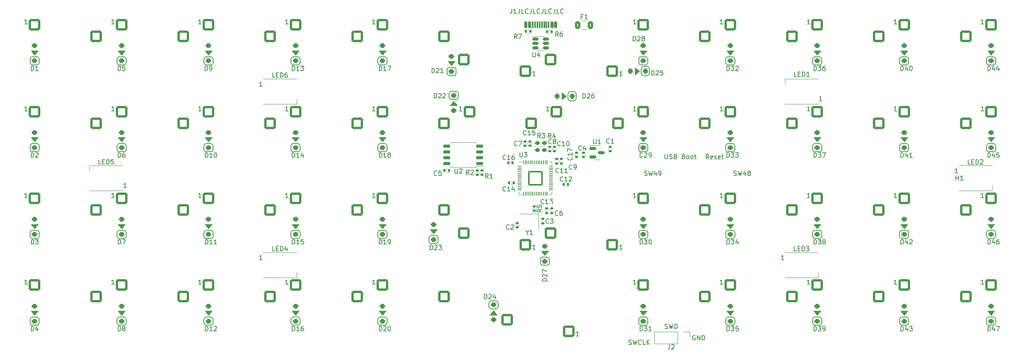
<source format=gbr>
%TF.GenerationSoftware,KiCad,Pcbnew,(6.0.6)*%
%TF.CreationDate,2022-08-30T20:37:50+01:00*%
%TF.ProjectId,RP2040_keyboard,52503230-3430-45f6-9b65-79626f617264,REV1*%
%TF.SameCoordinates,Original*%
%TF.FileFunction,Legend,Top*%
%TF.FilePolarity,Positive*%
%FSLAX46Y46*%
G04 Gerber Fmt 4.6, Leading zero omitted, Abs format (unit mm)*
G04 Created by KiCad (PCBNEW (6.0.6)) date 2022-08-30 20:37:50*
%MOMM*%
%LPD*%
G01*
G04 APERTURE LIST*
G04 Aperture macros list*
%AMRoundRect*
0 Rectangle with rounded corners*
0 $1 Rounding radius*
0 $2 $3 $4 $5 $6 $7 $8 $9 X,Y pos of 4 corners*
0 Add a 4 corners polygon primitive as box body*
4,1,4,$2,$3,$4,$5,$6,$7,$8,$9,$2,$3,0*
0 Add four circle primitives for the rounded corners*
1,1,$1+$1,$2,$3*
1,1,$1+$1,$4,$5*
1,1,$1+$1,$6,$7*
1,1,$1+$1,$8,$9*
0 Add four rect primitives between the rounded corners*
20,1,$1+$1,$2,$3,$4,$5,0*
20,1,$1+$1,$4,$5,$6,$7,0*
20,1,$1+$1,$6,$7,$8,$9,0*
20,1,$1+$1,$8,$9,$2,$3,0*%
G04 Aperture macros list end*
%ADD10C,0.150000*%
%ADD11C,0.200000*%
%ADD12C,0.120000*%
%ADD13C,0.100000*%
%ADD14C,3.048000*%
%ADD15C,3.987800*%
%ADD16RoundRect,0.254000X-1.016000X-1.016000X1.016000X-1.016000X1.016000X1.016000X-1.016000X1.016000X0*%
%ADD17RoundRect,0.140000X0.170000X-0.140000X0.170000X0.140000X-0.170000X0.140000X-0.170000X-0.140000X0*%
%ADD18RoundRect,0.250000X0.350000X-0.250000X0.350000X0.250000X-0.350000X0.250000X-0.350000X-0.250000X0*%
%ADD19RoundRect,0.140000X-0.170000X0.140000X-0.170000X-0.140000X0.170000X-0.140000X0.170000X0.140000X0*%
%ADD20R,1.000000X0.750000*%
%ADD21RoundRect,0.050000X-0.387500X-0.050000X0.387500X-0.050000X0.387500X0.050000X-0.387500X0.050000X0*%
%ADD22RoundRect,0.050000X-0.050000X-0.387500X0.050000X-0.387500X0.050000X0.387500X-0.050000X0.387500X0*%
%ADD23RoundRect,0.144000X-1.456000X-1.456000X1.456000X-1.456000X1.456000X1.456000X-1.456000X1.456000X0*%
%ADD24RoundRect,0.150000X0.650000X0.150000X-0.650000X0.150000X-0.650000X-0.150000X0.650000X-0.150000X0*%
%ADD25RoundRect,0.140000X-0.140000X-0.170000X0.140000X-0.170000X0.140000X0.170000X-0.140000X0.170000X0*%
%ADD26R,1.500000X1.000000*%
%ADD27RoundRect,0.140000X0.140000X0.170000X-0.140000X0.170000X-0.140000X-0.170000X0.140000X-0.170000X0*%
%ADD28RoundRect,0.250000X-0.350000X0.250000X-0.350000X-0.250000X0.350000X-0.250000X0.350000X0.250000X0*%
%ADD29RoundRect,0.150000X-0.587500X-0.150000X0.587500X-0.150000X0.587500X0.150000X-0.587500X0.150000X0*%
%ADD30C,0.650000*%
%ADD31RoundRect,0.150000X0.150000X0.575000X-0.150000X0.575000X-0.150000X-0.575000X0.150000X-0.575000X0*%
%ADD32RoundRect,0.075000X0.075000X0.650000X-0.075000X0.650000X-0.075000X-0.650000X0.075000X-0.650000X0*%
%ADD33O,1.300000X1.900000*%
%ADD34O,1.100000X2.200000*%
%ADD35RoundRect,0.150000X-0.512500X-0.150000X0.512500X-0.150000X0.512500X0.150000X-0.512500X0.150000X0*%
%ADD36RoundRect,0.225000X-0.250000X0.225000X-0.250000X-0.225000X0.250000X-0.225000X0.250000X0.225000X0*%
%ADD37RoundRect,0.254000X1.016000X1.016000X-1.016000X1.016000X-1.016000X-1.016000X1.016000X-1.016000X0*%
%ADD38RoundRect,0.250000X0.250000X0.350000X-0.250000X0.350000X-0.250000X-0.350000X0.250000X-0.350000X0*%
%ADD39R,1.400000X1.200000*%
%ADD40RoundRect,0.135000X0.135000X0.185000X-0.135000X0.185000X-0.135000X-0.185000X0.135000X-0.185000X0*%
%ADD41C,4.250000*%
%ADD42RoundRect,0.250000X-0.375000X-0.625000X0.375000X-0.625000X0.375000X0.625000X-0.375000X0.625000X0*%
%ADD43R,1.700000X1.700000*%
%ADD44O,1.700000X1.700000*%
%ADD45C,0.600000*%
G04 APERTURE END LIST*
D10*
X147367491Y-57932511D02*
X147367491Y-58646797D01*
X147319872Y-58789654D01*
X147224634Y-58884892D01*
X147081777Y-58932511D01*
X146986539Y-58932511D01*
X148319872Y-58932511D02*
X147843681Y-58932511D01*
X147843681Y-57932511D01*
X149224634Y-58837273D02*
X149177015Y-58884892D01*
X149034158Y-58932511D01*
X148938919Y-58932511D01*
X148796062Y-58884892D01*
X148700824Y-58789654D01*
X148653205Y-58694416D01*
X148605586Y-58503940D01*
X148605586Y-58361083D01*
X148653205Y-58170607D01*
X148700824Y-58075369D01*
X148796062Y-57980131D01*
X148938919Y-57932511D01*
X149034158Y-57932511D01*
X149177015Y-57980131D01*
X149224634Y-58027750D01*
X149938919Y-57932511D02*
X149938919Y-58646797D01*
X149891300Y-58789654D01*
X149796062Y-58884892D01*
X149653205Y-58932511D01*
X149557967Y-58932511D01*
X150891300Y-58932511D02*
X150415110Y-58932511D01*
X150415110Y-57932511D01*
X151796062Y-58837273D02*
X151748443Y-58884892D01*
X151605586Y-58932511D01*
X151510348Y-58932511D01*
X151367491Y-58884892D01*
X151272253Y-58789654D01*
X151224634Y-58694416D01*
X151177015Y-58503940D01*
X151177015Y-58361083D01*
X151224634Y-58170607D01*
X151272253Y-58075369D01*
X151367491Y-57980131D01*
X151510348Y-57932511D01*
X151605586Y-57932511D01*
X151748443Y-57980131D01*
X151796062Y-58027750D01*
X152510348Y-57932511D02*
X152510348Y-58646797D01*
X152462729Y-58789654D01*
X152367491Y-58884892D01*
X152224634Y-58932511D01*
X152129396Y-58932511D01*
X153462729Y-58932511D02*
X152986539Y-58932511D01*
X152986539Y-57932511D01*
X154367491Y-58837273D02*
X154319872Y-58884892D01*
X154177015Y-58932511D01*
X154081777Y-58932511D01*
X153938919Y-58884892D01*
X153843681Y-58789654D01*
X153796062Y-58694416D01*
X153748443Y-58503940D01*
X153748443Y-58361083D01*
X153796062Y-58170607D01*
X153843681Y-58075369D01*
X153938919Y-57980131D01*
X154081777Y-57932511D01*
X154177015Y-57932511D01*
X154319872Y-57980131D01*
X154367491Y-58027750D01*
X155081777Y-57932511D02*
X155081777Y-58646797D01*
X155034158Y-58789654D01*
X154938919Y-58884892D01*
X154796062Y-58932511D01*
X154700824Y-58932511D01*
X156034158Y-58932511D02*
X155557967Y-58932511D01*
X155557967Y-57932511D01*
X156938919Y-58837273D02*
X156891300Y-58884892D01*
X156748443Y-58932511D01*
X156653205Y-58932511D01*
X156510348Y-58884892D01*
X156415110Y-58789654D01*
X156367491Y-58694416D01*
X156319872Y-58503940D01*
X156319872Y-58361083D01*
X156367491Y-58170607D01*
X156415110Y-58075369D01*
X156510348Y-57980131D01*
X156653205Y-57932511D01*
X156748443Y-57932511D01*
X156891300Y-57980131D01*
X156938919Y-58027750D01*
X188721904Y-90812380D02*
X188388571Y-90336190D01*
X188150476Y-90812380D02*
X188150476Y-89812380D01*
X188531428Y-89812380D01*
X188626666Y-89860000D01*
X188674285Y-89907619D01*
X188721904Y-90002857D01*
X188721904Y-90145714D01*
X188674285Y-90240952D01*
X188626666Y-90288571D01*
X188531428Y-90336190D01*
X188150476Y-90336190D01*
X189531428Y-90764761D02*
X189436190Y-90812380D01*
X189245714Y-90812380D01*
X189150476Y-90764761D01*
X189102857Y-90669523D01*
X189102857Y-90288571D01*
X189150476Y-90193333D01*
X189245714Y-90145714D01*
X189436190Y-90145714D01*
X189531428Y-90193333D01*
X189579047Y-90288571D01*
X189579047Y-90383809D01*
X189102857Y-90479047D01*
X189960000Y-90764761D02*
X190055238Y-90812380D01*
X190245714Y-90812380D01*
X190340952Y-90764761D01*
X190388571Y-90669523D01*
X190388571Y-90621904D01*
X190340952Y-90526666D01*
X190245714Y-90479047D01*
X190102857Y-90479047D01*
X190007619Y-90431428D01*
X189960000Y-90336190D01*
X189960000Y-90288571D01*
X190007619Y-90193333D01*
X190102857Y-90145714D01*
X190245714Y-90145714D01*
X190340952Y-90193333D01*
X191198095Y-90764761D02*
X191102857Y-90812380D01*
X190912380Y-90812380D01*
X190817142Y-90764761D01*
X190769523Y-90669523D01*
X190769523Y-90288571D01*
X190817142Y-90193333D01*
X190912380Y-90145714D01*
X191102857Y-90145714D01*
X191198095Y-90193333D01*
X191245714Y-90288571D01*
X191245714Y-90383809D01*
X190769523Y-90479047D01*
X191531428Y-90145714D02*
X191912380Y-90145714D01*
X191674285Y-89812380D02*
X191674285Y-90669523D01*
X191721904Y-90764761D01*
X191817142Y-90812380D01*
X191912380Y-90812380D01*
X179146666Y-89772380D02*
X179146666Y-90581904D01*
X179194285Y-90677142D01*
X179241904Y-90724761D01*
X179337142Y-90772380D01*
X179527619Y-90772380D01*
X179622857Y-90724761D01*
X179670476Y-90677142D01*
X179718095Y-90581904D01*
X179718095Y-89772380D01*
X180146666Y-90724761D02*
X180289523Y-90772380D01*
X180527619Y-90772380D01*
X180622857Y-90724761D01*
X180670476Y-90677142D01*
X180718095Y-90581904D01*
X180718095Y-90486666D01*
X180670476Y-90391428D01*
X180622857Y-90343809D01*
X180527619Y-90296190D01*
X180337142Y-90248571D01*
X180241904Y-90200952D01*
X180194285Y-90153333D01*
X180146666Y-90058095D01*
X180146666Y-89962857D01*
X180194285Y-89867619D01*
X180241904Y-89820000D01*
X180337142Y-89772380D01*
X180575238Y-89772380D01*
X180718095Y-89820000D01*
X181480000Y-90248571D02*
X181622857Y-90296190D01*
X181670476Y-90343809D01*
X181718095Y-90439047D01*
X181718095Y-90581904D01*
X181670476Y-90677142D01*
X181622857Y-90724761D01*
X181527619Y-90772380D01*
X181146666Y-90772380D01*
X181146666Y-89772380D01*
X181480000Y-89772380D01*
X181575238Y-89820000D01*
X181622857Y-89867619D01*
X181670476Y-89962857D01*
X181670476Y-90058095D01*
X181622857Y-90153333D01*
X181575238Y-90200952D01*
X181480000Y-90248571D01*
X181146666Y-90248571D01*
X183241904Y-90248571D02*
X183384761Y-90296190D01*
X183432380Y-90343809D01*
X183480000Y-90439047D01*
X183480000Y-90581904D01*
X183432380Y-90677142D01*
X183384761Y-90724761D01*
X183289523Y-90772380D01*
X182908571Y-90772380D01*
X182908571Y-89772380D01*
X183241904Y-89772380D01*
X183337142Y-89820000D01*
X183384761Y-89867619D01*
X183432380Y-89962857D01*
X183432380Y-90058095D01*
X183384761Y-90153333D01*
X183337142Y-90200952D01*
X183241904Y-90248571D01*
X182908571Y-90248571D01*
X184051428Y-90772380D02*
X183956190Y-90724761D01*
X183908571Y-90677142D01*
X183860952Y-90581904D01*
X183860952Y-90296190D01*
X183908571Y-90200952D01*
X183956190Y-90153333D01*
X184051428Y-90105714D01*
X184194285Y-90105714D01*
X184289523Y-90153333D01*
X184337142Y-90200952D01*
X184384761Y-90296190D01*
X184384761Y-90581904D01*
X184337142Y-90677142D01*
X184289523Y-90724761D01*
X184194285Y-90772380D01*
X184051428Y-90772380D01*
X184956190Y-90772380D02*
X184860952Y-90724761D01*
X184813333Y-90677142D01*
X184765714Y-90581904D01*
X184765714Y-90296190D01*
X184813333Y-90200952D01*
X184860952Y-90153333D01*
X184956190Y-90105714D01*
X185099047Y-90105714D01*
X185194285Y-90153333D01*
X185241904Y-90200952D01*
X185289523Y-90296190D01*
X185289523Y-90581904D01*
X185241904Y-90677142D01*
X185194285Y-90724761D01*
X185099047Y-90772380D01*
X184956190Y-90772380D01*
X185575238Y-90105714D02*
X185956190Y-90105714D01*
X185718095Y-89772380D02*
X185718095Y-90629523D01*
X185765714Y-90724761D01*
X185860952Y-90772380D01*
X185956190Y-90772380D01*
X179142857Y-127904761D02*
X179285714Y-127952380D01*
X179523809Y-127952380D01*
X179619047Y-127904761D01*
X179666666Y-127857142D01*
X179714285Y-127761904D01*
X179714285Y-127666666D01*
X179666666Y-127571428D01*
X179619047Y-127523809D01*
X179523809Y-127476190D01*
X179333333Y-127428571D01*
X179238095Y-127380952D01*
X179190476Y-127333333D01*
X179142857Y-127238095D01*
X179142857Y-127142857D01*
X179190476Y-127047619D01*
X179238095Y-127000000D01*
X179333333Y-126952380D01*
X179571428Y-126952380D01*
X179714285Y-127000000D01*
X180047619Y-126952380D02*
X180285714Y-127952380D01*
X180476190Y-127238095D01*
X180666666Y-127952380D01*
X180904761Y-126952380D01*
X181285714Y-127952380D02*
X181285714Y-126952380D01*
X181523809Y-126952380D01*
X181666666Y-127000000D01*
X181761904Y-127095238D01*
X181809523Y-127190476D01*
X181857142Y-127380952D01*
X181857142Y-127523809D01*
X181809523Y-127714285D01*
X181761904Y-127809523D01*
X181666666Y-127904761D01*
X181523809Y-127952380D01*
X181285714Y-127952380D01*
X185738095Y-129500000D02*
X185642857Y-129452380D01*
X185500000Y-129452380D01*
X185357142Y-129500000D01*
X185261904Y-129595238D01*
X185214285Y-129690476D01*
X185166666Y-129880952D01*
X185166666Y-130023809D01*
X185214285Y-130214285D01*
X185261904Y-130309523D01*
X185357142Y-130404761D01*
X185500000Y-130452380D01*
X185595238Y-130452380D01*
X185738095Y-130404761D01*
X185785714Y-130357142D01*
X185785714Y-130023809D01*
X185595238Y-130023809D01*
X186214285Y-130452380D02*
X186214285Y-129452380D01*
X186785714Y-130452380D01*
X186785714Y-129452380D01*
X187261904Y-130452380D02*
X187261904Y-129452380D01*
X187500000Y-129452380D01*
X187642857Y-129500000D01*
X187738095Y-129595238D01*
X187785714Y-129690476D01*
X187833333Y-129880952D01*
X187833333Y-130023809D01*
X187785714Y-130214285D01*
X187738095Y-130309523D01*
X187642857Y-130404761D01*
X187500000Y-130452380D01*
X187261904Y-130452380D01*
X171238095Y-131404761D02*
X171380952Y-131452380D01*
X171619047Y-131452380D01*
X171714285Y-131404761D01*
X171761904Y-131357142D01*
X171809523Y-131261904D01*
X171809523Y-131166666D01*
X171761904Y-131071428D01*
X171714285Y-131023809D01*
X171619047Y-130976190D01*
X171428571Y-130928571D01*
X171333333Y-130880952D01*
X171285714Y-130833333D01*
X171238095Y-130738095D01*
X171238095Y-130642857D01*
X171285714Y-130547619D01*
X171333333Y-130500000D01*
X171428571Y-130452380D01*
X171666666Y-130452380D01*
X171809523Y-130500000D01*
X172142857Y-130452380D02*
X172380952Y-131452380D01*
X172571428Y-130738095D01*
X172761904Y-131452380D01*
X173000000Y-130452380D01*
X173952380Y-131357142D02*
X173904761Y-131404761D01*
X173761904Y-131452380D01*
X173666666Y-131452380D01*
X173523809Y-131404761D01*
X173428571Y-131309523D01*
X173380952Y-131214285D01*
X173333333Y-131023809D01*
X173333333Y-130880952D01*
X173380952Y-130690476D01*
X173428571Y-130595238D01*
X173523809Y-130500000D01*
X173666666Y-130452380D01*
X173761904Y-130452380D01*
X173904761Y-130500000D01*
X173952380Y-130547619D01*
X174857142Y-131452380D02*
X174380952Y-131452380D01*
X174380952Y-130452380D01*
X175190476Y-131452380D02*
X175190476Y-130452380D01*
X175761904Y-131452380D02*
X175333333Y-130880952D01*
X175761904Y-130452380D02*
X175190476Y-131023809D01*
%TO.C,SW22*%
X134805714Y-80262380D02*
X134234285Y-80262380D01*
X134520000Y-80262380D02*
X134520000Y-79262380D01*
X134424761Y-79405238D01*
X134329523Y-79500476D01*
X134234285Y-79548095D01*
%TO.C,C17*%
X158796350Y-90427226D02*
X158843969Y-90474845D01*
X158891588Y-90617702D01*
X158891588Y-90712940D01*
X158843969Y-90855797D01*
X158748731Y-90951035D01*
X158653493Y-90998654D01*
X158463017Y-91046273D01*
X158320160Y-91046273D01*
X158129684Y-90998654D01*
X158034446Y-90951035D01*
X157939208Y-90855797D01*
X157891588Y-90712940D01*
X157891588Y-90617702D01*
X157939208Y-90474845D01*
X157986827Y-90427226D01*
X158891588Y-89474845D02*
X158891588Y-90046273D01*
X158891588Y-89760559D02*
X157891588Y-89760559D01*
X158034446Y-89855797D01*
X158129684Y-89951035D01*
X158177303Y-90046273D01*
X157891588Y-89141511D02*
X157891588Y-88474845D01*
X158891588Y-88903416D01*
%TO.C,SW30*%
X172805714Y-99262380D02*
X172234285Y-99262380D01*
X172520000Y-99262380D02*
X172520000Y-98262380D01*
X172424761Y-98405238D01*
X172329523Y-98500476D01*
X172234285Y-98548095D01*
%TO.C,SW5*%
X58805714Y-61262380D02*
X58234285Y-61262380D01*
X58520000Y-61262380D02*
X58520000Y-60262380D01*
X58424761Y-60405238D01*
X58329523Y-60500476D01*
X58234285Y-60548095D01*
%TO.C,SW43*%
X229805714Y-118262380D02*
X229234285Y-118262380D01*
X229520000Y-118262380D02*
X229520000Y-117262380D01*
X229424761Y-117405238D01*
X229329523Y-117500476D01*
X229234285Y-117548095D01*
D11*
%TO.C,D46*%
X249703333Y-109452380D02*
X249703333Y-108452380D01*
X249941428Y-108452380D01*
X250084285Y-108500000D01*
X250179523Y-108595238D01*
X250227142Y-108690476D01*
X250274761Y-108880952D01*
X250274761Y-109023809D01*
X250227142Y-109214285D01*
X250179523Y-109309523D01*
X250084285Y-109404761D01*
X249941428Y-109452380D01*
X249703333Y-109452380D01*
X251131904Y-108785714D02*
X251131904Y-109452380D01*
X250893809Y-108404761D02*
X250655714Y-109119047D01*
X251274761Y-109119047D01*
X252084285Y-108452380D02*
X251893809Y-108452380D01*
X251798571Y-108500000D01*
X251750952Y-108547619D01*
X251655714Y-108690476D01*
X251608095Y-108880952D01*
X251608095Y-109261904D01*
X251655714Y-109357142D01*
X251703333Y-109404761D01*
X251798571Y-109452380D01*
X251989047Y-109452380D01*
X252084285Y-109404761D01*
X252131904Y-109357142D01*
X252179523Y-109261904D01*
X252179523Y-109023809D01*
X252131904Y-108928571D01*
X252084285Y-108880952D01*
X251989047Y-108833333D01*
X251798571Y-108833333D01*
X251703333Y-108880952D01*
X251655714Y-108928571D01*
X251608095Y-109023809D01*
D10*
%TO.C,R1*%
X140517584Y-95027775D02*
X140184251Y-94551585D01*
X139946155Y-95027775D02*
X139946155Y-94027775D01*
X140327108Y-94027775D01*
X140422346Y-94075395D01*
X140469965Y-94123014D01*
X140517584Y-94218252D01*
X140517584Y-94361109D01*
X140469965Y-94456347D01*
X140422346Y-94503966D01*
X140327108Y-94551585D01*
X139946155Y-94551585D01*
X141469965Y-95027775D02*
X140898536Y-95027775D01*
X141184251Y-95027775D02*
X141184251Y-94027775D01*
X141089012Y-94170633D01*
X140993774Y-94265871D01*
X140898536Y-94313490D01*
%TO.C,R5*%
X152187380Y-101816666D02*
X151711190Y-102150000D01*
X152187380Y-102388095D02*
X151187380Y-102388095D01*
X151187380Y-102007142D01*
X151235000Y-101911904D01*
X151282619Y-101864285D01*
X151377857Y-101816666D01*
X151520714Y-101816666D01*
X151615952Y-101864285D01*
X151663571Y-101911904D01*
X151711190Y-102007142D01*
X151711190Y-102388095D01*
X151187380Y-100911904D02*
X151187380Y-101388095D01*
X151663571Y-101435714D01*
X151615952Y-101388095D01*
X151568333Y-101292857D01*
X151568333Y-101054761D01*
X151615952Y-100959523D01*
X151663571Y-100911904D01*
X151758809Y-100864285D01*
X151996904Y-100864285D01*
X152092142Y-100911904D01*
X152139761Y-100959523D01*
X152187380Y-101054761D01*
X152187380Y-101292857D01*
X152139761Y-101388095D01*
X152092142Y-101435714D01*
%TO.C,SW3*%
X39805714Y-99262380D02*
X39234285Y-99262380D01*
X39520000Y-99262380D02*
X39520000Y-98262380D01*
X39424761Y-98405238D01*
X39329523Y-98500476D01*
X39234285Y-98548095D01*
D11*
%TO.C,D23*%
X127847776Y-110685415D02*
X127847776Y-109685415D01*
X128085871Y-109685415D01*
X128228728Y-109733035D01*
X128323966Y-109828273D01*
X128371585Y-109923511D01*
X128419204Y-110113987D01*
X128419204Y-110256844D01*
X128371585Y-110447320D01*
X128323966Y-110542558D01*
X128228728Y-110637796D01*
X128085871Y-110685415D01*
X127847776Y-110685415D01*
X128800157Y-109780654D02*
X128847776Y-109733035D01*
X128943014Y-109685415D01*
X129181109Y-109685415D01*
X129276347Y-109733035D01*
X129323966Y-109780654D01*
X129371585Y-109875892D01*
X129371585Y-109971130D01*
X129323966Y-110113987D01*
X128752538Y-110685415D01*
X129371585Y-110685415D01*
X129704919Y-109685415D02*
X130323966Y-109685415D01*
X129990633Y-110066368D01*
X130133490Y-110066368D01*
X130228728Y-110113987D01*
X130276347Y-110161606D01*
X130323966Y-110256844D01*
X130323966Y-110494939D01*
X130276347Y-110590177D01*
X130228728Y-110637796D01*
X130133490Y-110685415D01*
X129847776Y-110685415D01*
X129752538Y-110637796D01*
X129704919Y-110590177D01*
%TO.C,D11*%
X78703333Y-109452380D02*
X78703333Y-108452380D01*
X78941428Y-108452380D01*
X79084285Y-108500000D01*
X79179523Y-108595238D01*
X79227142Y-108690476D01*
X79274761Y-108880952D01*
X79274761Y-109023809D01*
X79227142Y-109214285D01*
X79179523Y-109309523D01*
X79084285Y-109404761D01*
X78941428Y-109452380D01*
X78703333Y-109452380D01*
X80227142Y-109452380D02*
X79655714Y-109452380D01*
X79941428Y-109452380D02*
X79941428Y-108452380D01*
X79846190Y-108595238D01*
X79750952Y-108690476D01*
X79655714Y-108738095D01*
X81179523Y-109452380D02*
X80608095Y-109452380D01*
X80893809Y-109452380D02*
X80893809Y-108452380D01*
X80798571Y-108595238D01*
X80703333Y-108690476D01*
X80608095Y-108738095D01*
%TO.C,D30*%
X173703333Y-109452380D02*
X173703333Y-108452380D01*
X173941428Y-108452380D01*
X174084285Y-108500000D01*
X174179523Y-108595238D01*
X174227142Y-108690476D01*
X174274761Y-108880952D01*
X174274761Y-109023809D01*
X174227142Y-109214285D01*
X174179523Y-109309523D01*
X174084285Y-109404761D01*
X173941428Y-109452380D01*
X173703333Y-109452380D01*
X174608095Y-108452380D02*
X175227142Y-108452380D01*
X174893809Y-108833333D01*
X175036666Y-108833333D01*
X175131904Y-108880952D01*
X175179523Y-108928571D01*
X175227142Y-109023809D01*
X175227142Y-109261904D01*
X175179523Y-109357142D01*
X175131904Y-109404761D01*
X175036666Y-109452380D01*
X174750952Y-109452380D01*
X174655714Y-109404761D01*
X174608095Y-109357142D01*
X175846190Y-108452380D02*
X175941428Y-108452380D01*
X176036666Y-108500000D01*
X176084285Y-108547619D01*
X176131904Y-108642857D01*
X176179523Y-108833333D01*
X176179523Y-109071428D01*
X176131904Y-109261904D01*
X176084285Y-109357142D01*
X176036666Y-109404761D01*
X175941428Y-109452380D01*
X175846190Y-109452380D01*
X175750952Y-109404761D01*
X175703333Y-109357142D01*
X175655714Y-109261904D01*
X175608095Y-109071428D01*
X175608095Y-108833333D01*
X175655714Y-108642857D01*
X175703333Y-108547619D01*
X175750952Y-108500000D01*
X175846190Y-108452380D01*
%TO.C,D19*%
X116703333Y-109452380D02*
X116703333Y-108452380D01*
X116941428Y-108452380D01*
X117084285Y-108500000D01*
X117179523Y-108595238D01*
X117227142Y-108690476D01*
X117274761Y-108880952D01*
X117274761Y-109023809D01*
X117227142Y-109214285D01*
X117179523Y-109309523D01*
X117084285Y-109404761D01*
X116941428Y-109452380D01*
X116703333Y-109452380D01*
X118227142Y-109452380D02*
X117655714Y-109452380D01*
X117941428Y-109452380D02*
X117941428Y-108452380D01*
X117846190Y-108595238D01*
X117750952Y-108690476D01*
X117655714Y-108738095D01*
X118703333Y-109452380D02*
X118893809Y-109452380D01*
X118989047Y-109404761D01*
X119036666Y-109357142D01*
X119131904Y-109214285D01*
X119179523Y-109023809D01*
X119179523Y-108642857D01*
X119131904Y-108547619D01*
X119084285Y-108500000D01*
X118989047Y-108452380D01*
X118798571Y-108452380D01*
X118703333Y-108500000D01*
X118655714Y-108547619D01*
X118608095Y-108642857D01*
X118608095Y-108880952D01*
X118655714Y-108976190D01*
X118703333Y-109023809D01*
X118798571Y-109071428D01*
X118989047Y-109071428D01*
X119084285Y-109023809D01*
X119131904Y-108976190D01*
X119179523Y-108880952D01*
%TO.C,D29*%
X173703333Y-90452380D02*
X173703333Y-89452380D01*
X173941428Y-89452380D01*
X174084285Y-89500000D01*
X174179523Y-89595238D01*
X174227142Y-89690476D01*
X174274761Y-89880952D01*
X174274761Y-90023809D01*
X174227142Y-90214285D01*
X174179523Y-90309523D01*
X174084285Y-90404761D01*
X173941428Y-90452380D01*
X173703333Y-90452380D01*
X174655714Y-89547619D02*
X174703333Y-89500000D01*
X174798571Y-89452380D01*
X175036666Y-89452380D01*
X175131904Y-89500000D01*
X175179523Y-89547619D01*
X175227142Y-89642857D01*
X175227142Y-89738095D01*
X175179523Y-89880952D01*
X174608095Y-90452380D01*
X175227142Y-90452380D01*
X175703333Y-90452380D02*
X175893809Y-90452380D01*
X175989047Y-90404761D01*
X176036666Y-90357142D01*
X176131904Y-90214285D01*
X176179523Y-90023809D01*
X176179523Y-89642857D01*
X176131904Y-89547619D01*
X176084285Y-89500000D01*
X175989047Y-89452380D01*
X175798571Y-89452380D01*
X175703333Y-89500000D01*
X175655714Y-89547619D01*
X175608095Y-89642857D01*
X175608095Y-89880952D01*
X175655714Y-89976190D01*
X175703333Y-90023809D01*
X175798571Y-90071428D01*
X175989047Y-90071428D01*
X176084285Y-90023809D01*
X176131904Y-89976190D01*
X176179523Y-89880952D01*
%TO.C,D43*%
X230703333Y-128452380D02*
X230703333Y-127452380D01*
X230941428Y-127452380D01*
X231084285Y-127500000D01*
X231179523Y-127595238D01*
X231227142Y-127690476D01*
X231274761Y-127880952D01*
X231274761Y-128023809D01*
X231227142Y-128214285D01*
X231179523Y-128309523D01*
X231084285Y-128404761D01*
X230941428Y-128452380D01*
X230703333Y-128452380D01*
X232131904Y-127785714D02*
X232131904Y-128452380D01*
X231893809Y-127404761D02*
X231655714Y-128119047D01*
X232274761Y-128119047D01*
X232560476Y-127452380D02*
X233179523Y-127452380D01*
X232846190Y-127833333D01*
X232989047Y-127833333D01*
X233084285Y-127880952D01*
X233131904Y-127928571D01*
X233179523Y-128023809D01*
X233179523Y-128261904D01*
X233131904Y-128357142D01*
X233084285Y-128404761D01*
X232989047Y-128452380D01*
X232703333Y-128452380D01*
X232608095Y-128404761D01*
X232560476Y-128357142D01*
%TO.C,D18*%
X116703333Y-90452380D02*
X116703333Y-89452380D01*
X116941428Y-89452380D01*
X117084285Y-89500000D01*
X117179523Y-89595238D01*
X117227142Y-89690476D01*
X117274761Y-89880952D01*
X117274761Y-90023809D01*
X117227142Y-90214285D01*
X117179523Y-90309523D01*
X117084285Y-90404761D01*
X116941428Y-90452380D01*
X116703333Y-90452380D01*
X118227142Y-90452380D02*
X117655714Y-90452380D01*
X117941428Y-90452380D02*
X117941428Y-89452380D01*
X117846190Y-89595238D01*
X117750952Y-89690476D01*
X117655714Y-89738095D01*
X118798571Y-89880952D02*
X118703333Y-89833333D01*
X118655714Y-89785714D01*
X118608095Y-89690476D01*
X118608095Y-89642857D01*
X118655714Y-89547619D01*
X118703333Y-89500000D01*
X118798571Y-89452380D01*
X118989047Y-89452380D01*
X119084285Y-89500000D01*
X119131904Y-89547619D01*
X119179523Y-89642857D01*
X119179523Y-89690476D01*
X119131904Y-89785714D01*
X119084285Y-89833333D01*
X118989047Y-89880952D01*
X118798571Y-89880952D01*
X118703333Y-89928571D01*
X118655714Y-89976190D01*
X118608095Y-90071428D01*
X118608095Y-90261904D01*
X118655714Y-90357142D01*
X118703333Y-90404761D01*
X118798571Y-90452380D01*
X118989047Y-90452380D01*
X119084285Y-90404761D01*
X119131904Y-90357142D01*
X119179523Y-90261904D01*
X119179523Y-90071428D01*
X119131904Y-89976190D01*
X119084285Y-89928571D01*
X118989047Y-89880952D01*
D10*
%TO.C,SW49*%
X174690476Y-94404761D02*
X174833333Y-94452380D01*
X175071428Y-94452380D01*
X175166666Y-94404761D01*
X175214285Y-94357142D01*
X175261904Y-94261904D01*
X175261904Y-94166666D01*
X175214285Y-94071428D01*
X175166666Y-94023809D01*
X175071428Y-93976190D01*
X174880952Y-93928571D01*
X174785714Y-93880952D01*
X174738095Y-93833333D01*
X174690476Y-93738095D01*
X174690476Y-93642857D01*
X174738095Y-93547619D01*
X174785714Y-93500000D01*
X174880952Y-93452380D01*
X175119047Y-93452380D01*
X175261904Y-93500000D01*
X175595238Y-93452380D02*
X175833333Y-94452380D01*
X176023809Y-93738095D01*
X176214285Y-94452380D01*
X176452380Y-93452380D01*
X177261904Y-93785714D02*
X177261904Y-94452380D01*
X177023809Y-93404761D02*
X176785714Y-94119047D01*
X177404761Y-94119047D01*
X177833333Y-94452380D02*
X178023809Y-94452380D01*
X178119047Y-94404761D01*
X178166666Y-94357142D01*
X178261904Y-94214285D01*
X178309523Y-94023809D01*
X178309523Y-93642857D01*
X178261904Y-93547619D01*
X178214285Y-93500000D01*
X178119047Y-93452380D01*
X177928571Y-93452380D01*
X177833333Y-93500000D01*
X177785714Y-93547619D01*
X177738095Y-93642857D01*
X177738095Y-93880952D01*
X177785714Y-93976190D01*
X177833333Y-94023809D01*
X177928571Y-94071428D01*
X178119047Y-94071428D01*
X178214285Y-94023809D01*
X178261904Y-93976190D01*
X178309523Y-93880952D01*
%TO.C,U3*%
X147426474Y-89370261D02*
X147426474Y-90179785D01*
X147474093Y-90275023D01*
X147521712Y-90322642D01*
X147616950Y-90370261D01*
X147807426Y-90370261D01*
X147902664Y-90322642D01*
X147950283Y-90275023D01*
X147997902Y-90179785D01*
X147997902Y-89370261D01*
X148378855Y-89370261D02*
X148997902Y-89370261D01*
X148664569Y-89751214D01*
X148807426Y-89751214D01*
X148902664Y-89798833D01*
X148950283Y-89846452D01*
X148997902Y-89941690D01*
X148997902Y-90179785D01*
X148950283Y-90275023D01*
X148902664Y-90322642D01*
X148807426Y-90370261D01*
X148521712Y-90370261D01*
X148426474Y-90322642D01*
X148378855Y-90275023D01*
%TO.C,U2*%
X133238095Y-92952380D02*
X133238095Y-93761904D01*
X133285714Y-93857142D01*
X133333333Y-93904761D01*
X133428571Y-93952380D01*
X133619047Y-93952380D01*
X133714285Y-93904761D01*
X133761904Y-93857142D01*
X133809523Y-93761904D01*
X133809523Y-92952380D01*
X134238095Y-93047619D02*
X134285714Y-93000000D01*
X134380952Y-92952380D01*
X134619047Y-92952380D01*
X134714285Y-93000000D01*
X134761904Y-93047619D01*
X134809523Y-93142857D01*
X134809523Y-93238095D01*
X134761904Y-93380952D01*
X134190476Y-93952380D01*
X134809523Y-93952380D01*
D11*
%TO.C,D47*%
X249703333Y-128452380D02*
X249703333Y-127452380D01*
X249941428Y-127452380D01*
X250084285Y-127500000D01*
X250179523Y-127595238D01*
X250227142Y-127690476D01*
X250274761Y-127880952D01*
X250274761Y-128023809D01*
X250227142Y-128214285D01*
X250179523Y-128309523D01*
X250084285Y-128404761D01*
X249941428Y-128452380D01*
X249703333Y-128452380D01*
X251131904Y-127785714D02*
X251131904Y-128452380D01*
X250893809Y-127404761D02*
X250655714Y-128119047D01*
X251274761Y-128119047D01*
X251560476Y-127452380D02*
X252227142Y-127452380D01*
X251798571Y-128452380D01*
%TO.C,D4*%
X40655714Y-128452380D02*
X40655714Y-127452380D01*
X40893809Y-127452380D01*
X41036666Y-127500000D01*
X41131904Y-127595238D01*
X41179523Y-127690476D01*
X41227142Y-127880952D01*
X41227142Y-128023809D01*
X41179523Y-128214285D01*
X41131904Y-128309523D01*
X41036666Y-128404761D01*
X40893809Y-128452380D01*
X40655714Y-128452380D01*
X42084285Y-127785714D02*
X42084285Y-128452380D01*
X41846190Y-127404761D02*
X41608095Y-128119047D01*
X42227142Y-128119047D01*
D10*
%TO.C,SW37*%
X210805714Y-80262380D02*
X210234285Y-80262380D01*
X210520000Y-80262380D02*
X210520000Y-79262380D01*
X210424761Y-79405238D01*
X210329523Y-79500476D01*
X210234285Y-79548095D01*
%TO.C,SW32*%
X191805714Y-61262380D02*
X191234285Y-61262380D01*
X191520000Y-61262380D02*
X191520000Y-60262380D01*
X191424761Y-60405238D01*
X191329523Y-60500476D01*
X191234285Y-60548095D01*
%TO.C,C12*%
X156847142Y-95597142D02*
X156799523Y-95644761D01*
X156656666Y-95692380D01*
X156561428Y-95692380D01*
X156418571Y-95644761D01*
X156323333Y-95549523D01*
X156275714Y-95454285D01*
X156228095Y-95263809D01*
X156228095Y-95120952D01*
X156275714Y-94930476D01*
X156323333Y-94835238D01*
X156418571Y-94740000D01*
X156561428Y-94692380D01*
X156656666Y-94692380D01*
X156799523Y-94740000D01*
X156847142Y-94787619D01*
X157799523Y-95692380D02*
X157228095Y-95692380D01*
X157513809Y-95692380D02*
X157513809Y-94692380D01*
X157418571Y-94835238D01*
X157323333Y-94930476D01*
X157228095Y-94978095D01*
X158180476Y-94787619D02*
X158228095Y-94740000D01*
X158323333Y-94692380D01*
X158561428Y-94692380D01*
X158656666Y-94740000D01*
X158704285Y-94787619D01*
X158751904Y-94882857D01*
X158751904Y-94978095D01*
X158704285Y-95120952D01*
X158132857Y-95692380D01*
X158751904Y-95692380D01*
%TO.C,C5*%
X129333333Y-94357142D02*
X129285714Y-94404761D01*
X129142857Y-94452380D01*
X129047619Y-94452380D01*
X128904761Y-94404761D01*
X128809523Y-94309523D01*
X128761904Y-94214285D01*
X128714285Y-94023809D01*
X128714285Y-93880952D01*
X128761904Y-93690476D01*
X128809523Y-93595238D01*
X128904761Y-93500000D01*
X129047619Y-93452380D01*
X129142857Y-93452380D01*
X129285714Y-93500000D01*
X129333333Y-93547619D01*
X130238095Y-93452380D02*
X129761904Y-93452380D01*
X129714285Y-93928571D01*
X129761904Y-93880952D01*
X129857142Y-93833333D01*
X130095238Y-93833333D01*
X130190476Y-93880952D01*
X130238095Y-93928571D01*
X130285714Y-94023809D01*
X130285714Y-94261904D01*
X130238095Y-94357142D01*
X130190476Y-94404761D01*
X130095238Y-94452380D01*
X129857142Y-94452380D01*
X129761904Y-94404761D01*
X129714285Y-94357142D01*
D11*
%TO.C,D20*%
X116703333Y-128452380D02*
X116703333Y-127452380D01*
X116941428Y-127452380D01*
X117084285Y-127500000D01*
X117179523Y-127595238D01*
X117227142Y-127690476D01*
X117274761Y-127880952D01*
X117274761Y-128023809D01*
X117227142Y-128214285D01*
X117179523Y-128309523D01*
X117084285Y-128404761D01*
X116941428Y-128452380D01*
X116703333Y-128452380D01*
X117655714Y-127547619D02*
X117703333Y-127500000D01*
X117798571Y-127452380D01*
X118036666Y-127452380D01*
X118131904Y-127500000D01*
X118179523Y-127547619D01*
X118227142Y-127642857D01*
X118227142Y-127738095D01*
X118179523Y-127880952D01*
X117608095Y-128452380D01*
X118227142Y-128452380D01*
X118846190Y-127452380D02*
X118941428Y-127452380D01*
X119036666Y-127500000D01*
X119084285Y-127547619D01*
X119131904Y-127642857D01*
X119179523Y-127833333D01*
X119179523Y-128071428D01*
X119131904Y-128261904D01*
X119084285Y-128357142D01*
X119036666Y-128404761D01*
X118941428Y-128452380D01*
X118846190Y-128452380D01*
X118750952Y-128404761D01*
X118703333Y-128357142D01*
X118655714Y-128261904D01*
X118608095Y-128071428D01*
X118608095Y-127833333D01*
X118655714Y-127642857D01*
X118703333Y-127547619D01*
X118750952Y-127500000D01*
X118846190Y-127452380D01*
D10*
%TO.C,SW14*%
X96805714Y-80262380D02*
X96234285Y-80262380D01*
X96520000Y-80262380D02*
X96520000Y-79262380D01*
X96424761Y-79405238D01*
X96329523Y-79500476D01*
X96234285Y-79548095D01*
%TO.C,C3*%
X153760063Y-104821336D02*
X153712444Y-104868955D01*
X153569587Y-104916574D01*
X153474349Y-104916574D01*
X153331491Y-104868955D01*
X153236253Y-104773717D01*
X153188634Y-104678479D01*
X153141015Y-104488003D01*
X153141015Y-104345146D01*
X153188634Y-104154670D01*
X153236253Y-104059432D01*
X153331491Y-103964194D01*
X153474349Y-103916574D01*
X153569587Y-103916574D01*
X153712444Y-103964194D01*
X153760063Y-104011813D01*
X154093396Y-103916574D02*
X154712444Y-103916574D01*
X154379110Y-104297527D01*
X154521968Y-104297527D01*
X154617206Y-104345146D01*
X154664825Y-104392765D01*
X154712444Y-104488003D01*
X154712444Y-104726098D01*
X154664825Y-104821336D01*
X154617206Y-104868955D01*
X154521968Y-104916574D01*
X154236253Y-104916574D01*
X154141015Y-104868955D01*
X154093396Y-104821336D01*
%TO.C,LED6*%
X93880952Y-72952380D02*
X93404761Y-72952380D01*
X93404761Y-71952380D01*
X94214285Y-72428571D02*
X94547619Y-72428571D01*
X94690476Y-72952380D02*
X94214285Y-72952380D01*
X94214285Y-71952380D01*
X94690476Y-71952380D01*
X95119047Y-72952380D02*
X95119047Y-71952380D01*
X95357142Y-71952380D01*
X95500000Y-72000000D01*
X95595238Y-72095238D01*
X95642857Y-72190476D01*
X95690476Y-72380952D01*
X95690476Y-72523809D01*
X95642857Y-72714285D01*
X95595238Y-72809523D01*
X95500000Y-72904761D01*
X95357142Y-72952380D01*
X95119047Y-72952380D01*
X96547619Y-71952380D02*
X96357142Y-71952380D01*
X96261904Y-72000000D01*
X96214285Y-72047619D01*
X96119047Y-72190476D01*
X96071428Y-72380952D01*
X96071428Y-72761904D01*
X96119047Y-72857142D01*
X96166666Y-72904761D01*
X96261904Y-72952380D01*
X96452380Y-72952380D01*
X96547619Y-72904761D01*
X96595238Y-72857142D01*
X96642857Y-72761904D01*
X96642857Y-72523809D01*
X96595238Y-72428571D01*
X96547619Y-72380952D01*
X96452380Y-72333333D01*
X96261904Y-72333333D01*
X96166666Y-72380952D01*
X96119047Y-72428571D01*
X96071428Y-72523809D01*
X91135714Y-74852380D02*
X90564285Y-74852380D01*
X90850000Y-74852380D02*
X90850000Y-73852380D01*
X90754761Y-73995238D01*
X90659523Y-74090476D01*
X90564285Y-74138095D01*
%TO.C,C16*%
X144357142Y-90857142D02*
X144309523Y-90904761D01*
X144166666Y-90952380D01*
X144071428Y-90952380D01*
X143928571Y-90904761D01*
X143833333Y-90809523D01*
X143785714Y-90714285D01*
X143738095Y-90523809D01*
X143738095Y-90380952D01*
X143785714Y-90190476D01*
X143833333Y-90095238D01*
X143928571Y-90000000D01*
X144071428Y-89952380D01*
X144166666Y-89952380D01*
X144309523Y-90000000D01*
X144357142Y-90047619D01*
X145309523Y-90952380D02*
X144738095Y-90952380D01*
X145023809Y-90952380D02*
X145023809Y-89952380D01*
X144928571Y-90095238D01*
X144833333Y-90190476D01*
X144738095Y-90238095D01*
X146166666Y-89952380D02*
X145976190Y-89952380D01*
X145880952Y-90000000D01*
X145833333Y-90047619D01*
X145738095Y-90190476D01*
X145690476Y-90380952D01*
X145690476Y-90761904D01*
X145738095Y-90857142D01*
X145785714Y-90904761D01*
X145880952Y-90952380D01*
X146071428Y-90952380D01*
X146166666Y-90904761D01*
X146214285Y-90857142D01*
X146261904Y-90761904D01*
X146261904Y-90523809D01*
X146214285Y-90428571D01*
X146166666Y-90380952D01*
X146071428Y-90333333D01*
X145880952Y-90333333D01*
X145785714Y-90380952D01*
X145738095Y-90428571D01*
X145690476Y-90523809D01*
%TO.C,C7*%
X146833333Y-87807142D02*
X146785714Y-87854761D01*
X146642857Y-87902380D01*
X146547619Y-87902380D01*
X146404761Y-87854761D01*
X146309523Y-87759523D01*
X146261904Y-87664285D01*
X146214285Y-87473809D01*
X146214285Y-87330952D01*
X146261904Y-87140476D01*
X146309523Y-87045238D01*
X146404761Y-86950000D01*
X146547619Y-86902380D01*
X146642857Y-86902380D01*
X146785714Y-86950000D01*
X146833333Y-86997619D01*
X147166666Y-86902380D02*
X147833333Y-86902380D01*
X147404761Y-87902380D01*
%TO.C,C11*%
X155932068Y-93748754D02*
X155884449Y-93796373D01*
X155741592Y-93843992D01*
X155646354Y-93843992D01*
X155503497Y-93796373D01*
X155408259Y-93701135D01*
X155360640Y-93605897D01*
X155313021Y-93415421D01*
X155313021Y-93272564D01*
X155360640Y-93082088D01*
X155408259Y-92986850D01*
X155503497Y-92891612D01*
X155646354Y-92843992D01*
X155741592Y-92843992D01*
X155884449Y-92891612D01*
X155932068Y-92939231D01*
X156884449Y-93843992D02*
X156313021Y-93843992D01*
X156598735Y-93843992D02*
X156598735Y-92843992D01*
X156503497Y-92986850D01*
X156408259Y-93082088D01*
X156313021Y-93129707D01*
X157836830Y-93843992D02*
X157265402Y-93843992D01*
X157551116Y-93843992D02*
X157551116Y-92843992D01*
X157455878Y-92986850D01*
X157360640Y-93082088D01*
X157265402Y-93129707D01*
D11*
%TO.C,D27*%
X153362380Y-117546666D02*
X152362380Y-117546666D01*
X152362380Y-117308571D01*
X152410000Y-117165714D01*
X152505238Y-117070476D01*
X152600476Y-117022857D01*
X152790952Y-116975238D01*
X152933809Y-116975238D01*
X153124285Y-117022857D01*
X153219523Y-117070476D01*
X153314761Y-117165714D01*
X153362380Y-117308571D01*
X153362380Y-117546666D01*
X152457619Y-116594285D02*
X152410000Y-116546666D01*
X152362380Y-116451428D01*
X152362380Y-116213333D01*
X152410000Y-116118095D01*
X152457619Y-116070476D01*
X152552857Y-116022857D01*
X152648095Y-116022857D01*
X152790952Y-116070476D01*
X153362380Y-116641904D01*
X153362380Y-116022857D01*
X152362380Y-115689523D02*
X152362380Y-115022857D01*
X153362380Y-115451428D01*
%TO.C,D31*%
X173703333Y-128452380D02*
X173703333Y-127452380D01*
X173941428Y-127452380D01*
X174084285Y-127500000D01*
X174179523Y-127595238D01*
X174227142Y-127690476D01*
X174274761Y-127880952D01*
X174274761Y-128023809D01*
X174227142Y-128214285D01*
X174179523Y-128309523D01*
X174084285Y-128404761D01*
X173941428Y-128452380D01*
X173703333Y-128452380D01*
X174608095Y-127452380D02*
X175227142Y-127452380D01*
X174893809Y-127833333D01*
X175036666Y-127833333D01*
X175131904Y-127880952D01*
X175179523Y-127928571D01*
X175227142Y-128023809D01*
X175227142Y-128261904D01*
X175179523Y-128357142D01*
X175131904Y-128404761D01*
X175036666Y-128452380D01*
X174750952Y-128452380D01*
X174655714Y-128404761D01*
X174608095Y-128357142D01*
X176179523Y-128452380D02*
X175608095Y-128452380D01*
X175893809Y-128452380D02*
X175893809Y-127452380D01*
X175798571Y-127595238D01*
X175703333Y-127690476D01*
X175608095Y-127738095D01*
D10*
%TO.C,C1*%
X167013333Y-87277142D02*
X166965714Y-87324761D01*
X166822857Y-87372380D01*
X166727619Y-87372380D01*
X166584761Y-87324761D01*
X166489523Y-87229523D01*
X166441904Y-87134285D01*
X166394285Y-86943809D01*
X166394285Y-86800952D01*
X166441904Y-86610476D01*
X166489523Y-86515238D01*
X166584761Y-86420000D01*
X166727619Y-86372380D01*
X166822857Y-86372380D01*
X166965714Y-86420000D01*
X167013333Y-86467619D01*
X167965714Y-87372380D02*
X167394285Y-87372380D01*
X167680000Y-87372380D02*
X167680000Y-86372380D01*
X167584761Y-86515238D01*
X167489523Y-86610476D01*
X167394285Y-86658095D01*
D11*
%TO.C,D37*%
X211703333Y-90452380D02*
X211703333Y-89452380D01*
X211941428Y-89452380D01*
X212084285Y-89500000D01*
X212179523Y-89595238D01*
X212227142Y-89690476D01*
X212274761Y-89880952D01*
X212274761Y-90023809D01*
X212227142Y-90214285D01*
X212179523Y-90309523D01*
X212084285Y-90404761D01*
X211941428Y-90452380D01*
X211703333Y-90452380D01*
X212608095Y-89452380D02*
X213227142Y-89452380D01*
X212893809Y-89833333D01*
X213036666Y-89833333D01*
X213131904Y-89880952D01*
X213179523Y-89928571D01*
X213227142Y-90023809D01*
X213227142Y-90261904D01*
X213179523Y-90357142D01*
X213131904Y-90404761D01*
X213036666Y-90452380D01*
X212750952Y-90452380D01*
X212655714Y-90404761D01*
X212608095Y-90357142D01*
X213560476Y-89452380D02*
X214227142Y-89452380D01*
X213798571Y-90452380D01*
D10*
%TO.C,C2*%
X145127629Y-106097963D02*
X145080010Y-106145582D01*
X144937153Y-106193201D01*
X144841915Y-106193201D01*
X144699057Y-106145582D01*
X144603819Y-106050344D01*
X144556200Y-105955106D01*
X144508581Y-105764630D01*
X144508581Y-105621773D01*
X144556200Y-105431297D01*
X144603819Y-105336059D01*
X144699057Y-105240821D01*
X144841915Y-105193201D01*
X144937153Y-105193201D01*
X145080010Y-105240821D01*
X145127629Y-105288440D01*
X145508581Y-105288440D02*
X145556200Y-105240821D01*
X145651438Y-105193201D01*
X145889534Y-105193201D01*
X145984772Y-105240821D01*
X146032391Y-105288440D01*
X146080010Y-105383678D01*
X146080010Y-105478916D01*
X146032391Y-105621773D01*
X145460962Y-106193201D01*
X146080010Y-106193201D01*
%TO.C,SW33*%
X191805714Y-80262380D02*
X191234285Y-80262380D01*
X191520000Y-80262380D02*
X191520000Y-79262380D01*
X191424761Y-79405238D01*
X191329523Y-79500476D01*
X191234285Y-79548095D01*
D11*
%TO.C,D17*%
X116703333Y-71452380D02*
X116703333Y-70452380D01*
X116941428Y-70452380D01*
X117084285Y-70500000D01*
X117179523Y-70595238D01*
X117227142Y-70690476D01*
X117274761Y-70880952D01*
X117274761Y-71023809D01*
X117227142Y-71214285D01*
X117179523Y-71309523D01*
X117084285Y-71404761D01*
X116941428Y-71452380D01*
X116703333Y-71452380D01*
X118227142Y-71452380D02*
X117655714Y-71452380D01*
X117941428Y-71452380D02*
X117941428Y-70452380D01*
X117846190Y-70595238D01*
X117750952Y-70690476D01*
X117655714Y-70738095D01*
X118560476Y-70452380D02*
X119227142Y-70452380D01*
X118798571Y-71452380D01*
D10*
%TO.C,SW2*%
X39805714Y-80262380D02*
X39234285Y-80262380D01*
X39520000Y-80262380D02*
X39520000Y-79262380D01*
X39424761Y-79405238D01*
X39329523Y-79500476D01*
X39234285Y-79548095D01*
%TO.C,SW13*%
X96805714Y-61262380D02*
X96234285Y-61262380D01*
X96520000Y-61262380D02*
X96520000Y-60262380D01*
X96424761Y-60405238D01*
X96329523Y-60500476D01*
X96234285Y-60548095D01*
D11*
%TO.C,D24*%
X139703333Y-121452380D02*
X139703333Y-120452380D01*
X139941428Y-120452380D01*
X140084285Y-120500000D01*
X140179523Y-120595238D01*
X140227142Y-120690476D01*
X140274761Y-120880952D01*
X140274761Y-121023809D01*
X140227142Y-121214285D01*
X140179523Y-121309523D01*
X140084285Y-121404761D01*
X139941428Y-121452380D01*
X139703333Y-121452380D01*
X140655714Y-120547619D02*
X140703333Y-120500000D01*
X140798571Y-120452380D01*
X141036666Y-120452380D01*
X141131904Y-120500000D01*
X141179523Y-120547619D01*
X141227142Y-120642857D01*
X141227142Y-120738095D01*
X141179523Y-120880952D01*
X140608095Y-121452380D01*
X141227142Y-121452380D01*
X142084285Y-120785714D02*
X142084285Y-121452380D01*
X141846190Y-120404761D02*
X141608095Y-121119047D01*
X142227142Y-121119047D01*
D10*
%TO.C,SW31*%
X172805714Y-118262380D02*
X172234285Y-118262380D01*
X172520000Y-118262380D02*
X172520000Y-117262380D01*
X172424761Y-117405238D01*
X172329523Y-117500476D01*
X172234285Y-117548095D01*
%TO.C,SW11*%
X77805714Y-99262380D02*
X77234285Y-99262380D01*
X77520000Y-99262380D02*
X77520000Y-98262380D01*
X77424761Y-98405238D01*
X77329523Y-98500476D01*
X77234285Y-98548095D01*
%TO.C,C13*%
X152665822Y-100515250D02*
X152618203Y-100562869D01*
X152475346Y-100610488D01*
X152380108Y-100610488D01*
X152237251Y-100562869D01*
X152142013Y-100467631D01*
X152094394Y-100372393D01*
X152046775Y-100181917D01*
X152046775Y-100039060D01*
X152094394Y-99848584D01*
X152142013Y-99753346D01*
X152237251Y-99658108D01*
X152380108Y-99610488D01*
X152475346Y-99610488D01*
X152618203Y-99658108D01*
X152665822Y-99705727D01*
X153618203Y-100610488D02*
X153046775Y-100610488D01*
X153332489Y-100610488D02*
X153332489Y-99610488D01*
X153237251Y-99753346D01*
X153142013Y-99848584D01*
X153046775Y-99896203D01*
X153951537Y-99610488D02*
X154570584Y-99610488D01*
X154237251Y-99991441D01*
X154380108Y-99991441D01*
X154475346Y-100039060D01*
X154522965Y-100086679D01*
X154570584Y-100181917D01*
X154570584Y-100420012D01*
X154522965Y-100515250D01*
X154475346Y-100562869D01*
X154380108Y-100610488D01*
X154094394Y-100610488D01*
X153999156Y-100562869D01*
X153951537Y-100515250D01*
%TO.C,SW35*%
X191805714Y-118262380D02*
X191234285Y-118262380D01*
X191520000Y-118262380D02*
X191520000Y-117262380D01*
X191424761Y-117405238D01*
X191329523Y-117500476D01*
X191234285Y-117548095D01*
D11*
%TO.C,D42*%
X230703333Y-109452380D02*
X230703333Y-108452380D01*
X230941428Y-108452380D01*
X231084285Y-108500000D01*
X231179523Y-108595238D01*
X231227142Y-108690476D01*
X231274761Y-108880952D01*
X231274761Y-109023809D01*
X231227142Y-109214285D01*
X231179523Y-109309523D01*
X231084285Y-109404761D01*
X230941428Y-109452380D01*
X230703333Y-109452380D01*
X232131904Y-108785714D02*
X232131904Y-109452380D01*
X231893809Y-108404761D02*
X231655714Y-109119047D01*
X232274761Y-109119047D01*
X232608095Y-108547619D02*
X232655714Y-108500000D01*
X232750952Y-108452380D01*
X232989047Y-108452380D01*
X233084285Y-108500000D01*
X233131904Y-108547619D01*
X233179523Y-108642857D01*
X233179523Y-108738095D01*
X233131904Y-108880952D01*
X232560476Y-109452380D01*
X233179523Y-109452380D01*
D10*
%TO.C,SW39*%
X210805714Y-118262380D02*
X210234285Y-118262380D01*
X210520000Y-118262380D02*
X210520000Y-117262380D01*
X210424761Y-117405238D01*
X210329523Y-117500476D01*
X210234285Y-117548095D01*
%TO.C,R2*%
X136333333Y-94222380D02*
X136000000Y-93746190D01*
X135761904Y-94222380D02*
X135761904Y-93222380D01*
X136142857Y-93222380D01*
X136238095Y-93270000D01*
X136285714Y-93317619D01*
X136333333Y-93412857D01*
X136333333Y-93555714D01*
X136285714Y-93650952D01*
X136238095Y-93698571D01*
X136142857Y-93746190D01*
X135761904Y-93746190D01*
X136714285Y-93317619D02*
X136761904Y-93270000D01*
X136857142Y-93222380D01*
X137095238Y-93222380D01*
X137190476Y-93270000D01*
X137238095Y-93317619D01*
X137285714Y-93412857D01*
X137285714Y-93508095D01*
X137238095Y-93650952D01*
X136666666Y-94222380D01*
X137285714Y-94222380D01*
%TO.C,SW42*%
X229805714Y-99262380D02*
X229234285Y-99262380D01*
X229520000Y-99262380D02*
X229520000Y-98262380D01*
X229424761Y-98405238D01*
X229329523Y-98500476D01*
X229234285Y-98548095D01*
%TO.C,SW46*%
X248805714Y-99262380D02*
X248234285Y-99262380D01*
X248520000Y-99262380D02*
X248520000Y-98262380D01*
X248424761Y-98405238D01*
X248329523Y-98500476D01*
X248234285Y-98548095D01*
D11*
%TO.C,D33*%
X192703333Y-90452380D02*
X192703333Y-89452380D01*
X192941428Y-89452380D01*
X193084285Y-89500000D01*
X193179523Y-89595238D01*
X193227142Y-89690476D01*
X193274761Y-89880952D01*
X193274761Y-90023809D01*
X193227142Y-90214285D01*
X193179523Y-90309523D01*
X193084285Y-90404761D01*
X192941428Y-90452380D01*
X192703333Y-90452380D01*
X193608095Y-89452380D02*
X194227142Y-89452380D01*
X193893809Y-89833333D01*
X194036666Y-89833333D01*
X194131904Y-89880952D01*
X194179523Y-89928571D01*
X194227142Y-90023809D01*
X194227142Y-90261904D01*
X194179523Y-90357142D01*
X194131904Y-90404761D01*
X194036666Y-90452380D01*
X193750952Y-90452380D01*
X193655714Y-90404761D01*
X193608095Y-90357142D01*
X194560476Y-89452380D02*
X195179523Y-89452380D01*
X194846190Y-89833333D01*
X194989047Y-89833333D01*
X195084285Y-89880952D01*
X195131904Y-89928571D01*
X195179523Y-90023809D01*
X195179523Y-90261904D01*
X195131904Y-90357142D01*
X195084285Y-90404761D01*
X194989047Y-90452380D01*
X194703333Y-90452380D01*
X194608095Y-90404761D01*
X194560476Y-90357142D01*
D10*
%TO.C,U1*%
X163525595Y-86477380D02*
X163525595Y-87286904D01*
X163573214Y-87382142D01*
X163620833Y-87429761D01*
X163716071Y-87477380D01*
X163906547Y-87477380D01*
X164001785Y-87429761D01*
X164049404Y-87382142D01*
X164097023Y-87286904D01*
X164097023Y-86477380D01*
X165097023Y-87477380D02*
X164525595Y-87477380D01*
X164811309Y-87477380D02*
X164811309Y-86477380D01*
X164716071Y-86620238D01*
X164620833Y-86715476D01*
X164525595Y-86763095D01*
D11*
%TO.C,D12*%
X78703333Y-128452380D02*
X78703333Y-127452380D01*
X78941428Y-127452380D01*
X79084285Y-127500000D01*
X79179523Y-127595238D01*
X79227142Y-127690476D01*
X79274761Y-127880952D01*
X79274761Y-128023809D01*
X79227142Y-128214285D01*
X79179523Y-128309523D01*
X79084285Y-128404761D01*
X78941428Y-128452380D01*
X78703333Y-128452380D01*
X80227142Y-128452380D02*
X79655714Y-128452380D01*
X79941428Y-128452380D02*
X79941428Y-127452380D01*
X79846190Y-127595238D01*
X79750952Y-127690476D01*
X79655714Y-127738095D01*
X80608095Y-127547619D02*
X80655714Y-127500000D01*
X80750952Y-127452380D01*
X80989047Y-127452380D01*
X81084285Y-127500000D01*
X81131904Y-127547619D01*
X81179523Y-127642857D01*
X81179523Y-127738095D01*
X81131904Y-127880952D01*
X80560476Y-128452380D01*
X81179523Y-128452380D01*
D10*
%TO.C,SW28*%
X172805714Y-61262380D02*
X172234285Y-61262380D01*
X172520000Y-61262380D02*
X172520000Y-60262380D01*
X172424761Y-60405238D01*
X172329523Y-60500476D01*
X172234285Y-60548095D01*
%TO.C,J1*%
X145666666Y-57952380D02*
X145666666Y-58666666D01*
X145619047Y-58809523D01*
X145523809Y-58904761D01*
X145380952Y-58952380D01*
X145285714Y-58952380D01*
X146666666Y-58952380D02*
X146095238Y-58952380D01*
X146380952Y-58952380D02*
X146380952Y-57952380D01*
X146285714Y-58095238D01*
X146190476Y-58190476D01*
X146095238Y-58238095D01*
D11*
%TO.C,D32*%
X192703333Y-71452380D02*
X192703333Y-70452380D01*
X192941428Y-70452380D01*
X193084285Y-70500000D01*
X193179523Y-70595238D01*
X193227142Y-70690476D01*
X193274761Y-70880952D01*
X193274761Y-71023809D01*
X193227142Y-71214285D01*
X193179523Y-71309523D01*
X193084285Y-71404761D01*
X192941428Y-71452380D01*
X192703333Y-71452380D01*
X193608095Y-70452380D02*
X194227142Y-70452380D01*
X193893809Y-70833333D01*
X194036666Y-70833333D01*
X194131904Y-70880952D01*
X194179523Y-70928571D01*
X194227142Y-71023809D01*
X194227142Y-71261904D01*
X194179523Y-71357142D01*
X194131904Y-71404761D01*
X194036666Y-71452380D01*
X193750952Y-71452380D01*
X193655714Y-71404761D01*
X193608095Y-71357142D01*
X194608095Y-70547619D02*
X194655714Y-70500000D01*
X194750952Y-70452380D01*
X194989047Y-70452380D01*
X195084285Y-70500000D01*
X195131904Y-70547619D01*
X195179523Y-70642857D01*
X195179523Y-70738095D01*
X195131904Y-70880952D01*
X194560476Y-71452380D01*
X195179523Y-71452380D01*
D10*
%TO.C,U4*%
X150238095Y-67452380D02*
X150238095Y-68261904D01*
X150285714Y-68357142D01*
X150333333Y-68404761D01*
X150428571Y-68452380D01*
X150619047Y-68452380D01*
X150714285Y-68404761D01*
X150761904Y-68357142D01*
X150809523Y-68261904D01*
X150809523Y-67452380D01*
X151714285Y-67785714D02*
X151714285Y-68452380D01*
X151476190Y-67404761D02*
X151238095Y-68119047D01*
X151857142Y-68119047D01*
%TO.C,SW1*%
X39805714Y-61262380D02*
X39234285Y-61262380D01*
X39520000Y-61262380D02*
X39520000Y-60262380D01*
X39424761Y-60405238D01*
X39329523Y-60500476D01*
X39234285Y-60548095D01*
%TO.C,LED5*%
X55880952Y-91932380D02*
X55404761Y-91932380D01*
X55404761Y-90932380D01*
X56214285Y-91408571D02*
X56547619Y-91408571D01*
X56690476Y-91932380D02*
X56214285Y-91932380D01*
X56214285Y-90932380D01*
X56690476Y-90932380D01*
X57119047Y-91932380D02*
X57119047Y-90932380D01*
X57357142Y-90932380D01*
X57500000Y-90980000D01*
X57595238Y-91075238D01*
X57642857Y-91170476D01*
X57690476Y-91360952D01*
X57690476Y-91503809D01*
X57642857Y-91694285D01*
X57595238Y-91789523D01*
X57500000Y-91884761D01*
X57357142Y-91932380D01*
X57119047Y-91932380D01*
X58595238Y-90932380D02*
X58119047Y-90932380D01*
X58071428Y-91408571D01*
X58119047Y-91360952D01*
X58214285Y-91313333D01*
X58452380Y-91313333D01*
X58547619Y-91360952D01*
X58595238Y-91408571D01*
X58642857Y-91503809D01*
X58642857Y-91741904D01*
X58595238Y-91837142D01*
X58547619Y-91884761D01*
X58452380Y-91932380D01*
X58214285Y-91932380D01*
X58119047Y-91884761D01*
X58071428Y-91837142D01*
X61435714Y-97052380D02*
X60864285Y-97052380D01*
X61150000Y-97052380D02*
X61150000Y-96052380D01*
X61054761Y-96195238D01*
X60959523Y-96290476D01*
X60864285Y-96338095D01*
D11*
%TO.C,D41*%
X230703333Y-90452380D02*
X230703333Y-89452380D01*
X230941428Y-89452380D01*
X231084285Y-89500000D01*
X231179523Y-89595238D01*
X231227142Y-89690476D01*
X231274761Y-89880952D01*
X231274761Y-90023809D01*
X231227142Y-90214285D01*
X231179523Y-90309523D01*
X231084285Y-90404761D01*
X230941428Y-90452380D01*
X230703333Y-90452380D01*
X232131904Y-89785714D02*
X232131904Y-90452380D01*
X231893809Y-89404761D02*
X231655714Y-90119047D01*
X232274761Y-90119047D01*
X233179523Y-90452380D02*
X232608095Y-90452380D01*
X232893809Y-90452380D02*
X232893809Y-89452380D01*
X232798571Y-89595238D01*
X232703333Y-89690476D01*
X232608095Y-89738095D01*
%TO.C,D40*%
X230703333Y-71452380D02*
X230703333Y-70452380D01*
X230941428Y-70452380D01*
X231084285Y-70500000D01*
X231179523Y-70595238D01*
X231227142Y-70690476D01*
X231274761Y-70880952D01*
X231274761Y-71023809D01*
X231227142Y-71214285D01*
X231179523Y-71309523D01*
X231084285Y-71404761D01*
X230941428Y-71452380D01*
X230703333Y-71452380D01*
X232131904Y-70785714D02*
X232131904Y-71452380D01*
X231893809Y-70404761D02*
X231655714Y-71119047D01*
X232274761Y-71119047D01*
X232846190Y-70452380D02*
X232941428Y-70452380D01*
X233036666Y-70500000D01*
X233084285Y-70547619D01*
X233131904Y-70642857D01*
X233179523Y-70833333D01*
X233179523Y-71071428D01*
X233131904Y-71261904D01*
X233084285Y-71357142D01*
X233036666Y-71404761D01*
X232941428Y-71452380D01*
X232846190Y-71452380D01*
X232750952Y-71404761D01*
X232703333Y-71357142D01*
X232655714Y-71261904D01*
X232608095Y-71071428D01*
X232608095Y-70833333D01*
X232655714Y-70642857D01*
X232703333Y-70547619D01*
X232750952Y-70500000D01*
X232846190Y-70452380D01*
%TO.C,D38*%
X211703333Y-109452380D02*
X211703333Y-108452380D01*
X211941428Y-108452380D01*
X212084285Y-108500000D01*
X212179523Y-108595238D01*
X212227142Y-108690476D01*
X212274761Y-108880952D01*
X212274761Y-109023809D01*
X212227142Y-109214285D01*
X212179523Y-109309523D01*
X212084285Y-109404761D01*
X211941428Y-109452380D01*
X211703333Y-109452380D01*
X212608095Y-108452380D02*
X213227142Y-108452380D01*
X212893809Y-108833333D01*
X213036666Y-108833333D01*
X213131904Y-108880952D01*
X213179523Y-108928571D01*
X213227142Y-109023809D01*
X213227142Y-109261904D01*
X213179523Y-109357142D01*
X213131904Y-109404761D01*
X213036666Y-109452380D01*
X212750952Y-109452380D01*
X212655714Y-109404761D01*
X212608095Y-109357142D01*
X213798571Y-108880952D02*
X213703333Y-108833333D01*
X213655714Y-108785714D01*
X213608095Y-108690476D01*
X213608095Y-108642857D01*
X213655714Y-108547619D01*
X213703333Y-108500000D01*
X213798571Y-108452380D01*
X213989047Y-108452380D01*
X214084285Y-108500000D01*
X214131904Y-108547619D01*
X214179523Y-108642857D01*
X214179523Y-108690476D01*
X214131904Y-108785714D01*
X214084285Y-108833333D01*
X213989047Y-108880952D01*
X213798571Y-108880952D01*
X213703333Y-108928571D01*
X213655714Y-108976190D01*
X213608095Y-109071428D01*
X213608095Y-109261904D01*
X213655714Y-109357142D01*
X213703333Y-109404761D01*
X213798571Y-109452380D01*
X213989047Y-109452380D01*
X214084285Y-109404761D01*
X214131904Y-109357142D01*
X214179523Y-109261904D01*
X214179523Y-109071428D01*
X214131904Y-108976190D01*
X214084285Y-108928571D01*
X213989047Y-108880952D01*
D10*
%TO.C,R3*%
X151955698Y-86182976D02*
X151622365Y-85706786D01*
X151384269Y-86182976D02*
X151384269Y-85182976D01*
X151765222Y-85182976D01*
X151860460Y-85230596D01*
X151908079Y-85278215D01*
X151955698Y-85373453D01*
X151955698Y-85516310D01*
X151908079Y-85611548D01*
X151860460Y-85659167D01*
X151765222Y-85706786D01*
X151384269Y-85706786D01*
X152289031Y-85182976D02*
X152908079Y-85182976D01*
X152574745Y-85563929D01*
X152717603Y-85563929D01*
X152812841Y-85611548D01*
X152860460Y-85659167D01*
X152908079Y-85754405D01*
X152908079Y-85992500D01*
X152860460Y-86087738D01*
X152812841Y-86135357D01*
X152717603Y-86182976D01*
X152431888Y-86182976D01*
X152336650Y-86135357D01*
X152289031Y-86087738D01*
%TO.C,SW9*%
X77805714Y-61262380D02*
X77234285Y-61262380D01*
X77520000Y-61262380D02*
X77520000Y-60262380D01*
X77424761Y-60405238D01*
X77329523Y-60500476D01*
X77234285Y-60548095D01*
D11*
%TO.C,D35*%
X192703333Y-128452380D02*
X192703333Y-127452380D01*
X192941428Y-127452380D01*
X193084285Y-127500000D01*
X193179523Y-127595238D01*
X193227142Y-127690476D01*
X193274761Y-127880952D01*
X193274761Y-128023809D01*
X193227142Y-128214285D01*
X193179523Y-128309523D01*
X193084285Y-128404761D01*
X192941428Y-128452380D01*
X192703333Y-128452380D01*
X193608095Y-127452380D02*
X194227142Y-127452380D01*
X193893809Y-127833333D01*
X194036666Y-127833333D01*
X194131904Y-127880952D01*
X194179523Y-127928571D01*
X194227142Y-128023809D01*
X194227142Y-128261904D01*
X194179523Y-128357142D01*
X194131904Y-128404761D01*
X194036666Y-128452380D01*
X193750952Y-128452380D01*
X193655714Y-128404761D01*
X193608095Y-128357142D01*
X195131904Y-127452380D02*
X194655714Y-127452380D01*
X194608095Y-127928571D01*
X194655714Y-127880952D01*
X194750952Y-127833333D01*
X194989047Y-127833333D01*
X195084285Y-127880952D01*
X195131904Y-127928571D01*
X195179523Y-128023809D01*
X195179523Y-128261904D01*
X195131904Y-128357142D01*
X195084285Y-128404761D01*
X194989047Y-128452380D01*
X194750952Y-128452380D01*
X194655714Y-128404761D01*
X194608095Y-128357142D01*
%TO.C,D3*%
X40655714Y-109452380D02*
X40655714Y-108452380D01*
X40893809Y-108452380D01*
X41036666Y-108500000D01*
X41131904Y-108595238D01*
X41179523Y-108690476D01*
X41227142Y-108880952D01*
X41227142Y-109023809D01*
X41179523Y-109214285D01*
X41131904Y-109309523D01*
X41036666Y-109404761D01*
X40893809Y-109452380D01*
X40655714Y-109452380D01*
X41560476Y-108452380D02*
X42179523Y-108452380D01*
X41846190Y-108833333D01*
X41989047Y-108833333D01*
X42084285Y-108880952D01*
X42131904Y-108928571D01*
X42179523Y-109023809D01*
X42179523Y-109261904D01*
X42131904Y-109357142D01*
X42084285Y-109404761D01*
X41989047Y-109452380D01*
X41703333Y-109452380D01*
X41608095Y-109404761D01*
X41560476Y-109357142D01*
%TO.C,D22*%
X128703333Y-77452380D02*
X128703333Y-76452380D01*
X128941428Y-76452380D01*
X129084285Y-76500000D01*
X129179523Y-76595238D01*
X129227142Y-76690476D01*
X129274761Y-76880952D01*
X129274761Y-77023809D01*
X129227142Y-77214285D01*
X129179523Y-77309523D01*
X129084285Y-77404761D01*
X128941428Y-77452380D01*
X128703333Y-77452380D01*
X129655714Y-76547619D02*
X129703333Y-76500000D01*
X129798571Y-76452380D01*
X130036666Y-76452380D01*
X130131904Y-76500000D01*
X130179523Y-76547619D01*
X130227142Y-76642857D01*
X130227142Y-76738095D01*
X130179523Y-76880952D01*
X129608095Y-77452380D01*
X130227142Y-77452380D01*
X130608095Y-76547619D02*
X130655714Y-76500000D01*
X130750952Y-76452380D01*
X130989047Y-76452380D01*
X131084285Y-76500000D01*
X131131904Y-76547619D01*
X131179523Y-76642857D01*
X131179523Y-76738095D01*
X131131904Y-76880952D01*
X130560476Y-77452380D01*
X131179523Y-77452380D01*
%TO.C,D1*%
X40655714Y-71452380D02*
X40655714Y-70452380D01*
X40893809Y-70452380D01*
X41036666Y-70500000D01*
X41131904Y-70595238D01*
X41179523Y-70690476D01*
X41227142Y-70880952D01*
X41227142Y-71023809D01*
X41179523Y-71214285D01*
X41131904Y-71309523D01*
X41036666Y-71404761D01*
X40893809Y-71452380D01*
X40655714Y-71452380D01*
X42179523Y-71452380D02*
X41608095Y-71452380D01*
X41893809Y-71452380D02*
X41893809Y-70452380D01*
X41798571Y-70595238D01*
X41703333Y-70690476D01*
X41608095Y-70738095D01*
%TO.C,D7*%
X59655714Y-109452380D02*
X59655714Y-108452380D01*
X59893809Y-108452380D01*
X60036666Y-108500000D01*
X60131904Y-108595238D01*
X60179523Y-108690476D01*
X60227142Y-108880952D01*
X60227142Y-109023809D01*
X60179523Y-109214285D01*
X60131904Y-109309523D01*
X60036666Y-109404761D01*
X59893809Y-109452380D01*
X59655714Y-109452380D01*
X60560476Y-108452380D02*
X61227142Y-108452380D01*
X60798571Y-109452380D01*
D10*
%TO.C,SW10*%
X77805714Y-80262380D02*
X77234285Y-80262380D01*
X77520000Y-80262380D02*
X77520000Y-79262380D01*
X77424761Y-79405238D01*
X77329523Y-79500476D01*
X77234285Y-79548095D01*
%TO.C,SW23*%
X150194285Y-109737619D02*
X150765714Y-109737619D01*
X150480000Y-109737619D02*
X150480000Y-110737619D01*
X150575238Y-110594761D01*
X150670476Y-110499523D01*
X150765714Y-110451904D01*
D11*
%TO.C,D44*%
X249703333Y-71452380D02*
X249703333Y-70452380D01*
X249941428Y-70452380D01*
X250084285Y-70500000D01*
X250179523Y-70595238D01*
X250227142Y-70690476D01*
X250274761Y-70880952D01*
X250274761Y-71023809D01*
X250227142Y-71214285D01*
X250179523Y-71309523D01*
X250084285Y-71404761D01*
X249941428Y-71452380D01*
X249703333Y-71452380D01*
X251131904Y-70785714D02*
X251131904Y-71452380D01*
X250893809Y-70404761D02*
X250655714Y-71119047D01*
X251274761Y-71119047D01*
X252084285Y-70785714D02*
X252084285Y-71452380D01*
X251846190Y-70404761D02*
X251608095Y-71119047D01*
X252227142Y-71119047D01*
D10*
%TO.C,SW20*%
X115805714Y-118262380D02*
X115234285Y-118262380D01*
X115520000Y-118262380D02*
X115520000Y-117262380D01*
X115424761Y-117405238D01*
X115329523Y-117500476D01*
X115234285Y-117548095D01*
D11*
%TO.C,D16*%
X97703333Y-128452380D02*
X97703333Y-127452380D01*
X97941428Y-127452380D01*
X98084285Y-127500000D01*
X98179523Y-127595238D01*
X98227142Y-127690476D01*
X98274761Y-127880952D01*
X98274761Y-128023809D01*
X98227142Y-128214285D01*
X98179523Y-128309523D01*
X98084285Y-128404761D01*
X97941428Y-128452380D01*
X97703333Y-128452380D01*
X99227142Y-128452380D02*
X98655714Y-128452380D01*
X98941428Y-128452380D02*
X98941428Y-127452380D01*
X98846190Y-127595238D01*
X98750952Y-127690476D01*
X98655714Y-127738095D01*
X100084285Y-127452380D02*
X99893809Y-127452380D01*
X99798571Y-127500000D01*
X99750952Y-127547619D01*
X99655714Y-127690476D01*
X99608095Y-127880952D01*
X99608095Y-128261904D01*
X99655714Y-128357142D01*
X99703333Y-128404761D01*
X99798571Y-128452380D01*
X99989047Y-128452380D01*
X100084285Y-128404761D01*
X100131904Y-128357142D01*
X100179523Y-128261904D01*
X100179523Y-128023809D01*
X100131904Y-127928571D01*
X100084285Y-127880952D01*
X99989047Y-127833333D01*
X99798571Y-127833333D01*
X99703333Y-127880952D01*
X99655714Y-127928571D01*
X99608095Y-128023809D01*
D10*
%TO.C,SW19*%
X115805714Y-99262380D02*
X115234285Y-99262380D01*
X115520000Y-99262380D02*
X115520000Y-98262380D01*
X115424761Y-98405238D01*
X115329523Y-98500476D01*
X115234285Y-98548095D01*
%TO.C,C4*%
X160903333Y-88827142D02*
X160855714Y-88874761D01*
X160712857Y-88922380D01*
X160617619Y-88922380D01*
X160474761Y-88874761D01*
X160379523Y-88779523D01*
X160331904Y-88684285D01*
X160284285Y-88493809D01*
X160284285Y-88350952D01*
X160331904Y-88160476D01*
X160379523Y-88065238D01*
X160474761Y-87970000D01*
X160617619Y-87922380D01*
X160712857Y-87922380D01*
X160855714Y-87970000D01*
X160903333Y-88017619D01*
X161760476Y-88255714D02*
X161760476Y-88922380D01*
X161522380Y-87874761D02*
X161284285Y-88589047D01*
X161903333Y-88589047D01*
D11*
%TO.C,D21*%
X128203333Y-71952380D02*
X128203333Y-70952380D01*
X128441428Y-70952380D01*
X128584285Y-71000000D01*
X128679523Y-71095238D01*
X128727142Y-71190476D01*
X128774761Y-71380952D01*
X128774761Y-71523809D01*
X128727142Y-71714285D01*
X128679523Y-71809523D01*
X128584285Y-71904761D01*
X128441428Y-71952380D01*
X128203333Y-71952380D01*
X129155714Y-71047619D02*
X129203333Y-71000000D01*
X129298571Y-70952380D01*
X129536666Y-70952380D01*
X129631904Y-71000000D01*
X129679523Y-71047619D01*
X129727142Y-71142857D01*
X129727142Y-71238095D01*
X129679523Y-71380952D01*
X129108095Y-71952380D01*
X129727142Y-71952380D01*
X130679523Y-71952380D02*
X130108095Y-71952380D01*
X130393809Y-71952380D02*
X130393809Y-70952380D01*
X130298571Y-71095238D01*
X130203333Y-71190476D01*
X130108095Y-71238095D01*
D10*
%TO.C,C6*%
X155776325Y-103068506D02*
X155728706Y-103116125D01*
X155585849Y-103163744D01*
X155490611Y-103163744D01*
X155347753Y-103116125D01*
X155252515Y-103020887D01*
X155204896Y-102925649D01*
X155157277Y-102735173D01*
X155157277Y-102592316D01*
X155204896Y-102401840D01*
X155252515Y-102306602D01*
X155347753Y-102211364D01*
X155490611Y-102163744D01*
X155585849Y-102163744D01*
X155728706Y-102211364D01*
X155776325Y-102258983D01*
X156633468Y-102163744D02*
X156442992Y-102163744D01*
X156347753Y-102211364D01*
X156300134Y-102258983D01*
X156204896Y-102401840D01*
X156157277Y-102592316D01*
X156157277Y-102973268D01*
X156204896Y-103068506D01*
X156252515Y-103116125D01*
X156347753Y-103163744D01*
X156538230Y-103163744D01*
X156633468Y-103116125D01*
X156681087Y-103068506D01*
X156728706Y-102973268D01*
X156728706Y-102735173D01*
X156681087Y-102639935D01*
X156633468Y-102592316D01*
X156538230Y-102544697D01*
X156347753Y-102544697D01*
X156252515Y-102592316D01*
X156204896Y-102639935D01*
X156157277Y-102735173D01*
%TO.C,SW6*%
X58805714Y-80262380D02*
X58234285Y-80262380D01*
X58520000Y-80262380D02*
X58520000Y-79262380D01*
X58424761Y-79405238D01*
X58329523Y-79500476D01*
X58234285Y-79548095D01*
%TO.C,SW48*%
X194190476Y-94404761D02*
X194333333Y-94452380D01*
X194571428Y-94452380D01*
X194666666Y-94404761D01*
X194714285Y-94357142D01*
X194761904Y-94261904D01*
X194761904Y-94166666D01*
X194714285Y-94071428D01*
X194666666Y-94023809D01*
X194571428Y-93976190D01*
X194380952Y-93928571D01*
X194285714Y-93880952D01*
X194238095Y-93833333D01*
X194190476Y-93738095D01*
X194190476Y-93642857D01*
X194238095Y-93547619D01*
X194285714Y-93500000D01*
X194380952Y-93452380D01*
X194619047Y-93452380D01*
X194761904Y-93500000D01*
X195095238Y-93452380D02*
X195333333Y-94452380D01*
X195523809Y-93738095D01*
X195714285Y-94452380D01*
X195952380Y-93452380D01*
X196761904Y-93785714D02*
X196761904Y-94452380D01*
X196523809Y-93404761D02*
X196285714Y-94119047D01*
X196904761Y-94119047D01*
X197428571Y-93880952D02*
X197333333Y-93833333D01*
X197285714Y-93785714D01*
X197238095Y-93690476D01*
X197238095Y-93642857D01*
X197285714Y-93547619D01*
X197333333Y-93500000D01*
X197428571Y-93452380D01*
X197619047Y-93452380D01*
X197714285Y-93500000D01*
X197761904Y-93547619D01*
X197809523Y-93642857D01*
X197809523Y-93690476D01*
X197761904Y-93785714D01*
X197714285Y-93833333D01*
X197619047Y-93880952D01*
X197428571Y-93880952D01*
X197333333Y-93928571D01*
X197285714Y-93976190D01*
X197238095Y-94071428D01*
X197238095Y-94261904D01*
X197285714Y-94357142D01*
X197333333Y-94404761D01*
X197428571Y-94452380D01*
X197619047Y-94452380D01*
X197714285Y-94404761D01*
X197761904Y-94357142D01*
X197809523Y-94261904D01*
X197809523Y-94071428D01*
X197761904Y-93976190D01*
X197714285Y-93928571D01*
X197619047Y-93880952D01*
%TO.C,LED1*%
X207930952Y-72722380D02*
X207454761Y-72722380D01*
X207454761Y-71722380D01*
X208264285Y-72198571D02*
X208597619Y-72198571D01*
X208740476Y-72722380D02*
X208264285Y-72722380D01*
X208264285Y-71722380D01*
X208740476Y-71722380D01*
X209169047Y-72722380D02*
X209169047Y-71722380D01*
X209407142Y-71722380D01*
X209550000Y-71770000D01*
X209645238Y-71865238D01*
X209692857Y-71960476D01*
X209740476Y-72150952D01*
X209740476Y-72293809D01*
X209692857Y-72484285D01*
X209645238Y-72579523D01*
X209550000Y-72674761D01*
X209407142Y-72722380D01*
X209169047Y-72722380D01*
X210692857Y-72722380D02*
X210121428Y-72722380D01*
X210407142Y-72722380D02*
X210407142Y-71722380D01*
X210311904Y-71865238D01*
X210216666Y-71960476D01*
X210121428Y-72008095D01*
X213435714Y-78052380D02*
X212864285Y-78052380D01*
X213150000Y-78052380D02*
X213150000Y-77052380D01*
X213054761Y-77195238D01*
X212959523Y-77290476D01*
X212864285Y-77338095D01*
%TO.C,SW25*%
X169194285Y-71737619D02*
X169765714Y-71737619D01*
X169480000Y-71737619D02*
X169480000Y-72737619D01*
X169575238Y-72594761D01*
X169670476Y-72499523D01*
X169765714Y-72451904D01*
%TO.C,SW34*%
X191805714Y-99262380D02*
X191234285Y-99262380D01*
X191520000Y-99262380D02*
X191520000Y-98262380D01*
X191424761Y-98405238D01*
X191329523Y-98500476D01*
X191234285Y-98548095D01*
%TO.C,SW17*%
X115805714Y-61262380D02*
X115234285Y-61262380D01*
X115520000Y-61262380D02*
X115520000Y-60262380D01*
X115424761Y-60405238D01*
X115329523Y-60500476D01*
X115234285Y-60548095D01*
%TO.C,SW44*%
X248805714Y-61262380D02*
X248234285Y-61262380D01*
X248520000Y-61262380D02*
X248520000Y-60262380D01*
X248424761Y-60405238D01*
X248329523Y-60500476D01*
X248234285Y-60548095D01*
D11*
%TO.C,D10*%
X78703333Y-90452380D02*
X78703333Y-89452380D01*
X78941428Y-89452380D01*
X79084285Y-89500000D01*
X79179523Y-89595238D01*
X79227142Y-89690476D01*
X79274761Y-89880952D01*
X79274761Y-90023809D01*
X79227142Y-90214285D01*
X79179523Y-90309523D01*
X79084285Y-90404761D01*
X78941428Y-90452380D01*
X78703333Y-90452380D01*
X80227142Y-90452380D02*
X79655714Y-90452380D01*
X79941428Y-90452380D02*
X79941428Y-89452380D01*
X79846190Y-89595238D01*
X79750952Y-89690476D01*
X79655714Y-89738095D01*
X80846190Y-89452380D02*
X80941428Y-89452380D01*
X81036666Y-89500000D01*
X81084285Y-89547619D01*
X81131904Y-89642857D01*
X81179523Y-89833333D01*
X81179523Y-90071428D01*
X81131904Y-90261904D01*
X81084285Y-90357142D01*
X81036666Y-90404761D01*
X80941428Y-90452380D01*
X80846190Y-90452380D01*
X80750952Y-90404761D01*
X80703333Y-90357142D01*
X80655714Y-90261904D01*
X80608095Y-90071428D01*
X80608095Y-89833333D01*
X80655714Y-89642857D01*
X80703333Y-89547619D01*
X80750952Y-89500000D01*
X80846190Y-89452380D01*
%TO.C,D26*%
X161203333Y-77501608D02*
X161203333Y-76501608D01*
X161441428Y-76501608D01*
X161584285Y-76549228D01*
X161679523Y-76644466D01*
X161727142Y-76739704D01*
X161774761Y-76930180D01*
X161774761Y-77073037D01*
X161727142Y-77263513D01*
X161679523Y-77358751D01*
X161584285Y-77453989D01*
X161441428Y-77501608D01*
X161203333Y-77501608D01*
X162155714Y-76596847D02*
X162203333Y-76549228D01*
X162298571Y-76501608D01*
X162536666Y-76501608D01*
X162631904Y-76549228D01*
X162679523Y-76596847D01*
X162727142Y-76692085D01*
X162727142Y-76787323D01*
X162679523Y-76930180D01*
X162108095Y-77501608D01*
X162727142Y-77501608D01*
X163584285Y-76501608D02*
X163393809Y-76501608D01*
X163298571Y-76549228D01*
X163250952Y-76596847D01*
X163155714Y-76739704D01*
X163108095Y-76930180D01*
X163108095Y-77311132D01*
X163155714Y-77406370D01*
X163203333Y-77453989D01*
X163298571Y-77501608D01*
X163489047Y-77501608D01*
X163584285Y-77453989D01*
X163631904Y-77406370D01*
X163679523Y-77311132D01*
X163679523Y-77073037D01*
X163631904Y-76977799D01*
X163584285Y-76930180D01*
X163489047Y-76882561D01*
X163298571Y-76882561D01*
X163203333Y-76930180D01*
X163155714Y-76977799D01*
X163108095Y-77073037D01*
D10*
%TO.C,SW29*%
X172805714Y-80262380D02*
X172234285Y-80262380D01*
X172520000Y-80262380D02*
X172520000Y-79262380D01*
X172424761Y-79405238D01*
X172329523Y-79500476D01*
X172234285Y-79548095D01*
%TO.C,SW12*%
X77805714Y-118262380D02*
X77234285Y-118262380D01*
X77520000Y-118262380D02*
X77520000Y-117262380D01*
X77424761Y-117405238D01*
X77329523Y-117500476D01*
X77234285Y-117548095D01*
D11*
%TO.C,D25*%
X176203333Y-72452380D02*
X176203333Y-71452380D01*
X176441428Y-71452380D01*
X176584285Y-71500000D01*
X176679523Y-71595238D01*
X176727142Y-71690476D01*
X176774761Y-71880952D01*
X176774761Y-72023809D01*
X176727142Y-72214285D01*
X176679523Y-72309523D01*
X176584285Y-72404761D01*
X176441428Y-72452380D01*
X176203333Y-72452380D01*
X177155714Y-71547619D02*
X177203333Y-71500000D01*
X177298571Y-71452380D01*
X177536666Y-71452380D01*
X177631904Y-71500000D01*
X177679523Y-71547619D01*
X177727142Y-71642857D01*
X177727142Y-71738095D01*
X177679523Y-71880952D01*
X177108095Y-72452380D01*
X177727142Y-72452380D01*
X178631904Y-71452380D02*
X178155714Y-71452380D01*
X178108095Y-71928571D01*
X178155714Y-71880952D01*
X178250952Y-71833333D01*
X178489047Y-71833333D01*
X178584285Y-71880952D01*
X178631904Y-71928571D01*
X178679523Y-72023809D01*
X178679523Y-72261904D01*
X178631904Y-72357142D01*
X178584285Y-72404761D01*
X178489047Y-72452380D01*
X178250952Y-72452380D01*
X178155714Y-72404761D01*
X178108095Y-72357142D01*
%TO.C,D13*%
X97703333Y-71452380D02*
X97703333Y-70452380D01*
X97941428Y-70452380D01*
X98084285Y-70500000D01*
X98179523Y-70595238D01*
X98227142Y-70690476D01*
X98274761Y-70880952D01*
X98274761Y-71023809D01*
X98227142Y-71214285D01*
X98179523Y-71309523D01*
X98084285Y-71404761D01*
X97941428Y-71452380D01*
X97703333Y-71452380D01*
X99227142Y-71452380D02*
X98655714Y-71452380D01*
X98941428Y-71452380D02*
X98941428Y-70452380D01*
X98846190Y-70595238D01*
X98750952Y-70690476D01*
X98655714Y-70738095D01*
X99560476Y-70452380D02*
X100179523Y-70452380D01*
X99846190Y-70833333D01*
X99989047Y-70833333D01*
X100084285Y-70880952D01*
X100131904Y-70928571D01*
X100179523Y-71023809D01*
X100179523Y-71261904D01*
X100131904Y-71357142D01*
X100084285Y-71404761D01*
X99989047Y-71452380D01*
X99703333Y-71452380D01*
X99608095Y-71404761D01*
X99560476Y-71357142D01*
%TO.C,D15*%
X97703333Y-109452380D02*
X97703333Y-108452380D01*
X97941428Y-108452380D01*
X98084285Y-108500000D01*
X98179523Y-108595238D01*
X98227142Y-108690476D01*
X98274761Y-108880952D01*
X98274761Y-109023809D01*
X98227142Y-109214285D01*
X98179523Y-109309523D01*
X98084285Y-109404761D01*
X97941428Y-109452380D01*
X97703333Y-109452380D01*
X99227142Y-109452380D02*
X98655714Y-109452380D01*
X98941428Y-109452380D02*
X98941428Y-108452380D01*
X98846190Y-108595238D01*
X98750952Y-108690476D01*
X98655714Y-108738095D01*
X100131904Y-108452380D02*
X99655714Y-108452380D01*
X99608095Y-108928571D01*
X99655714Y-108880952D01*
X99750952Y-108833333D01*
X99989047Y-108833333D01*
X100084285Y-108880952D01*
X100131904Y-108928571D01*
X100179523Y-109023809D01*
X100179523Y-109261904D01*
X100131904Y-109357142D01*
X100084285Y-109404761D01*
X99989047Y-109452380D01*
X99750952Y-109452380D01*
X99655714Y-109404761D01*
X99608095Y-109357142D01*
D10*
%TO.C,SW7*%
X58805714Y-99262380D02*
X58234285Y-99262380D01*
X58520000Y-99262380D02*
X58520000Y-98262380D01*
X58424761Y-98405238D01*
X58329523Y-98500476D01*
X58234285Y-98548095D01*
%TO.C,SW8*%
X58805714Y-118262380D02*
X58234285Y-118262380D01*
X58520000Y-118262380D02*
X58520000Y-117262380D01*
X58424761Y-117405238D01*
X58329523Y-117500476D01*
X58234285Y-117548095D01*
%TO.C,C15*%
X148843163Y-85479976D02*
X148795544Y-85527595D01*
X148652687Y-85575214D01*
X148557449Y-85575214D01*
X148414592Y-85527595D01*
X148319354Y-85432357D01*
X148271735Y-85337119D01*
X148224116Y-85146643D01*
X148224116Y-85003786D01*
X148271735Y-84813310D01*
X148319354Y-84718072D01*
X148414592Y-84622834D01*
X148557449Y-84575214D01*
X148652687Y-84575214D01*
X148795544Y-84622834D01*
X148843163Y-84670453D01*
X149795544Y-85575214D02*
X149224116Y-85575214D01*
X149509830Y-85575214D02*
X149509830Y-84575214D01*
X149414592Y-84718072D01*
X149319354Y-84813310D01*
X149224116Y-84860929D01*
X150700306Y-84575214D02*
X150224116Y-84575214D01*
X150176497Y-85051405D01*
X150224116Y-85003786D01*
X150319354Y-84956167D01*
X150557449Y-84956167D01*
X150652687Y-85003786D01*
X150700306Y-85051405D01*
X150747925Y-85146643D01*
X150747925Y-85384738D01*
X150700306Y-85479976D01*
X150652687Y-85527595D01*
X150557449Y-85575214D01*
X150319354Y-85575214D01*
X150224116Y-85527595D01*
X150176497Y-85479976D01*
D11*
%TO.C,D34*%
X192703333Y-109452380D02*
X192703333Y-108452380D01*
X192941428Y-108452380D01*
X193084285Y-108500000D01*
X193179523Y-108595238D01*
X193227142Y-108690476D01*
X193274761Y-108880952D01*
X193274761Y-109023809D01*
X193227142Y-109214285D01*
X193179523Y-109309523D01*
X193084285Y-109404761D01*
X192941428Y-109452380D01*
X192703333Y-109452380D01*
X193608095Y-108452380D02*
X194227142Y-108452380D01*
X193893809Y-108833333D01*
X194036666Y-108833333D01*
X194131904Y-108880952D01*
X194179523Y-108928571D01*
X194227142Y-109023809D01*
X194227142Y-109261904D01*
X194179523Y-109357142D01*
X194131904Y-109404761D01*
X194036666Y-109452380D01*
X193750952Y-109452380D01*
X193655714Y-109404761D01*
X193608095Y-109357142D01*
X195084285Y-108785714D02*
X195084285Y-109452380D01*
X194846190Y-108404761D02*
X194608095Y-109119047D01*
X195227142Y-109119047D01*
D10*
%TO.C,LED4*%
X93880952Y-110952380D02*
X93404761Y-110952380D01*
X93404761Y-109952380D01*
X94214285Y-110428571D02*
X94547619Y-110428571D01*
X94690476Y-110952380D02*
X94214285Y-110952380D01*
X94214285Y-109952380D01*
X94690476Y-109952380D01*
X95119047Y-110952380D02*
X95119047Y-109952380D01*
X95357142Y-109952380D01*
X95500000Y-110000000D01*
X95595238Y-110095238D01*
X95642857Y-110190476D01*
X95690476Y-110380952D01*
X95690476Y-110523809D01*
X95642857Y-110714285D01*
X95595238Y-110809523D01*
X95500000Y-110904761D01*
X95357142Y-110952380D01*
X95119047Y-110952380D01*
X96547619Y-110285714D02*
X96547619Y-110952380D01*
X96309523Y-109904761D02*
X96071428Y-110619047D01*
X96690476Y-110619047D01*
X91135714Y-112852380D02*
X90564285Y-112852380D01*
X90850000Y-112852380D02*
X90850000Y-111852380D01*
X90754761Y-111995238D01*
X90659523Y-112090476D01*
X90564285Y-112138095D01*
%TO.C,Y1*%
X149023809Y-106926190D02*
X149023809Y-107402380D01*
X148690476Y-106402380D02*
X149023809Y-106926190D01*
X149357142Y-106402380D01*
X150214285Y-107402380D02*
X149642857Y-107402380D01*
X149928571Y-107402380D02*
X149928571Y-106402380D01*
X149833333Y-106545238D01*
X149738095Y-106640476D01*
X149642857Y-106688095D01*
D11*
%TO.C,D36*%
X211703333Y-71452380D02*
X211703333Y-70452380D01*
X211941428Y-70452380D01*
X212084285Y-70500000D01*
X212179523Y-70595238D01*
X212227142Y-70690476D01*
X212274761Y-70880952D01*
X212274761Y-71023809D01*
X212227142Y-71214285D01*
X212179523Y-71309523D01*
X212084285Y-71404761D01*
X211941428Y-71452380D01*
X211703333Y-71452380D01*
X212608095Y-70452380D02*
X213227142Y-70452380D01*
X212893809Y-70833333D01*
X213036666Y-70833333D01*
X213131904Y-70880952D01*
X213179523Y-70928571D01*
X213227142Y-71023809D01*
X213227142Y-71261904D01*
X213179523Y-71357142D01*
X213131904Y-71404761D01*
X213036666Y-71452380D01*
X212750952Y-71452380D01*
X212655714Y-71404761D01*
X212608095Y-71357142D01*
X214084285Y-70452380D02*
X213893809Y-70452380D01*
X213798571Y-70500000D01*
X213750952Y-70547619D01*
X213655714Y-70690476D01*
X213608095Y-70880952D01*
X213608095Y-71261904D01*
X213655714Y-71357142D01*
X213703333Y-71404761D01*
X213798571Y-71452380D01*
X213989047Y-71452380D01*
X214084285Y-71404761D01*
X214131904Y-71357142D01*
X214179523Y-71261904D01*
X214179523Y-71023809D01*
X214131904Y-70928571D01*
X214084285Y-70880952D01*
X213989047Y-70833333D01*
X213798571Y-70833333D01*
X213703333Y-70880952D01*
X213655714Y-70928571D01*
X213608095Y-71023809D01*
%TO.C,D8*%
X59655714Y-128452380D02*
X59655714Y-127452380D01*
X59893809Y-127452380D01*
X60036666Y-127500000D01*
X60131904Y-127595238D01*
X60179523Y-127690476D01*
X60227142Y-127880952D01*
X60227142Y-128023809D01*
X60179523Y-128214285D01*
X60131904Y-128309523D01*
X60036666Y-128404761D01*
X59893809Y-128452380D01*
X59655714Y-128452380D01*
X60798571Y-127880952D02*
X60703333Y-127833333D01*
X60655714Y-127785714D01*
X60608095Y-127690476D01*
X60608095Y-127642857D01*
X60655714Y-127547619D01*
X60703333Y-127500000D01*
X60798571Y-127452380D01*
X60989047Y-127452380D01*
X61084285Y-127500000D01*
X61131904Y-127547619D01*
X61179523Y-127642857D01*
X61179523Y-127690476D01*
X61131904Y-127785714D01*
X61084285Y-127833333D01*
X60989047Y-127880952D01*
X60798571Y-127880952D01*
X60703333Y-127928571D01*
X60655714Y-127976190D01*
X60608095Y-128071428D01*
X60608095Y-128261904D01*
X60655714Y-128357142D01*
X60703333Y-128404761D01*
X60798571Y-128452380D01*
X60989047Y-128452380D01*
X61084285Y-128404761D01*
X61131904Y-128357142D01*
X61179523Y-128261904D01*
X61179523Y-128071428D01*
X61131904Y-127976190D01*
X61084285Y-127928571D01*
X60989047Y-127880952D01*
D10*
%TO.C,SW41*%
X229805714Y-80262380D02*
X229234285Y-80262380D01*
X229520000Y-80262380D02*
X229520000Y-79262380D01*
X229424761Y-79405238D01*
X229329523Y-79500476D01*
X229234285Y-79548095D01*
%TO.C,SW45*%
X248805714Y-80262380D02*
X248234285Y-80262380D01*
X248520000Y-80262380D02*
X248520000Y-79262380D01*
X248424761Y-79405238D01*
X248329523Y-79500476D01*
X248234285Y-79548095D01*
D11*
%TO.C,D5*%
X59655714Y-71452380D02*
X59655714Y-70452380D01*
X59893809Y-70452380D01*
X60036666Y-70500000D01*
X60131904Y-70595238D01*
X60179523Y-70690476D01*
X60227142Y-70880952D01*
X60227142Y-71023809D01*
X60179523Y-71214285D01*
X60131904Y-71309523D01*
X60036666Y-71404761D01*
X59893809Y-71452380D01*
X59655714Y-71452380D01*
X61131904Y-70452380D02*
X60655714Y-70452380D01*
X60608095Y-70928571D01*
X60655714Y-70880952D01*
X60750952Y-70833333D01*
X60989047Y-70833333D01*
X61084285Y-70880952D01*
X61131904Y-70928571D01*
X61179523Y-71023809D01*
X61179523Y-71261904D01*
X61131904Y-71357142D01*
X61084285Y-71404761D01*
X60989047Y-71452380D01*
X60750952Y-71452380D01*
X60655714Y-71404761D01*
X60608095Y-71357142D01*
D10*
%TO.C,SW38*%
X210805714Y-99262380D02*
X210234285Y-99262380D01*
X210520000Y-99262380D02*
X210520000Y-98262380D01*
X210424761Y-98405238D01*
X210329523Y-98500476D01*
X210234285Y-98548095D01*
%TO.C,R7*%
X146833333Y-64452380D02*
X146500000Y-63976190D01*
X146261904Y-64452380D02*
X146261904Y-63452380D01*
X146642857Y-63452380D01*
X146738095Y-63500000D01*
X146785714Y-63547619D01*
X146833333Y-63642857D01*
X146833333Y-63785714D01*
X146785714Y-63880952D01*
X146738095Y-63928571D01*
X146642857Y-63976190D01*
X146261904Y-63976190D01*
X147166666Y-63452380D02*
X147833333Y-63452380D01*
X147404761Y-64452380D01*
D11*
%TO.C,D14*%
X97703333Y-90452380D02*
X97703333Y-89452380D01*
X97941428Y-89452380D01*
X98084285Y-89500000D01*
X98179523Y-89595238D01*
X98227142Y-89690476D01*
X98274761Y-89880952D01*
X98274761Y-90023809D01*
X98227142Y-90214285D01*
X98179523Y-90309523D01*
X98084285Y-90404761D01*
X97941428Y-90452380D01*
X97703333Y-90452380D01*
X99227142Y-90452380D02*
X98655714Y-90452380D01*
X98941428Y-90452380D02*
X98941428Y-89452380D01*
X98846190Y-89595238D01*
X98750952Y-89690476D01*
X98655714Y-89738095D01*
X100084285Y-89785714D02*
X100084285Y-90452380D01*
X99846190Y-89404761D02*
X99608095Y-90119047D01*
X100227142Y-90119047D01*
D10*
%TO.C,SW15*%
X96805714Y-99262380D02*
X96234285Y-99262380D01*
X96520000Y-99262380D02*
X96520000Y-98262380D01*
X96424761Y-98405238D01*
X96329523Y-98500476D01*
X96234285Y-98548095D01*
%TO.C,C10*%
X156306951Y-87831687D02*
X156259332Y-87879306D01*
X156116475Y-87926925D01*
X156021237Y-87926925D01*
X155878380Y-87879306D01*
X155783142Y-87784068D01*
X155735523Y-87688830D01*
X155687904Y-87498354D01*
X155687904Y-87355497D01*
X155735523Y-87165021D01*
X155783142Y-87069783D01*
X155878380Y-86974545D01*
X156021237Y-86926925D01*
X156116475Y-86926925D01*
X156259332Y-86974545D01*
X156306951Y-87022164D01*
X157259332Y-87926925D02*
X156687904Y-87926925D01*
X156973618Y-87926925D02*
X156973618Y-86926925D01*
X156878380Y-87069783D01*
X156783142Y-87165021D01*
X156687904Y-87212640D01*
X157878380Y-86926925D02*
X157973618Y-86926925D01*
X158068856Y-86974545D01*
X158116475Y-87022164D01*
X158164094Y-87117402D01*
X158211713Y-87307878D01*
X158211713Y-87545973D01*
X158164094Y-87736449D01*
X158116475Y-87831687D01*
X158068856Y-87879306D01*
X157973618Y-87926925D01*
X157878380Y-87926925D01*
X157783142Y-87879306D01*
X157735523Y-87831687D01*
X157687904Y-87736449D01*
X157640285Y-87545973D01*
X157640285Y-87307878D01*
X157687904Y-87117402D01*
X157735523Y-87022164D01*
X157783142Y-86974545D01*
X157878380Y-86926925D01*
%TO.C,H1*%
X242738095Y-95452380D02*
X242738095Y-94452380D01*
X242738095Y-94928571D02*
X243309523Y-94928571D01*
X243309523Y-95452380D02*
X243309523Y-94452380D01*
X244309523Y-95452380D02*
X243738095Y-95452380D01*
X244023809Y-95452380D02*
X244023809Y-94452380D01*
X243928571Y-94595238D01*
X243833333Y-94690476D01*
X243738095Y-94738095D01*
%TO.C,SW47*%
X248805714Y-118262380D02*
X248234285Y-118262380D01*
X248520000Y-118262380D02*
X248520000Y-117262380D01*
X248424761Y-117405238D01*
X248329523Y-117500476D01*
X248234285Y-117548095D01*
%TO.C,LED3*%
X207880952Y-110952380D02*
X207404761Y-110952380D01*
X207404761Y-109952380D01*
X208214285Y-110428571D02*
X208547619Y-110428571D01*
X208690476Y-110952380D02*
X208214285Y-110952380D01*
X208214285Y-109952380D01*
X208690476Y-109952380D01*
X209119047Y-110952380D02*
X209119047Y-109952380D01*
X209357142Y-109952380D01*
X209500000Y-110000000D01*
X209595238Y-110095238D01*
X209642857Y-110190476D01*
X209690476Y-110380952D01*
X209690476Y-110523809D01*
X209642857Y-110714285D01*
X209595238Y-110809523D01*
X209500000Y-110904761D01*
X209357142Y-110952380D01*
X209119047Y-110952380D01*
X210023809Y-109952380D02*
X210642857Y-109952380D01*
X210309523Y-110333333D01*
X210452380Y-110333333D01*
X210547619Y-110380952D01*
X210595238Y-110428571D01*
X210642857Y-110523809D01*
X210642857Y-110761904D01*
X210595238Y-110857142D01*
X210547619Y-110904761D01*
X210452380Y-110952380D01*
X210166666Y-110952380D01*
X210071428Y-110904761D01*
X210023809Y-110857142D01*
X205135714Y-112852380D02*
X204564285Y-112852380D01*
X204850000Y-112852380D02*
X204850000Y-111852380D01*
X204754761Y-111995238D01*
X204659523Y-112090476D01*
X204564285Y-112138095D01*
D11*
%TO.C,D2*%
X40655714Y-90452380D02*
X40655714Y-89452380D01*
X40893809Y-89452380D01*
X41036666Y-89500000D01*
X41131904Y-89595238D01*
X41179523Y-89690476D01*
X41227142Y-89880952D01*
X41227142Y-90023809D01*
X41179523Y-90214285D01*
X41131904Y-90309523D01*
X41036666Y-90404761D01*
X40893809Y-90452380D01*
X40655714Y-90452380D01*
X41608095Y-89547619D02*
X41655714Y-89500000D01*
X41750952Y-89452380D01*
X41989047Y-89452380D01*
X42084285Y-89500000D01*
X42131904Y-89547619D01*
X42179523Y-89642857D01*
X42179523Y-89738095D01*
X42131904Y-89880952D01*
X41560476Y-90452380D01*
X42179523Y-90452380D01*
D10*
%TO.C,C8*%
X154340087Y-87371120D02*
X154292468Y-87418739D01*
X154149611Y-87466358D01*
X154054373Y-87466358D01*
X153911515Y-87418739D01*
X153816277Y-87323501D01*
X153768658Y-87228263D01*
X153721039Y-87037787D01*
X153721039Y-86894930D01*
X153768658Y-86704454D01*
X153816277Y-86609216D01*
X153911515Y-86513978D01*
X154054373Y-86466358D01*
X154149611Y-86466358D01*
X154292468Y-86513978D01*
X154340087Y-86561597D01*
X154911515Y-86894930D02*
X154816277Y-86847311D01*
X154768658Y-86799692D01*
X154721039Y-86704454D01*
X154721039Y-86656835D01*
X154768658Y-86561597D01*
X154816277Y-86513978D01*
X154911515Y-86466358D01*
X155101992Y-86466358D01*
X155197230Y-86513978D01*
X155244849Y-86561597D01*
X155292468Y-86656835D01*
X155292468Y-86704454D01*
X155244849Y-86799692D01*
X155197230Y-86847311D01*
X155101992Y-86894930D01*
X154911515Y-86894930D01*
X154816277Y-86942549D01*
X154768658Y-86990168D01*
X154721039Y-87085406D01*
X154721039Y-87275882D01*
X154768658Y-87371120D01*
X154816277Y-87418739D01*
X154911515Y-87466358D01*
X155101992Y-87466358D01*
X155197230Y-87418739D01*
X155244849Y-87371120D01*
X155292468Y-87275882D01*
X155292468Y-87085406D01*
X155244849Y-86990168D01*
X155197230Y-86942549D01*
X155101992Y-86894930D01*
D11*
%TO.C,D39*%
X211703333Y-128452380D02*
X211703333Y-127452380D01*
X211941428Y-127452380D01*
X212084285Y-127500000D01*
X212179523Y-127595238D01*
X212227142Y-127690476D01*
X212274761Y-127880952D01*
X212274761Y-128023809D01*
X212227142Y-128214285D01*
X212179523Y-128309523D01*
X212084285Y-128404761D01*
X211941428Y-128452380D01*
X211703333Y-128452380D01*
X212608095Y-127452380D02*
X213227142Y-127452380D01*
X212893809Y-127833333D01*
X213036666Y-127833333D01*
X213131904Y-127880952D01*
X213179523Y-127928571D01*
X213227142Y-128023809D01*
X213227142Y-128261904D01*
X213179523Y-128357142D01*
X213131904Y-128404761D01*
X213036666Y-128452380D01*
X212750952Y-128452380D01*
X212655714Y-128404761D01*
X212608095Y-128357142D01*
X213703333Y-128452380D02*
X213893809Y-128452380D01*
X213989047Y-128404761D01*
X214036666Y-128357142D01*
X214131904Y-128214285D01*
X214179523Y-128023809D01*
X214179523Y-127642857D01*
X214131904Y-127547619D01*
X214084285Y-127500000D01*
X213989047Y-127452380D01*
X213798571Y-127452380D01*
X213703333Y-127500000D01*
X213655714Y-127547619D01*
X213608095Y-127642857D01*
X213608095Y-127880952D01*
X213655714Y-127976190D01*
X213703333Y-128023809D01*
X213798571Y-128071428D01*
X213989047Y-128071428D01*
X214084285Y-128023809D01*
X214131904Y-127976190D01*
X214179523Y-127880952D01*
D10*
%TO.C,SW16*%
X96805714Y-118262380D02*
X96234285Y-118262380D01*
X96520000Y-118262380D02*
X96520000Y-117262380D01*
X96424761Y-117405238D01*
X96329523Y-117500476D01*
X96234285Y-117548095D01*
%TO.C,LED2*%
X245880952Y-91952380D02*
X245404761Y-91952380D01*
X245404761Y-90952380D01*
X246214285Y-91428571D02*
X246547619Y-91428571D01*
X246690476Y-91952380D02*
X246214285Y-91952380D01*
X246214285Y-90952380D01*
X246690476Y-90952380D01*
X247119047Y-91952380D02*
X247119047Y-90952380D01*
X247357142Y-90952380D01*
X247500000Y-91000000D01*
X247595238Y-91095238D01*
X247642857Y-91190476D01*
X247690476Y-91380952D01*
X247690476Y-91523809D01*
X247642857Y-91714285D01*
X247595238Y-91809523D01*
X247500000Y-91904761D01*
X247357142Y-91952380D01*
X247119047Y-91952380D01*
X248071428Y-91047619D02*
X248119047Y-91000000D01*
X248214285Y-90952380D01*
X248452380Y-90952380D01*
X248547619Y-91000000D01*
X248595238Y-91047619D01*
X248642857Y-91142857D01*
X248642857Y-91238095D01*
X248595238Y-91380952D01*
X248023809Y-91952380D01*
X248642857Y-91952380D01*
X243135714Y-93852380D02*
X242564285Y-93852380D01*
X242850000Y-93852380D02*
X242850000Y-92852380D01*
X242754761Y-92995238D01*
X242659523Y-93090476D01*
X242564285Y-93138095D01*
D11*
%TO.C,D9*%
X78655714Y-71452380D02*
X78655714Y-70452380D01*
X78893809Y-70452380D01*
X79036666Y-70500000D01*
X79131904Y-70595238D01*
X79179523Y-70690476D01*
X79227142Y-70880952D01*
X79227142Y-71023809D01*
X79179523Y-71214285D01*
X79131904Y-71309523D01*
X79036666Y-71404761D01*
X78893809Y-71452380D01*
X78655714Y-71452380D01*
X79703333Y-71452380D02*
X79893809Y-71452380D01*
X79989047Y-71404761D01*
X80036666Y-71357142D01*
X80131904Y-71214285D01*
X80179523Y-71023809D01*
X80179523Y-70642857D01*
X80131904Y-70547619D01*
X80084285Y-70500000D01*
X79989047Y-70452380D01*
X79798571Y-70452380D01*
X79703333Y-70500000D01*
X79655714Y-70547619D01*
X79608095Y-70642857D01*
X79608095Y-70880952D01*
X79655714Y-70976190D01*
X79703333Y-71023809D01*
X79798571Y-71071428D01*
X79989047Y-71071428D01*
X80084285Y-71023809D01*
X80131904Y-70976190D01*
X80179523Y-70880952D01*
D10*
%TO.C,C9*%
X158819667Y-92968593D02*
X158772048Y-93016212D01*
X158629191Y-93063831D01*
X158533953Y-93063831D01*
X158391095Y-93016212D01*
X158295857Y-92920974D01*
X158248238Y-92825736D01*
X158200619Y-92635260D01*
X158200619Y-92492403D01*
X158248238Y-92301927D01*
X158295857Y-92206689D01*
X158391095Y-92111451D01*
X158533953Y-92063831D01*
X158629191Y-92063831D01*
X158772048Y-92111451D01*
X158819667Y-92159070D01*
X159295857Y-93063831D02*
X159486334Y-93063831D01*
X159581572Y-93016212D01*
X159629191Y-92968593D01*
X159724429Y-92825736D01*
X159772048Y-92635260D01*
X159772048Y-92254308D01*
X159724429Y-92159070D01*
X159676810Y-92111451D01*
X159581572Y-92063831D01*
X159391095Y-92063831D01*
X159295857Y-92111451D01*
X159248238Y-92159070D01*
X159200619Y-92254308D01*
X159200619Y-92492403D01*
X159248238Y-92587641D01*
X159295857Y-92635260D01*
X159391095Y-92682879D01*
X159581572Y-92682879D01*
X159676810Y-92635260D01*
X159724429Y-92587641D01*
X159772048Y-92492403D01*
%TO.C,SW36*%
X210805714Y-61262380D02*
X210234285Y-61262380D01*
X210520000Y-61262380D02*
X210520000Y-60262380D01*
X210424761Y-60405238D01*
X210329523Y-60500476D01*
X210234285Y-60548095D01*
D11*
%TO.C,D45*%
X249703333Y-90452380D02*
X249703333Y-89452380D01*
X249941428Y-89452380D01*
X250084285Y-89500000D01*
X250179523Y-89595238D01*
X250227142Y-89690476D01*
X250274761Y-89880952D01*
X250274761Y-90023809D01*
X250227142Y-90214285D01*
X250179523Y-90309523D01*
X250084285Y-90404761D01*
X249941428Y-90452380D01*
X249703333Y-90452380D01*
X251131904Y-89785714D02*
X251131904Y-90452380D01*
X250893809Y-89404761D02*
X250655714Y-90119047D01*
X251274761Y-90119047D01*
X252131904Y-89452380D02*
X251655714Y-89452380D01*
X251608095Y-89928571D01*
X251655714Y-89880952D01*
X251750952Y-89833333D01*
X251989047Y-89833333D01*
X252084285Y-89880952D01*
X252131904Y-89928571D01*
X252179523Y-90023809D01*
X252179523Y-90261904D01*
X252131904Y-90357142D01*
X252084285Y-90404761D01*
X251989047Y-90452380D01*
X251750952Y-90452380D01*
X251655714Y-90404761D01*
X251608095Y-90357142D01*
D10*
%TO.C,F1*%
X161166666Y-59608571D02*
X160833333Y-59608571D01*
X160833333Y-60132380D02*
X160833333Y-59132380D01*
X161309523Y-59132380D01*
X162214285Y-60132380D02*
X161642857Y-60132380D01*
X161928571Y-60132380D02*
X161928571Y-59132380D01*
X161833333Y-59275238D01*
X161738095Y-59370476D01*
X161642857Y-59418095D01*
D11*
%TO.C,D28*%
X172203333Y-64952380D02*
X172203333Y-63952380D01*
X172441428Y-63952380D01*
X172584285Y-64000000D01*
X172679523Y-64095238D01*
X172727142Y-64190476D01*
X172774761Y-64380952D01*
X172774761Y-64523809D01*
X172727142Y-64714285D01*
X172679523Y-64809523D01*
X172584285Y-64904761D01*
X172441428Y-64952380D01*
X172203333Y-64952380D01*
X173155714Y-64047619D02*
X173203333Y-64000000D01*
X173298571Y-63952380D01*
X173536666Y-63952380D01*
X173631904Y-64000000D01*
X173679523Y-64047619D01*
X173727142Y-64142857D01*
X173727142Y-64238095D01*
X173679523Y-64380952D01*
X173108095Y-64952380D01*
X173727142Y-64952380D01*
X174298571Y-64380952D02*
X174203333Y-64333333D01*
X174155714Y-64285714D01*
X174108095Y-64190476D01*
X174108095Y-64142857D01*
X174155714Y-64047619D01*
X174203333Y-64000000D01*
X174298571Y-63952380D01*
X174489047Y-63952380D01*
X174584285Y-64000000D01*
X174631904Y-64047619D01*
X174679523Y-64142857D01*
X174679523Y-64190476D01*
X174631904Y-64285714D01*
X174584285Y-64333333D01*
X174489047Y-64380952D01*
X174298571Y-64380952D01*
X174203333Y-64428571D01*
X174155714Y-64476190D01*
X174108095Y-64571428D01*
X174108095Y-64761904D01*
X174155714Y-64857142D01*
X174203333Y-64904761D01*
X174298571Y-64952380D01*
X174489047Y-64952380D01*
X174584285Y-64904761D01*
X174631904Y-64857142D01*
X174679523Y-64761904D01*
X174679523Y-64571428D01*
X174631904Y-64476190D01*
X174584285Y-64428571D01*
X174489047Y-64380952D01*
D10*
%TO.C,SW26*%
X153805714Y-80262380D02*
X153234285Y-80262380D01*
X153520000Y-80262380D02*
X153520000Y-79262380D01*
X153424761Y-79405238D01*
X153329523Y-79500476D01*
X153234285Y-79548095D01*
%TO.C,C14*%
X144347479Y-97759356D02*
X144299860Y-97806975D01*
X144157003Y-97854594D01*
X144061765Y-97854594D01*
X143918908Y-97806975D01*
X143823670Y-97711737D01*
X143776051Y-97616499D01*
X143728432Y-97426023D01*
X143728432Y-97283166D01*
X143776051Y-97092690D01*
X143823670Y-96997452D01*
X143918908Y-96902214D01*
X144061765Y-96854594D01*
X144157003Y-96854594D01*
X144299860Y-96902214D01*
X144347479Y-96949833D01*
X145299860Y-97854594D02*
X144728432Y-97854594D01*
X145014146Y-97854594D02*
X145014146Y-96854594D01*
X144918908Y-96997452D01*
X144823670Y-97092690D01*
X144728432Y-97140309D01*
X146157003Y-97187928D02*
X146157003Y-97854594D01*
X145918908Y-96806975D02*
X145680813Y-97521261D01*
X146299860Y-97521261D01*
%TO.C,SW27*%
X169194285Y-109737619D02*
X169765714Y-109737619D01*
X169480000Y-109737619D02*
X169480000Y-110737619D01*
X169575238Y-110594761D01*
X169670476Y-110499523D01*
X169765714Y-110451904D01*
%TO.C,SW24*%
X159674285Y-128697619D02*
X160245714Y-128697619D01*
X159960000Y-128697619D02*
X159960000Y-129697619D01*
X160055238Y-129554761D01*
X160150476Y-129459523D01*
X160245714Y-129411904D01*
%TO.C,SW21*%
X150194285Y-71737619D02*
X150765714Y-71737619D01*
X150480000Y-71737619D02*
X150480000Y-72737619D01*
X150575238Y-72594761D01*
X150670476Y-72499523D01*
X150765714Y-72451904D01*
%TO.C,SW18*%
X115805714Y-80262380D02*
X115234285Y-80262380D01*
X115520000Y-80262380D02*
X115520000Y-79262380D01*
X115424761Y-79405238D01*
X115329523Y-79500476D01*
X115234285Y-79548095D01*
%TO.C,SW40*%
X229805714Y-61262380D02*
X229234285Y-61262380D01*
X229520000Y-61262380D02*
X229520000Y-60262380D01*
X229424761Y-60405238D01*
X229329523Y-60500476D01*
X229234285Y-60548095D01*
%TO.C,R4*%
X154245522Y-86196485D02*
X153912189Y-85720295D01*
X153674093Y-86196485D02*
X153674093Y-85196485D01*
X154055046Y-85196485D01*
X154150284Y-85244105D01*
X154197903Y-85291724D01*
X154245522Y-85386962D01*
X154245522Y-85529819D01*
X154197903Y-85625057D01*
X154150284Y-85672676D01*
X154055046Y-85720295D01*
X153674093Y-85720295D01*
X155102665Y-85529819D02*
X155102665Y-86196485D01*
X154864569Y-85148866D02*
X154626474Y-85863152D01*
X155245522Y-85863152D01*
D11*
%TO.C,D6*%
X59655714Y-90452380D02*
X59655714Y-89452380D01*
X59893809Y-89452380D01*
X60036666Y-89500000D01*
X60131904Y-89595238D01*
X60179523Y-89690476D01*
X60227142Y-89880952D01*
X60227142Y-90023809D01*
X60179523Y-90214285D01*
X60131904Y-90309523D01*
X60036666Y-90404761D01*
X59893809Y-90452380D01*
X59655714Y-90452380D01*
X61084285Y-89452380D02*
X60893809Y-89452380D01*
X60798571Y-89500000D01*
X60750952Y-89547619D01*
X60655714Y-89690476D01*
X60608095Y-89880952D01*
X60608095Y-90261904D01*
X60655714Y-90357142D01*
X60703333Y-90404761D01*
X60798571Y-90452380D01*
X60989047Y-90452380D01*
X61084285Y-90404761D01*
X61131904Y-90357142D01*
X61179523Y-90261904D01*
X61179523Y-90023809D01*
X61131904Y-89928571D01*
X61084285Y-89880952D01*
X60989047Y-89833333D01*
X60798571Y-89833333D01*
X60703333Y-89880952D01*
X60655714Y-89928571D01*
X60608095Y-90023809D01*
D10*
%TO.C,J2*%
X180166666Y-131452380D02*
X180166666Y-132166666D01*
X180119047Y-132309523D01*
X180023809Y-132404761D01*
X179880952Y-132452380D01*
X179785714Y-132452380D01*
X180595238Y-131547619D02*
X180642857Y-131500000D01*
X180738095Y-131452380D01*
X180976190Y-131452380D01*
X181071428Y-131500000D01*
X181119047Y-131547619D01*
X181166666Y-131642857D01*
X181166666Y-131738095D01*
X181119047Y-131880952D01*
X180547619Y-132452380D01*
X181166666Y-132452380D01*
%TO.C,R6*%
X155833333Y-63952380D02*
X155500000Y-63476190D01*
X155261904Y-63952380D02*
X155261904Y-62952380D01*
X155642857Y-62952380D01*
X155738095Y-63000000D01*
X155785714Y-63047619D01*
X155833333Y-63142857D01*
X155833333Y-63285714D01*
X155785714Y-63380952D01*
X155738095Y-63428571D01*
X155642857Y-63476190D01*
X155261904Y-63476190D01*
X156690476Y-62952380D02*
X156500000Y-62952380D01*
X156404761Y-63000000D01*
X156357142Y-63047619D01*
X156261904Y-63190476D01*
X156214285Y-63380952D01*
X156214285Y-63761904D01*
X156261904Y-63857142D01*
X156309523Y-63904761D01*
X156404761Y-63952380D01*
X156595238Y-63952380D01*
X156690476Y-63904761D01*
X156738095Y-63857142D01*
X156785714Y-63761904D01*
X156785714Y-63523809D01*
X156738095Y-63428571D01*
X156690476Y-63380952D01*
X156595238Y-63333333D01*
X156404761Y-63333333D01*
X156309523Y-63380952D01*
X156261904Y-63428571D01*
X156214285Y-63523809D01*
%TO.C,SW4*%
X39805714Y-118262380D02*
X39234285Y-118262380D01*
X39520000Y-118262380D02*
X39520000Y-117262380D01*
X39424761Y-117405238D01*
X39329523Y-117500476D01*
X39234285Y-117548095D01*
D12*
%TO.C,C17*%
X159456250Y-90007837D02*
X159456250Y-89792165D01*
X160176250Y-90007837D02*
X160176250Y-89792165D01*
D10*
%TO.C,D46*%
X249904000Y-106425000D02*
X250904000Y-106425000D01*
X249404000Y-107725000D02*
X249404000Y-106925000D01*
X251404000Y-106925000D02*
X251404000Y-107725000D01*
X249904000Y-108225000D02*
X250904000Y-108225000D01*
X250904000Y-108225000D02*
G75*
G03*
X251404000Y-107725000I-1J500001D01*
G01*
X251404000Y-106925000D02*
G75*
G03*
X250904000Y-106425000I-500001J-1D01*
G01*
X249404000Y-107725000D02*
G75*
G03*
X249904000Y-108225000I500001J1D01*
G01*
X249904000Y-106425000D02*
G75*
G03*
X249404000Y-106925000I1J-500001D01*
G01*
G36*
X250404000Y-106075000D02*
G01*
X249604000Y-105075000D01*
X251204000Y-105075000D01*
X250404000Y-106075000D01*
G37*
D13*
X250404000Y-106075000D02*
X249604000Y-105075000D01*
X251204000Y-105075000D01*
X250404000Y-106075000D01*
D12*
%TO.C,R1*%
X139480000Y-93672164D02*
X139480000Y-93887836D01*
X138760000Y-93672164D02*
X138760000Y-93887836D01*
%TO.C,R5*%
X150935000Y-101542164D02*
X150935000Y-101757836D01*
X150215000Y-101542164D02*
X150215000Y-101757836D01*
D10*
%TO.C,D23*%
X127580000Y-108860000D02*
X127580000Y-108060000D01*
X128080000Y-107560000D02*
X129080000Y-107560000D01*
X129580000Y-108060000D02*
X129580000Y-108860000D01*
X128080000Y-109360000D02*
X129080000Y-109360000D01*
X129580000Y-108060000D02*
G75*
G03*
X129080000Y-107560000I-500001J-1D01*
G01*
X128080000Y-107560000D02*
G75*
G03*
X127580000Y-108060000I1J-500001D01*
G01*
X129080000Y-109360000D02*
G75*
G03*
X129580000Y-108860000I-1J500001D01*
G01*
X127580000Y-108860000D02*
G75*
G03*
X128080000Y-109360000I500001J1D01*
G01*
G36*
X128580000Y-107210000D02*
G01*
X127780000Y-106210000D01*
X129380000Y-106210000D01*
X128580000Y-107210000D01*
G37*
D13*
X128580000Y-107210000D02*
X127780000Y-106210000D01*
X129380000Y-106210000D01*
X128580000Y-107210000D01*
D10*
%TO.C,D11*%
X78904000Y-108225000D02*
X79904000Y-108225000D01*
X78404000Y-107725000D02*
X78404000Y-106925000D01*
X80404000Y-106925000D02*
X80404000Y-107725000D01*
X78904000Y-106425000D02*
X79904000Y-106425000D01*
X79904000Y-108225000D02*
G75*
G03*
X80404000Y-107725000I-1J500001D01*
G01*
X80404000Y-106925000D02*
G75*
G03*
X79904000Y-106425000I-500001J-1D01*
G01*
X78404000Y-107725000D02*
G75*
G03*
X78904000Y-108225000I500001J1D01*
G01*
X78904000Y-106425000D02*
G75*
G03*
X78404000Y-106925000I1J-500001D01*
G01*
G36*
X79404000Y-106075000D02*
G01*
X78604000Y-105075000D01*
X80204000Y-105075000D01*
X79404000Y-106075000D01*
G37*
D13*
X79404000Y-106075000D02*
X78604000Y-105075000D01*
X80204000Y-105075000D01*
X79404000Y-106075000D01*
D10*
%TO.C,D30*%
X173904000Y-108225000D02*
X174904000Y-108225000D01*
X173904000Y-106425000D02*
X174904000Y-106425000D01*
X173404000Y-107725000D02*
X173404000Y-106925000D01*
X175404000Y-106925000D02*
X175404000Y-107725000D01*
X175404000Y-106925000D02*
G75*
G03*
X174904000Y-106425000I-500001J-1D01*
G01*
X173904000Y-106425000D02*
G75*
G03*
X173404000Y-106925000I1J-500001D01*
G01*
X174904000Y-108225000D02*
G75*
G03*
X175404000Y-107725000I-1J500001D01*
G01*
X173404000Y-107725000D02*
G75*
G03*
X173904000Y-108225000I500001J1D01*
G01*
G36*
X174404000Y-106075000D02*
G01*
X173604000Y-105075000D01*
X175204000Y-105075000D01*
X174404000Y-106075000D01*
G37*
D13*
X174404000Y-106075000D02*
X173604000Y-105075000D01*
X175204000Y-105075000D01*
X174404000Y-106075000D01*
D10*
%TO.C,D19*%
X116404000Y-107725000D02*
X116404000Y-106925000D01*
X118404000Y-106925000D02*
X118404000Y-107725000D01*
X116904000Y-108225000D02*
X117904000Y-108225000D01*
X116904000Y-106425000D02*
X117904000Y-106425000D01*
X118404000Y-106925000D02*
G75*
G03*
X117904000Y-106425000I-500001J-1D01*
G01*
X116904000Y-106425000D02*
G75*
G03*
X116404000Y-106925000I1J-500001D01*
G01*
X116404000Y-107725000D02*
G75*
G03*
X116904000Y-108225000I500001J1D01*
G01*
X117904000Y-108225000D02*
G75*
G03*
X118404000Y-107725000I-1J500001D01*
G01*
G36*
X117404000Y-106075000D02*
G01*
X116604000Y-105075000D01*
X118204000Y-105075000D01*
X117404000Y-106075000D01*
G37*
D13*
X117404000Y-106075000D02*
X116604000Y-105075000D01*
X118204000Y-105075000D01*
X117404000Y-106075000D01*
D10*
%TO.C,D29*%
X173904000Y-87425000D02*
X174904000Y-87425000D01*
X175404000Y-87925000D02*
X175404000Y-88725000D01*
X173904000Y-89225000D02*
X174904000Y-89225000D01*
X173404000Y-88725000D02*
X173404000Y-87925000D01*
X173904000Y-87425000D02*
G75*
G03*
X173404000Y-87925000I1J-500001D01*
G01*
X175404000Y-87925000D02*
G75*
G03*
X174904000Y-87425000I-500001J-1D01*
G01*
X174904000Y-89225000D02*
G75*
G03*
X175404000Y-88725000I-1J500001D01*
G01*
X173404000Y-88725000D02*
G75*
G03*
X173904000Y-89225000I500001J1D01*
G01*
G36*
X174404000Y-87075000D02*
G01*
X173604000Y-86075000D01*
X175204000Y-86075000D01*
X174404000Y-87075000D01*
G37*
D13*
X174404000Y-87075000D02*
X173604000Y-86075000D01*
X175204000Y-86075000D01*
X174404000Y-87075000D01*
D10*
%TO.C,D43*%
X230904000Y-127225000D02*
X231904000Y-127225000D01*
X230404000Y-126725000D02*
X230404000Y-125925000D01*
X230904000Y-125425000D02*
X231904000Y-125425000D01*
X232404000Y-125925000D02*
X232404000Y-126725000D01*
X230404000Y-126725000D02*
G75*
G03*
X230904000Y-127225000I500001J1D01*
G01*
X230904000Y-125425000D02*
G75*
G03*
X230404000Y-125925000I1J-500001D01*
G01*
X231904000Y-127225000D02*
G75*
G03*
X232404000Y-126725000I-1J500001D01*
G01*
X232404000Y-125925000D02*
G75*
G03*
X231904000Y-125425000I-500001J-1D01*
G01*
G36*
X231404000Y-125075000D02*
G01*
X230604000Y-124075000D01*
X232204000Y-124075000D01*
X231404000Y-125075000D01*
G37*
D13*
X231404000Y-125075000D02*
X230604000Y-124075000D01*
X232204000Y-124075000D01*
X231404000Y-125075000D01*
D10*
%TO.C,D18*%
X116904000Y-87425000D02*
X117904000Y-87425000D01*
X116404000Y-88725000D02*
X116404000Y-87925000D01*
X118404000Y-87925000D02*
X118404000Y-88725000D01*
X116904000Y-89225000D02*
X117904000Y-89225000D01*
X116904000Y-87425000D02*
G75*
G03*
X116404000Y-87925000I1J-500001D01*
G01*
X116404000Y-88725000D02*
G75*
G03*
X116904000Y-89225000I500001J1D01*
G01*
X117904000Y-89225000D02*
G75*
G03*
X118404000Y-88725000I-1J500001D01*
G01*
X118404000Y-87925000D02*
G75*
G03*
X117904000Y-87425000I-500001J-1D01*
G01*
G36*
X117404000Y-87075000D02*
G01*
X116604000Y-86075000D01*
X118204000Y-86075000D01*
X117404000Y-87075000D01*
G37*
D13*
X117404000Y-87075000D02*
X116604000Y-86075000D01*
X118204000Y-86075000D01*
X117404000Y-87075000D01*
D12*
%TO.C,U3*%
X153760000Y-98610000D02*
X154410000Y-98610000D01*
X154410000Y-98610000D02*
X154410000Y-97960000D01*
X147190000Y-98610000D02*
X147190000Y-97960000D01*
X147840000Y-91390000D02*
X147190000Y-91390000D01*
X154410000Y-91390000D02*
X154410000Y-92040000D01*
X153760000Y-91390000D02*
X154410000Y-91390000D01*
X147840000Y-98610000D02*
X147190000Y-98610000D01*
%TO.C,U2*%
X132302401Y-87190929D02*
X132302401Y-87450929D01*
X135027401Y-92640929D02*
X132302401Y-92640929D01*
X137752401Y-92380929D02*
X139427401Y-92380929D01*
X135027401Y-92640929D02*
X137752401Y-92640929D01*
X137752401Y-92640929D02*
X137752401Y-92380929D01*
X132302401Y-92640929D02*
X132302401Y-92380929D01*
X135027401Y-87190929D02*
X132302401Y-87190929D01*
X137752401Y-87190929D02*
X137752401Y-87450929D01*
X135027401Y-87190929D02*
X137752401Y-87190929D01*
D10*
%TO.C,D47*%
X249904000Y-125425000D02*
X250904000Y-125425000D01*
X249404000Y-126725000D02*
X249404000Y-125925000D01*
X251404000Y-125925000D02*
X251404000Y-126725000D01*
X249904000Y-127225000D02*
X250904000Y-127225000D01*
X250904000Y-127225000D02*
G75*
G03*
X251404000Y-126725000I-1J500001D01*
G01*
X251404000Y-125925000D02*
G75*
G03*
X250904000Y-125425000I-500001J-1D01*
G01*
X249904000Y-125425000D02*
G75*
G03*
X249404000Y-125925000I1J-500001D01*
G01*
X249404000Y-126725000D02*
G75*
G03*
X249904000Y-127225000I500001J1D01*
G01*
G36*
X250404000Y-125075000D02*
G01*
X249604000Y-124075000D01*
X251204000Y-124075000D01*
X250404000Y-125075000D01*
G37*
D13*
X250404000Y-125075000D02*
X249604000Y-124075000D01*
X251204000Y-124075000D01*
X250404000Y-125075000D01*
D10*
%TO.C,D4*%
X40904000Y-127225000D02*
X41904000Y-127225000D01*
X42404000Y-125925000D02*
X42404000Y-126725000D01*
X40904000Y-125425000D02*
X41904000Y-125425000D01*
X40404000Y-126725000D02*
X40404000Y-125925000D01*
X41904000Y-127225000D02*
G75*
G03*
X42404000Y-126725000I-1J500001D01*
G01*
X40404000Y-126725000D02*
G75*
G03*
X40904000Y-127225000I500001J1D01*
G01*
X42404000Y-125925000D02*
G75*
G03*
X41904000Y-125425000I-500001J-1D01*
G01*
X40904000Y-125425000D02*
G75*
G03*
X40404000Y-125925000I1J-500001D01*
G01*
G36*
X41404000Y-125075000D02*
G01*
X40604000Y-124075000D01*
X42204000Y-124075000D01*
X41404000Y-125075000D01*
G37*
D13*
X41404000Y-125075000D02*
X40604000Y-124075000D01*
X42204000Y-124075000D01*
X41404000Y-125075000D01*
D12*
%TO.C,C12*%
X157382164Y-96760000D02*
X157597836Y-96760000D01*
X157382164Y-96040000D02*
X157597836Y-96040000D01*
%TO.C,C5*%
X131352164Y-93700000D02*
X131567836Y-93700000D01*
X131352164Y-92980000D02*
X131567836Y-92980000D01*
D10*
%TO.C,D20*%
X116904000Y-125425000D02*
X117904000Y-125425000D01*
X118404000Y-125925000D02*
X118404000Y-126725000D01*
X116404000Y-126725000D02*
X116404000Y-125925000D01*
X116904000Y-127225000D02*
X117904000Y-127225000D01*
X117904000Y-127225000D02*
G75*
G03*
X118404000Y-126725000I-1J500001D01*
G01*
X116904000Y-125425000D02*
G75*
G03*
X116404000Y-125925000I1J-500001D01*
G01*
X118404000Y-125925000D02*
G75*
G03*
X117904000Y-125425000I-500001J-1D01*
G01*
X116404000Y-126725000D02*
G75*
G03*
X116904000Y-127225000I500001J1D01*
G01*
G36*
X117404000Y-125075000D02*
G01*
X116604000Y-124075000D01*
X118204000Y-124075000D01*
X117404000Y-125075000D01*
G37*
D13*
X117404000Y-125075000D02*
X116604000Y-124075000D01*
X118204000Y-124075000D01*
X117404000Y-125075000D01*
D12*
%TO.C,C3*%
X152810000Y-104317164D02*
X152810000Y-104532836D01*
X152090000Y-104317164D02*
X152090000Y-104532836D01*
%TO.C,LED6*%
X91350000Y-78750000D02*
X98650000Y-78750000D01*
X98650000Y-78750000D02*
X98650000Y-77600000D01*
X91350000Y-73250000D02*
X98650000Y-73250000D01*
%TO.C,C16*%
X145457836Y-92035000D02*
X145242164Y-92035000D01*
X145457836Y-91315000D02*
X145242164Y-91315000D01*
%TO.C,C7*%
X148950000Y-87557836D02*
X148950000Y-87342164D01*
X148230000Y-87557836D02*
X148230000Y-87342164D01*
%TO.C,C11*%
X155877461Y-91393769D02*
X155877461Y-91178097D01*
X155157461Y-91393769D02*
X155157461Y-91178097D01*
D10*
%TO.C,D27*%
X152410000Y-112300000D02*
X153410000Y-112300000D01*
X152410000Y-114100000D02*
X153410000Y-114100000D01*
X151910000Y-113600000D02*
X151910000Y-112800000D01*
X153910000Y-112800000D02*
X153910000Y-113600000D01*
X153910000Y-112800000D02*
G75*
G03*
X153410000Y-112300000I-500001J-1D01*
G01*
X152410000Y-112300000D02*
G75*
G03*
X151910000Y-112800000I1J-500001D01*
G01*
X153410000Y-114100000D02*
G75*
G03*
X153910000Y-113600000I-1J500001D01*
G01*
X151910000Y-113600000D02*
G75*
G03*
X152410000Y-114100000I500001J1D01*
G01*
G36*
X152910000Y-111950000D02*
G01*
X152110000Y-110950000D01*
X153710000Y-110950000D01*
X152910000Y-111950000D01*
G37*
D13*
X152910000Y-111950000D02*
X152110000Y-110950000D01*
X153710000Y-110950000D01*
X152910000Y-111950000D01*
D10*
%TO.C,D31*%
X175404000Y-125925000D02*
X175404000Y-126725000D01*
X173404000Y-126725000D02*
X173404000Y-125925000D01*
X173904000Y-127225000D02*
X174904000Y-127225000D01*
X173904000Y-125425000D02*
X174904000Y-125425000D01*
X175404000Y-125925000D02*
G75*
G03*
X174904000Y-125425000I-500001J-1D01*
G01*
X173904000Y-125425000D02*
G75*
G03*
X173404000Y-125925000I1J-500001D01*
G01*
X173404000Y-126725000D02*
G75*
G03*
X173904000Y-127225000I500001J1D01*
G01*
X174904000Y-127225000D02*
G75*
G03*
X175404000Y-126725000I-1J500001D01*
G01*
G36*
X174404000Y-125075000D02*
G01*
X173604000Y-124075000D01*
X175204000Y-124075000D01*
X174404000Y-125075000D01*
G37*
D13*
X174404000Y-125075000D02*
X173604000Y-124075000D01*
X175204000Y-124075000D01*
X174404000Y-125075000D01*
D12*
%TO.C,C1*%
X167510000Y-88532164D02*
X167510000Y-88747836D01*
X166790000Y-88532164D02*
X166790000Y-88747836D01*
D10*
%TO.C,D37*%
X211904000Y-89225000D02*
X212904000Y-89225000D01*
X211904000Y-87425000D02*
X212904000Y-87425000D01*
X213404000Y-87925000D02*
X213404000Y-88725000D01*
X211404000Y-88725000D02*
X211404000Y-87925000D01*
X211404000Y-88725000D02*
G75*
G03*
X211904000Y-89225000I500001J1D01*
G01*
X213404000Y-87925000D02*
G75*
G03*
X212904000Y-87425000I-500001J-1D01*
G01*
X211904000Y-87425000D02*
G75*
G03*
X211404000Y-87925000I1J-500001D01*
G01*
X212904000Y-89225000D02*
G75*
G03*
X213404000Y-88725000I-1J500001D01*
G01*
G36*
X212404000Y-87075000D02*
G01*
X211604000Y-86075000D01*
X213204000Y-86075000D01*
X212404000Y-87075000D01*
G37*
D13*
X212404000Y-87075000D02*
X211604000Y-86075000D01*
X213204000Y-86075000D01*
X212404000Y-87075000D01*
D12*
%TO.C,C2*%
X147235000Y-105407836D02*
X147235000Y-105192164D01*
X146515000Y-105407836D02*
X146515000Y-105192164D01*
D10*
%TO.C,D17*%
X116404000Y-69725000D02*
X116404000Y-68925000D01*
X116904000Y-70225000D02*
X117904000Y-70225000D01*
X118404000Y-68925000D02*
X118404000Y-69725000D01*
X116904000Y-68425000D02*
X117904000Y-68425000D01*
X116404000Y-69725000D02*
G75*
G03*
X116904000Y-70225000I500001J1D01*
G01*
X116904000Y-68425000D02*
G75*
G03*
X116404000Y-68925000I1J-500001D01*
G01*
X117904000Y-70225000D02*
G75*
G03*
X118404000Y-69725000I-1J500001D01*
G01*
X118404000Y-68925000D02*
G75*
G03*
X117904000Y-68425000I-500001J-1D01*
G01*
G36*
X117404000Y-68075000D02*
G01*
X116604000Y-67075000D01*
X118204000Y-67075000D01*
X117404000Y-68075000D01*
G37*
D13*
X117404000Y-68075000D02*
X116604000Y-67075000D01*
X118204000Y-67075000D01*
X117404000Y-68075000D01*
D10*
%TO.C,D24*%
X142170000Y-123640000D02*
X141170000Y-123640000D01*
X142670000Y-122340000D02*
X142670000Y-123140000D01*
X140670000Y-123140000D02*
X140670000Y-122340000D01*
X142170000Y-121840000D02*
X141170000Y-121840000D01*
X141170000Y-121840000D02*
G75*
G03*
X140670000Y-122340000I1J-500001D01*
G01*
X140670000Y-123140000D02*
G75*
G03*
X141170000Y-123640000I500001J1D01*
G01*
X142170000Y-123640000D02*
G75*
G03*
X142670000Y-123140000I-1J500001D01*
G01*
X142670000Y-122340000D02*
G75*
G03*
X142170000Y-121840000I-500001J-1D01*
G01*
G36*
X142470000Y-124990000D02*
G01*
X140870000Y-124990000D01*
X141670000Y-123990000D01*
X142470000Y-124990000D01*
G37*
D13*
X142470000Y-124990000D02*
X140870000Y-124990000D01*
X141670000Y-123990000D01*
X142470000Y-124990000D01*
D12*
%TO.C,C13*%
X153660000Y-102042164D02*
X153660000Y-102257836D01*
X152940000Y-102042164D02*
X152940000Y-102257836D01*
D10*
%TO.C,D42*%
X230404000Y-107725000D02*
X230404000Y-106925000D01*
X230904000Y-106425000D02*
X231904000Y-106425000D01*
X232404000Y-106925000D02*
X232404000Y-107725000D01*
X230904000Y-108225000D02*
X231904000Y-108225000D01*
X230904000Y-106425000D02*
G75*
G03*
X230404000Y-106925000I1J-500001D01*
G01*
X230404000Y-107725000D02*
G75*
G03*
X230904000Y-108225000I500001J1D01*
G01*
X232404000Y-106925000D02*
G75*
G03*
X231904000Y-106425000I-500001J-1D01*
G01*
X231904000Y-108225000D02*
G75*
G03*
X232404000Y-107725000I-1J500001D01*
G01*
G36*
X231404000Y-106075000D02*
G01*
X230604000Y-105075000D01*
X232204000Y-105075000D01*
X231404000Y-106075000D01*
G37*
D13*
X231404000Y-106075000D02*
X230604000Y-105075000D01*
X232204000Y-105075000D01*
X231404000Y-106075000D01*
D12*
%TO.C,R2*%
X138490000Y-93877836D02*
X138490000Y-93662164D01*
X137770000Y-93877836D02*
X137770000Y-93662164D01*
D10*
%TO.C,D33*%
X192404000Y-88725000D02*
X192404000Y-87925000D01*
X194404000Y-87925000D02*
X194404000Y-88725000D01*
X192904000Y-89225000D02*
X193904000Y-89225000D01*
X192904000Y-87425000D02*
X193904000Y-87425000D01*
X193904000Y-89225000D02*
G75*
G03*
X194404000Y-88725000I-1J500001D01*
G01*
X192404000Y-88725000D02*
G75*
G03*
X192904000Y-89225000I500001J1D01*
G01*
X192904000Y-87425000D02*
G75*
G03*
X192404000Y-87925000I1J-500001D01*
G01*
X194404000Y-87925000D02*
G75*
G03*
X193904000Y-87425000I-500001J-1D01*
G01*
G36*
X193404000Y-87075000D02*
G01*
X192604000Y-86075000D01*
X194204000Y-86075000D01*
X193404000Y-87075000D01*
G37*
D13*
X193404000Y-87075000D02*
X192604000Y-86075000D01*
X194204000Y-86075000D01*
X193404000Y-87075000D01*
D12*
%TO.C,U1*%
X164287500Y-87865000D02*
X164937500Y-87865000D01*
X164287500Y-87865000D02*
X162612500Y-87865000D01*
X164287500Y-90985000D02*
X163637500Y-90985000D01*
X164287500Y-90985000D02*
X164937500Y-90985000D01*
D10*
%TO.C,D12*%
X78904000Y-127225000D02*
X79904000Y-127225000D01*
X78904000Y-125425000D02*
X79904000Y-125425000D01*
X80404000Y-125925000D02*
X80404000Y-126725000D01*
X78404000Y-126725000D02*
X78404000Y-125925000D01*
X80404000Y-125925000D02*
G75*
G03*
X79904000Y-125425000I-500001J-1D01*
G01*
X78404000Y-126725000D02*
G75*
G03*
X78904000Y-127225000I500001J1D01*
G01*
X79904000Y-127225000D02*
G75*
G03*
X80404000Y-126725000I-1J500001D01*
G01*
X78904000Y-125425000D02*
G75*
G03*
X78404000Y-125925000I1J-500001D01*
G01*
G36*
X79404000Y-125075000D02*
G01*
X78604000Y-124075000D01*
X80204000Y-124075000D01*
X79404000Y-125075000D01*
G37*
D13*
X79404000Y-125075000D02*
X78604000Y-124075000D01*
X80204000Y-124075000D01*
X79404000Y-125075000D01*
D10*
%TO.C,D32*%
X192904000Y-68425000D02*
X193904000Y-68425000D01*
X194404000Y-68925000D02*
X194404000Y-69725000D01*
X192904000Y-70225000D02*
X193904000Y-70225000D01*
X192404000Y-69725000D02*
X192404000Y-68925000D01*
X194404000Y-68925000D02*
G75*
G03*
X193904000Y-68425000I-500001J-1D01*
G01*
X192404000Y-69725000D02*
G75*
G03*
X192904000Y-70225000I500001J1D01*
G01*
X193904000Y-70225000D02*
G75*
G03*
X194404000Y-69725000I-1J500001D01*
G01*
X192904000Y-68425000D02*
G75*
G03*
X192404000Y-68925000I1J-500001D01*
G01*
G36*
X193404000Y-68075000D02*
G01*
X192604000Y-67075000D01*
X194204000Y-67075000D01*
X193404000Y-68075000D01*
G37*
D13*
X193404000Y-68075000D02*
X192604000Y-67075000D01*
X194204000Y-67075000D01*
X193404000Y-68075000D01*
D12*
%TO.C,U4*%
X152000000Y-63940000D02*
X150200000Y-63940000D01*
X152000000Y-67060000D02*
X152800000Y-67060000D01*
X152000000Y-63940000D02*
X152800000Y-63940000D01*
X152000000Y-67060000D02*
X151200000Y-67060000D01*
%TO.C,LED5*%
X60650000Y-92250000D02*
X53350000Y-92250000D01*
X60650000Y-97750000D02*
X53350000Y-97750000D01*
X53350000Y-92250000D02*
X53350000Y-93400000D01*
D10*
%TO.C,D41*%
X230904000Y-89225000D02*
X231904000Y-89225000D01*
X230404000Y-88725000D02*
X230404000Y-87925000D01*
X232404000Y-87925000D02*
X232404000Y-88725000D01*
X230904000Y-87425000D02*
X231904000Y-87425000D01*
X231904000Y-89225000D02*
G75*
G03*
X232404000Y-88725000I-1J500001D01*
G01*
X230904000Y-87425000D02*
G75*
G03*
X230404000Y-87925000I1J-500001D01*
G01*
X232404000Y-87925000D02*
G75*
G03*
X231904000Y-87425000I-500001J-1D01*
G01*
X230404000Y-88725000D02*
G75*
G03*
X230904000Y-89225000I500001J1D01*
G01*
G36*
X231404000Y-87075000D02*
G01*
X230604000Y-86075000D01*
X232204000Y-86075000D01*
X231404000Y-87075000D01*
G37*
D13*
X231404000Y-87075000D02*
X230604000Y-86075000D01*
X232204000Y-86075000D01*
X231404000Y-87075000D01*
D10*
%TO.C,D40*%
X230904000Y-68425000D02*
X231904000Y-68425000D01*
X230904000Y-70225000D02*
X231904000Y-70225000D01*
X232404000Y-68925000D02*
X232404000Y-69725000D01*
X230404000Y-69725000D02*
X230404000Y-68925000D01*
X231904000Y-70225000D02*
G75*
G03*
X232404000Y-69725000I-1J500001D01*
G01*
X230904000Y-68425000D02*
G75*
G03*
X230404000Y-68925000I1J-500001D01*
G01*
X230404000Y-69725000D02*
G75*
G03*
X230904000Y-70225000I500001J1D01*
G01*
X232404000Y-68925000D02*
G75*
G03*
X231904000Y-68425000I-500001J-1D01*
G01*
G36*
X231404000Y-68075000D02*
G01*
X230604000Y-67075000D01*
X232204000Y-67075000D01*
X231404000Y-68075000D01*
G37*
D13*
X231404000Y-68075000D02*
X230604000Y-67075000D01*
X232204000Y-67075000D01*
X231404000Y-68075000D01*
D10*
%TO.C,D38*%
X211904000Y-108225000D02*
X212904000Y-108225000D01*
X211904000Y-106425000D02*
X212904000Y-106425000D01*
X211404000Y-107725000D02*
X211404000Y-106925000D01*
X213404000Y-106925000D02*
X213404000Y-107725000D01*
X211904000Y-106425000D02*
G75*
G03*
X211404000Y-106925000I1J-500001D01*
G01*
X213404000Y-106925000D02*
G75*
G03*
X212904000Y-106425000I-500001J-1D01*
G01*
X212904000Y-108225000D02*
G75*
G03*
X213404000Y-107725000I-1J500001D01*
G01*
X211404000Y-107725000D02*
G75*
G03*
X211904000Y-108225000I500001J1D01*
G01*
G36*
X212404000Y-106075000D02*
G01*
X211604000Y-105075000D01*
X213204000Y-105075000D01*
X212404000Y-106075000D01*
G37*
D13*
X212404000Y-106075000D02*
X211604000Y-105075000D01*
X213204000Y-105075000D01*
X212404000Y-106075000D01*
D12*
%TO.C,R3*%
X150740000Y-87919420D02*
X150740000Y-88200580D01*
X151760000Y-87919420D02*
X151760000Y-88200580D01*
D10*
%TO.C,D35*%
X192904000Y-125425000D02*
X193904000Y-125425000D01*
X192904000Y-127225000D02*
X193904000Y-127225000D01*
X194404000Y-125925000D02*
X194404000Y-126725000D01*
X192404000Y-126725000D02*
X192404000Y-125925000D01*
X193904000Y-127225000D02*
G75*
G03*
X194404000Y-126725000I-1J500001D01*
G01*
X192404000Y-126725000D02*
G75*
G03*
X192904000Y-127225000I500001J1D01*
G01*
X192904000Y-125425000D02*
G75*
G03*
X192404000Y-125925000I1J-500001D01*
G01*
X194404000Y-125925000D02*
G75*
G03*
X193904000Y-125425000I-500001J-1D01*
G01*
G36*
X193404000Y-125075000D02*
G01*
X192604000Y-124075000D01*
X194204000Y-124075000D01*
X193404000Y-125075000D01*
G37*
D13*
X193404000Y-125075000D02*
X192604000Y-124075000D01*
X194204000Y-124075000D01*
X193404000Y-125075000D01*
D10*
%TO.C,D3*%
X40404000Y-107725000D02*
X40404000Y-106925000D01*
X40904000Y-108225000D02*
X41904000Y-108225000D01*
X42404000Y-106925000D02*
X42404000Y-107725000D01*
X40904000Y-106425000D02*
X41904000Y-106425000D01*
X41904000Y-108225000D02*
G75*
G03*
X42404000Y-107725000I-1J500001D01*
G01*
X40904000Y-106425000D02*
G75*
G03*
X40404000Y-106925000I1J-500001D01*
G01*
X40404000Y-107725000D02*
G75*
G03*
X40904000Y-108225000I500001J1D01*
G01*
X42404000Y-106925000D02*
G75*
G03*
X41904000Y-106425000I-500001J-1D01*
G01*
G36*
X41404000Y-106075000D02*
G01*
X40604000Y-105075000D01*
X42204000Y-105075000D01*
X41404000Y-106075000D01*
G37*
D13*
X41404000Y-106075000D02*
X40604000Y-105075000D01*
X42204000Y-105075000D01*
X41404000Y-106075000D01*
D10*
%TO.C,D22*%
X133500000Y-77790000D02*
X132500000Y-77790000D01*
X132000000Y-77290000D02*
X132000000Y-76490000D01*
X134000000Y-76490000D02*
X134000000Y-77290000D01*
X133500000Y-75990000D02*
X132500000Y-75990000D01*
X133500000Y-77790000D02*
G75*
G03*
X134000000Y-77290000I-1J500001D01*
G01*
X132000000Y-77290000D02*
G75*
G03*
X132500000Y-77790000I500001J1D01*
G01*
X134000000Y-76490000D02*
G75*
G03*
X133500000Y-75990000I-500001J-1D01*
G01*
X132500000Y-75990000D02*
G75*
G03*
X132000000Y-76490000I1J-500001D01*
G01*
G36*
X133800000Y-79140000D02*
G01*
X132200000Y-79140000D01*
X133000000Y-78140000D01*
X133800000Y-79140000D01*
G37*
D13*
X133800000Y-79140000D02*
X132200000Y-79140000D01*
X133000000Y-78140000D01*
X133800000Y-79140000D01*
D10*
%TO.C,D1*%
X42404000Y-68925000D02*
X42404000Y-69725000D01*
X40404000Y-69725000D02*
X40404000Y-68925000D01*
X40904000Y-68425000D02*
X41904000Y-68425000D01*
X40904000Y-70225000D02*
X41904000Y-70225000D01*
X42404000Y-68925000D02*
G75*
G03*
X41904000Y-68425000I-500001J-1D01*
G01*
X40904000Y-68425000D02*
G75*
G03*
X40404000Y-68925000I1J-500001D01*
G01*
X40404000Y-69725000D02*
G75*
G03*
X40904000Y-70225000I500001J1D01*
G01*
X41904000Y-70225000D02*
G75*
G03*
X42404000Y-69725000I-1J500001D01*
G01*
G36*
X41404000Y-68075000D02*
G01*
X40604000Y-67075000D01*
X42204000Y-67075000D01*
X41404000Y-68075000D01*
G37*
D13*
X41404000Y-68075000D02*
X40604000Y-67075000D01*
X42204000Y-67075000D01*
X41404000Y-68075000D01*
D10*
%TO.C,D7*%
X59904000Y-106425000D02*
X60904000Y-106425000D01*
X59904000Y-108225000D02*
X60904000Y-108225000D01*
X61404000Y-106925000D02*
X61404000Y-107725000D01*
X59404000Y-107725000D02*
X59404000Y-106925000D01*
X60904000Y-108225000D02*
G75*
G03*
X61404000Y-107725000I-1J500001D01*
G01*
X61404000Y-106925000D02*
G75*
G03*
X60904000Y-106425000I-500001J-1D01*
G01*
X59904000Y-106425000D02*
G75*
G03*
X59404000Y-106925000I1J-500001D01*
G01*
X59404000Y-107725000D02*
G75*
G03*
X59904000Y-108225000I500001J1D01*
G01*
G36*
X60404000Y-106075000D02*
G01*
X59604000Y-105075000D01*
X61204000Y-105075000D01*
X60404000Y-106075000D01*
G37*
D13*
X60404000Y-106075000D02*
X59604000Y-105075000D01*
X61204000Y-105075000D01*
X60404000Y-106075000D01*
D10*
%TO.C,D44*%
X251404000Y-68925000D02*
X251404000Y-69725000D01*
X249404000Y-69725000D02*
X249404000Y-68925000D01*
X249904000Y-70225000D02*
X250904000Y-70225000D01*
X249904000Y-68425000D02*
X250904000Y-68425000D01*
X249904000Y-68425000D02*
G75*
G03*
X249404000Y-68925000I1J-500001D01*
G01*
X249404000Y-69725000D02*
G75*
G03*
X249904000Y-70225000I500001J1D01*
G01*
X250904000Y-70225000D02*
G75*
G03*
X251404000Y-69725000I-1J500001D01*
G01*
X251404000Y-68925000D02*
G75*
G03*
X250904000Y-68425000I-500001J-1D01*
G01*
G36*
X250404000Y-68075000D02*
G01*
X249604000Y-67075000D01*
X251204000Y-67075000D01*
X250404000Y-68075000D01*
G37*
D13*
X250404000Y-68075000D02*
X249604000Y-67075000D01*
X251204000Y-67075000D01*
X250404000Y-68075000D01*
D10*
%TO.C,D16*%
X97404000Y-126725000D02*
X97404000Y-125925000D01*
X97904000Y-127225000D02*
X98904000Y-127225000D01*
X99404000Y-125925000D02*
X99404000Y-126725000D01*
X97904000Y-125425000D02*
X98904000Y-125425000D01*
X99404000Y-125925000D02*
G75*
G03*
X98904000Y-125425000I-500001J-1D01*
G01*
X97404000Y-126725000D02*
G75*
G03*
X97904000Y-127225000I500001J1D01*
G01*
X97904000Y-125425000D02*
G75*
G03*
X97404000Y-125925000I1J-500001D01*
G01*
X98904000Y-127225000D02*
G75*
G03*
X99404000Y-126725000I-1J500001D01*
G01*
G36*
X98404000Y-125075000D02*
G01*
X97604000Y-124075000D01*
X99204000Y-124075000D01*
X98404000Y-125075000D01*
G37*
D13*
X98404000Y-125075000D02*
X97604000Y-124075000D01*
X99204000Y-124075000D01*
X98404000Y-125075000D01*
D12*
%TO.C,C4*%
X160940000Y-90007837D02*
X160940000Y-89792165D01*
X161660000Y-90007837D02*
X161660000Y-89792165D01*
D10*
%TO.C,D21*%
X132000000Y-72550000D02*
X133000000Y-72550000D01*
X132000000Y-70750000D02*
X133000000Y-70750000D01*
X131500000Y-72050000D02*
X131500000Y-71250000D01*
X133500000Y-71250000D02*
X133500000Y-72050000D01*
X132000000Y-70750000D02*
G75*
G03*
X131500000Y-71250000I1J-500001D01*
G01*
X131500000Y-72050000D02*
G75*
G03*
X132000000Y-72550000I500001J1D01*
G01*
X133500000Y-71250000D02*
G75*
G03*
X133000000Y-70750000I-500001J-1D01*
G01*
X133000000Y-72550000D02*
G75*
G03*
X133500000Y-72050000I-1J500001D01*
G01*
G36*
X132500000Y-70400000D02*
G01*
X131700000Y-69400000D01*
X133300000Y-69400000D01*
X132500000Y-70400000D01*
G37*
D13*
X132500000Y-70400000D02*
X131700000Y-69400000D01*
X133300000Y-69400000D01*
X132500000Y-70400000D01*
D12*
%TO.C,C6*%
X154065000Y-102037164D02*
X154065000Y-102252836D01*
X154785000Y-102037164D02*
X154785000Y-102252836D01*
%TO.C,LED1*%
X212650000Y-73250000D02*
X205350000Y-73250000D01*
X205350000Y-73250000D02*
X205350000Y-74400000D01*
X212650000Y-78750000D02*
X205350000Y-78750000D01*
D10*
%TO.C,D10*%
X78404000Y-88725000D02*
X78404000Y-87925000D01*
X78904000Y-87425000D02*
X79904000Y-87425000D01*
X78904000Y-89225000D02*
X79904000Y-89225000D01*
X80404000Y-87925000D02*
X80404000Y-88725000D01*
X78404000Y-88725000D02*
G75*
G03*
X78904000Y-89225000I500001J1D01*
G01*
X78904000Y-87425000D02*
G75*
G03*
X78404000Y-87925000I1J-500001D01*
G01*
X80404000Y-87925000D02*
G75*
G03*
X79904000Y-87425000I-500001J-1D01*
G01*
X79904000Y-89225000D02*
G75*
G03*
X80404000Y-88725000I-1J500001D01*
G01*
G36*
X79404000Y-87075000D02*
G01*
X78604000Y-86075000D01*
X80204000Y-86075000D01*
X79404000Y-87075000D01*
G37*
D13*
X79404000Y-87075000D02*
X78604000Y-86075000D01*
X80204000Y-86075000D01*
X79404000Y-87075000D01*
D10*
%TO.C,D26*%
X159748814Y-77549228D02*
X159748814Y-76549228D01*
X159248814Y-78049228D02*
X158448814Y-78049228D01*
X157948814Y-77549228D02*
X157948814Y-76549228D01*
X158448814Y-76049228D02*
X159248814Y-76049228D01*
X158448814Y-76049228D02*
G75*
G03*
X157948814Y-76549228I1J-500001D01*
G01*
X159248814Y-78049228D02*
G75*
G03*
X159748814Y-77549228I-1J500001D01*
G01*
X157948814Y-77549228D02*
G75*
G03*
X158448814Y-78049228I500001J1D01*
G01*
X159748814Y-76549228D02*
G75*
G03*
X159248814Y-76049228I-500001J-1D01*
G01*
G36*
X157598814Y-77049228D02*
G01*
X156598814Y-77849228D01*
X156598814Y-76249228D01*
X157598814Y-77049228D01*
G37*
D13*
X157598814Y-77049228D02*
X156598814Y-77849228D01*
X156598814Y-76249228D01*
X157598814Y-77049228D01*
D10*
%TO.C,D25*%
X175250000Y-72580000D02*
X174450000Y-72580000D01*
X175750000Y-72080000D02*
X175750000Y-71080000D01*
X174450000Y-70580000D02*
X175250000Y-70580000D01*
X173950000Y-72080000D02*
X173950000Y-71080000D01*
X173950000Y-72080000D02*
G75*
G03*
X174450000Y-72580000I500001J1D01*
G01*
X175750000Y-71080000D02*
G75*
G03*
X175250000Y-70580000I-500001J-1D01*
G01*
X174450000Y-70580000D02*
G75*
G03*
X173950000Y-71080000I1J-500001D01*
G01*
X175250000Y-72580000D02*
G75*
G03*
X175750000Y-72080000I-1J500001D01*
G01*
G36*
X173600000Y-71580000D02*
G01*
X172600000Y-72380000D01*
X172600000Y-70780000D01*
X173600000Y-71580000D01*
G37*
D13*
X173600000Y-71580000D02*
X172600000Y-72380000D01*
X172600000Y-70780000D01*
X173600000Y-71580000D01*
D10*
%TO.C,D13*%
X99404000Y-68925000D02*
X99404000Y-69725000D01*
X97404000Y-69725000D02*
X97404000Y-68925000D01*
X97904000Y-68425000D02*
X98904000Y-68425000D01*
X97904000Y-70225000D02*
X98904000Y-70225000D01*
X97404000Y-69725000D02*
G75*
G03*
X97904000Y-70225000I500001J1D01*
G01*
X99404000Y-68925000D02*
G75*
G03*
X98904000Y-68425000I-500001J-1D01*
G01*
X97904000Y-68425000D02*
G75*
G03*
X97404000Y-68925000I1J-500001D01*
G01*
X98904000Y-70225000D02*
G75*
G03*
X99404000Y-69725000I-1J500001D01*
G01*
G36*
X98404000Y-68075000D02*
G01*
X97604000Y-67075000D01*
X99204000Y-67075000D01*
X98404000Y-68075000D01*
G37*
D13*
X98404000Y-68075000D02*
X97604000Y-67075000D01*
X99204000Y-67075000D01*
X98404000Y-68075000D01*
D10*
%TO.C,D15*%
X97904000Y-108225000D02*
X98904000Y-108225000D01*
X97904000Y-106425000D02*
X98904000Y-106425000D01*
X99404000Y-106925000D02*
X99404000Y-107725000D01*
X97404000Y-107725000D02*
X97404000Y-106925000D01*
X98904000Y-108225000D02*
G75*
G03*
X99404000Y-107725000I-1J500001D01*
G01*
X97904000Y-106425000D02*
G75*
G03*
X97404000Y-106925000I1J-500001D01*
G01*
X97404000Y-107725000D02*
G75*
G03*
X97904000Y-108225000I500001J1D01*
G01*
X99404000Y-106925000D02*
G75*
G03*
X98904000Y-106425000I-500001J-1D01*
G01*
G36*
X98404000Y-106075000D02*
G01*
X97604000Y-105075000D01*
X99204000Y-105075000D01*
X98404000Y-106075000D01*
G37*
D13*
X98404000Y-106075000D02*
X97604000Y-105075000D01*
X99204000Y-105075000D01*
X98404000Y-106075000D01*
D12*
%TO.C,C15*%
X149255000Y-87572810D02*
X149255000Y-87357138D01*
X149975000Y-87572810D02*
X149975000Y-87357138D01*
D10*
%TO.C,D34*%
X194404000Y-106925000D02*
X194404000Y-107725000D01*
X192904000Y-108225000D02*
X193904000Y-108225000D01*
X192904000Y-106425000D02*
X193904000Y-106425000D01*
X192404000Y-107725000D02*
X192404000Y-106925000D01*
X193904000Y-108225000D02*
G75*
G03*
X194404000Y-107725000I-1J500001D01*
G01*
X192904000Y-106425000D02*
G75*
G03*
X192404000Y-106925000I1J-500001D01*
G01*
X194404000Y-106925000D02*
G75*
G03*
X193904000Y-106425000I-500001J-1D01*
G01*
X192404000Y-107725000D02*
G75*
G03*
X192904000Y-108225000I500001J1D01*
G01*
G36*
X193404000Y-106075000D02*
G01*
X192604000Y-105075000D01*
X194204000Y-105075000D01*
X193404000Y-106075000D01*
G37*
D13*
X193404000Y-106075000D02*
X192604000Y-105075000D01*
X194204000Y-105075000D01*
X193404000Y-106075000D01*
D12*
%TO.C,LED4*%
X91350000Y-111250000D02*
X98650000Y-111250000D01*
X98650000Y-116750000D02*
X98650000Y-115600000D01*
X91350000Y-116750000D02*
X98650000Y-116750000D01*
%TO.C,Y1*%
X151500000Y-106150000D02*
X151500000Y-102850000D01*
X151500000Y-102850000D02*
X147500000Y-102850000D01*
D10*
%TO.C,D36*%
X211904000Y-70225000D02*
X212904000Y-70225000D01*
X211404000Y-69725000D02*
X211404000Y-68925000D01*
X213404000Y-68925000D02*
X213404000Y-69725000D01*
X211904000Y-68425000D02*
X212904000Y-68425000D01*
X212904000Y-70225000D02*
G75*
G03*
X213404000Y-69725000I-1J500001D01*
G01*
X211904000Y-68425000D02*
G75*
G03*
X211404000Y-68925000I1J-500001D01*
G01*
X211404000Y-69725000D02*
G75*
G03*
X211904000Y-70225000I500001J1D01*
G01*
X213404000Y-68925000D02*
G75*
G03*
X212904000Y-68425000I-500001J-1D01*
G01*
G36*
X212404000Y-68075000D02*
G01*
X211604000Y-67075000D01*
X213204000Y-67075000D01*
X212404000Y-68075000D01*
G37*
D13*
X212404000Y-68075000D02*
X211604000Y-67075000D01*
X213204000Y-67075000D01*
X212404000Y-68075000D01*
D10*
%TO.C,D8*%
X59904000Y-125425000D02*
X60904000Y-125425000D01*
X59404000Y-126725000D02*
X59404000Y-125925000D01*
X59904000Y-127225000D02*
X60904000Y-127225000D01*
X61404000Y-125925000D02*
X61404000Y-126725000D01*
X59904000Y-125425000D02*
G75*
G03*
X59404000Y-125925000I1J-500001D01*
G01*
X59404000Y-126725000D02*
G75*
G03*
X59904000Y-127225000I500001J1D01*
G01*
X61404000Y-125925000D02*
G75*
G03*
X60904000Y-125425000I-500001J-1D01*
G01*
X60904000Y-127225000D02*
G75*
G03*
X61404000Y-126725000I-1J500001D01*
G01*
G36*
X60404000Y-125075000D02*
G01*
X59604000Y-124075000D01*
X61204000Y-124075000D01*
X60404000Y-125075000D01*
G37*
D13*
X60404000Y-125075000D02*
X59604000Y-124075000D01*
X61204000Y-124075000D01*
X60404000Y-125075000D01*
D10*
%TO.C,D5*%
X59904000Y-68425000D02*
X60904000Y-68425000D01*
X59904000Y-70225000D02*
X60904000Y-70225000D01*
X59404000Y-69725000D02*
X59404000Y-68925000D01*
X61404000Y-68925000D02*
X61404000Y-69725000D01*
X59404000Y-69725000D02*
G75*
G03*
X59904000Y-70225000I500001J1D01*
G01*
X60904000Y-70225000D02*
G75*
G03*
X61404000Y-69725000I-1J500001D01*
G01*
X61404000Y-68925000D02*
G75*
G03*
X60904000Y-68425000I-500001J-1D01*
G01*
X59904000Y-68425000D02*
G75*
G03*
X59404000Y-68925000I1J-500001D01*
G01*
G36*
X60404000Y-68075000D02*
G01*
X59604000Y-67075000D01*
X61204000Y-67075000D01*
X60404000Y-68075000D01*
G37*
D13*
X60404000Y-68075000D02*
X59604000Y-67075000D01*
X61204000Y-67075000D01*
X60404000Y-68075000D01*
D12*
%TO.C,R7*%
X149376329Y-62475349D02*
X149069047Y-62475349D01*
X149376329Y-63235349D02*
X149069047Y-63235349D01*
D10*
%TO.C,D14*%
X97404000Y-88725000D02*
X97404000Y-87925000D01*
X97904000Y-87425000D02*
X98904000Y-87425000D01*
X99404000Y-87925000D02*
X99404000Y-88725000D01*
X97904000Y-89225000D02*
X98904000Y-89225000D01*
X99404000Y-87925000D02*
G75*
G03*
X98904000Y-87425000I-500001J-1D01*
G01*
X98904000Y-89225000D02*
G75*
G03*
X99404000Y-88725000I-1J500001D01*
G01*
X97904000Y-87425000D02*
G75*
G03*
X97404000Y-87925000I1J-500001D01*
G01*
X97404000Y-88725000D02*
G75*
G03*
X97904000Y-89225000I500001J1D01*
G01*
G36*
X98404000Y-87075000D02*
G01*
X97604000Y-86075000D01*
X99204000Y-86075000D01*
X98404000Y-87075000D01*
G37*
D13*
X98404000Y-87075000D02*
X97604000Y-86075000D01*
X99204000Y-86075000D01*
X98404000Y-87075000D01*
D12*
%TO.C,C10*%
X154610000Y-88737836D02*
X154610000Y-88522164D01*
X155330000Y-88737836D02*
X155330000Y-88522164D01*
%TO.C,LED3*%
X212650000Y-116750000D02*
X212650000Y-115600000D01*
X205350000Y-111250000D02*
X212650000Y-111250000D01*
X205350000Y-116750000D02*
X212650000Y-116750000D01*
D10*
%TO.C,D2*%
X40904000Y-87425000D02*
X41904000Y-87425000D01*
X42404000Y-87925000D02*
X42404000Y-88725000D01*
X40904000Y-89225000D02*
X41904000Y-89225000D01*
X40404000Y-88725000D02*
X40404000Y-87925000D01*
X40404000Y-88725000D02*
G75*
G03*
X40904000Y-89225000I500001J1D01*
G01*
X42404000Y-87925000D02*
G75*
G03*
X41904000Y-87425000I-500001J-1D01*
G01*
X41904000Y-89225000D02*
G75*
G03*
X42404000Y-88725000I-1J500001D01*
G01*
X40904000Y-87425000D02*
G75*
G03*
X40404000Y-87925000I1J-500001D01*
G01*
G36*
X41404000Y-87075000D02*
G01*
X40604000Y-86075000D01*
X42204000Y-86075000D01*
X41404000Y-87075000D01*
G37*
D13*
X41404000Y-87075000D02*
X40604000Y-86075000D01*
X42204000Y-86075000D01*
X41404000Y-87075000D01*
D12*
%TO.C,C8*%
X154360000Y-88737836D02*
X154360000Y-88522164D01*
X153640000Y-88737836D02*
X153640000Y-88522164D01*
D10*
%TO.C,D39*%
X211904000Y-125425000D02*
X212904000Y-125425000D01*
X213404000Y-125925000D02*
X213404000Y-126725000D01*
X211904000Y-127225000D02*
X212904000Y-127225000D01*
X211404000Y-126725000D02*
X211404000Y-125925000D01*
X211404000Y-126725000D02*
G75*
G03*
X211904000Y-127225000I500001J1D01*
G01*
X213404000Y-125925000D02*
G75*
G03*
X212904000Y-125425000I-500001J-1D01*
G01*
X212904000Y-127225000D02*
G75*
G03*
X213404000Y-126725000I-1J500001D01*
G01*
X211904000Y-125425000D02*
G75*
G03*
X211404000Y-125925000I1J-500001D01*
G01*
G36*
X212404000Y-125075000D02*
G01*
X211604000Y-124075000D01*
X213204000Y-124075000D01*
X212404000Y-125075000D01*
G37*
D13*
X212404000Y-125075000D02*
X211604000Y-124075000D01*
X213204000Y-124075000D01*
X212404000Y-125075000D01*
D12*
%TO.C,LED2*%
X250650000Y-97750000D02*
X250650000Y-96600000D01*
X243350000Y-92250000D02*
X250650000Y-92250000D01*
X243350000Y-97750000D02*
X250650000Y-97750000D01*
D10*
%TO.C,D9*%
X78404000Y-69725000D02*
X78404000Y-68925000D01*
X78904000Y-68425000D02*
X79904000Y-68425000D01*
X78904000Y-70225000D02*
X79904000Y-70225000D01*
X80404000Y-68925000D02*
X80404000Y-69725000D01*
X78904000Y-68425000D02*
G75*
G03*
X78404000Y-68925000I1J-500001D01*
G01*
X78404000Y-69725000D02*
G75*
G03*
X78904000Y-70225000I500001J1D01*
G01*
X80404000Y-68925000D02*
G75*
G03*
X79904000Y-68425000I-500001J-1D01*
G01*
X79904000Y-70225000D02*
G75*
G03*
X80404000Y-69725000I-1J500001D01*
G01*
G36*
X79404000Y-68075000D02*
G01*
X78604000Y-67075000D01*
X80204000Y-67075000D01*
X79404000Y-68075000D01*
G37*
D13*
X79404000Y-68075000D02*
X78604000Y-67075000D01*
X80204000Y-67075000D01*
X79404000Y-68075000D01*
D12*
%TO.C,C9*%
X156157461Y-91393769D02*
X156157461Y-91178097D01*
X156877461Y-91393769D02*
X156877461Y-91178097D01*
D10*
%TO.C,D45*%
X249904000Y-89225000D02*
X250904000Y-89225000D01*
X251404000Y-87925000D02*
X251404000Y-88725000D01*
X249404000Y-88725000D02*
X249404000Y-87925000D01*
X249904000Y-87425000D02*
X250904000Y-87425000D01*
X250904000Y-89225000D02*
G75*
G03*
X251404000Y-88725000I-1J500001D01*
G01*
X251404000Y-87925000D02*
G75*
G03*
X250904000Y-87425000I-500001J-1D01*
G01*
X249404000Y-88725000D02*
G75*
G03*
X249904000Y-89225000I500001J1D01*
G01*
X249904000Y-87425000D02*
G75*
G03*
X249404000Y-87925000I1J-500001D01*
G01*
G36*
X250404000Y-87075000D02*
G01*
X249604000Y-86075000D01*
X251204000Y-86075000D01*
X250404000Y-87075000D01*
G37*
D13*
X250404000Y-87075000D02*
X249604000Y-86075000D01*
X251204000Y-86075000D01*
X250404000Y-87075000D01*
D12*
%TO.C,F1*%
X160897936Y-60590000D02*
X162102064Y-60590000D01*
X160897936Y-62410000D02*
X162102064Y-62410000D01*
D10*
%TO.C,D28*%
X173904000Y-68425000D02*
X174904000Y-68425000D01*
X175404000Y-68925000D02*
X175404000Y-69725000D01*
X173404000Y-69725000D02*
X173404000Y-68925000D01*
X173904000Y-70225000D02*
X174904000Y-70225000D01*
X173404000Y-69725000D02*
G75*
G03*
X173904000Y-70225000I500001J1D01*
G01*
X175404000Y-68925000D02*
G75*
G03*
X174904000Y-68425000I-500001J-1D01*
G01*
X174904000Y-70225000D02*
G75*
G03*
X175404000Y-69725000I-1J500001D01*
G01*
X173904000Y-68425000D02*
G75*
G03*
X173404000Y-68925000I1J-500001D01*
G01*
G36*
X174404000Y-68075000D02*
G01*
X173604000Y-67075000D01*
X175204000Y-67075000D01*
X174404000Y-68075000D01*
G37*
D13*
X174404000Y-68075000D02*
X173604000Y-67075000D01*
X175204000Y-67075000D01*
X174404000Y-68075000D01*
D12*
%TO.C,C14*%
X145707836Y-96360000D02*
X145492164Y-96360000D01*
X145707836Y-95640000D02*
X145492164Y-95640000D01*
%TO.C,R4*%
X153260000Y-87919420D02*
X153260000Y-88200580D01*
X152240000Y-87919420D02*
X152240000Y-88200580D01*
D10*
%TO.C,D6*%
X59404000Y-88725000D02*
X59404000Y-87925000D01*
X59904000Y-89225000D02*
X60904000Y-89225000D01*
X59904000Y-87425000D02*
X60904000Y-87425000D01*
X61404000Y-87925000D02*
X61404000Y-88725000D01*
X60904000Y-89225000D02*
G75*
G03*
X61404000Y-88725000I-1J500001D01*
G01*
X61404000Y-87925000D02*
G75*
G03*
X60904000Y-87425000I-500001J-1D01*
G01*
X59904000Y-87425000D02*
G75*
G03*
X59404000Y-87925000I1J-500001D01*
G01*
X59404000Y-88725000D02*
G75*
G03*
X59904000Y-89225000I500001J1D01*
G01*
G36*
X60404000Y-87075000D02*
G01*
X59604000Y-86075000D01*
X61204000Y-86075000D01*
X60404000Y-87075000D01*
G37*
D13*
X60404000Y-87075000D02*
X59604000Y-86075000D01*
X61204000Y-86075000D01*
X60404000Y-87075000D01*
D12*
%TO.C,J2*%
X181930000Y-131280000D02*
X176790000Y-131280000D01*
X181930000Y-128620000D02*
X181930000Y-131280000D01*
X184530000Y-128620000D02*
X184530000Y-129950000D01*
X181930000Y-128620000D02*
X176790000Y-128620000D01*
X176790000Y-128620000D02*
X176790000Y-131280000D01*
X183200000Y-128620000D02*
X184530000Y-128620000D01*
%TO.C,R6*%
X154005116Y-62560945D02*
X153697834Y-62560945D01*
X154005116Y-63320945D02*
X153697834Y-63320945D01*
%TD*%
%LPC*%
D14*
%TO.C,SW22*%
X139960000Y-80420000D03*
D15*
X142500000Y-85500000D03*
D14*
X146310000Y-82960000D03*
D16*
X136404000Y-80420000D03*
X149866000Y-82960000D03*
%TD*%
D17*
%TO.C,C17*%
X159816250Y-90380001D03*
X159816250Y-89420001D03*
%TD*%
D14*
%TO.C,SW30*%
X184310000Y-101960000D03*
X177960000Y-99420000D03*
D15*
X180500000Y-104500000D03*
D16*
X174404000Y-99420000D03*
X187866000Y-101960000D03*
%TD*%
D14*
%TO.C,SW5*%
X70310000Y-63960000D03*
D15*
X66500000Y-66500000D03*
D14*
X63960000Y-61420000D03*
D16*
X60404000Y-61420000D03*
X73866000Y-63960000D03*
%TD*%
D14*
%TO.C,SW43*%
X241310000Y-120960000D03*
X234960000Y-118420000D03*
D15*
X237500000Y-123500000D03*
D16*
X231404000Y-118420000D03*
X244866000Y-120960000D03*
%TD*%
D18*
%TO.C,D46*%
X250404000Y-107325000D03*
X250404000Y-104025000D03*
%TD*%
D19*
%TO.C,R1*%
X139120000Y-93300000D03*
X139120000Y-94260000D03*
%TD*%
%TO.C,R5*%
X150575000Y-101170000D03*
X150575000Y-102130000D03*
%TD*%
D15*
%TO.C,SW3*%
X47500000Y-104500000D03*
D14*
X44960000Y-99420000D03*
X51310000Y-101960000D03*
D16*
X41404000Y-99420000D03*
X54866000Y-101960000D03*
%TD*%
D18*
%TO.C,D23*%
X128580000Y-108460000D03*
X128580000Y-105160000D03*
%TD*%
%TO.C,D11*%
X79404000Y-107325000D03*
X79404000Y-104025000D03*
%TD*%
%TO.C,D30*%
X174404000Y-107325000D03*
X174404000Y-104025000D03*
%TD*%
%TO.C,D19*%
X117404000Y-107325000D03*
X117404000Y-104025000D03*
%TD*%
%TO.C,D29*%
X174404000Y-88325000D03*
X174404000Y-85025000D03*
%TD*%
%TO.C,D43*%
X231404000Y-126325000D03*
X231404000Y-123025000D03*
%TD*%
%TO.C,D18*%
X117404000Y-88325000D03*
X117404000Y-85025000D03*
%TD*%
D20*
%TO.C,SW49*%
X179500000Y-92125000D03*
X185500000Y-92125000D03*
X179500000Y-95875000D03*
X185500000Y-95875000D03*
%TD*%
D21*
%TO.C,U3*%
X147362500Y-92400000D03*
X147362500Y-92800000D03*
X147362500Y-93200000D03*
X147362500Y-93600000D03*
X147362500Y-94000000D03*
X147362500Y-94400000D03*
X147362500Y-94800000D03*
X147362500Y-95200000D03*
X147362500Y-95600000D03*
X147362500Y-96000000D03*
X147362500Y-96400000D03*
X147362500Y-96800000D03*
X147362500Y-97200000D03*
X147362500Y-97600000D03*
D22*
X148200000Y-98437500D03*
X148600000Y-98437500D03*
X149000000Y-98437500D03*
X149400000Y-98437500D03*
X149800000Y-98437500D03*
X150200000Y-98437500D03*
X150600000Y-98437500D03*
X151000000Y-98437500D03*
X151400000Y-98437500D03*
X151800000Y-98437500D03*
X152200000Y-98437500D03*
X152600000Y-98437500D03*
X153000000Y-98437500D03*
X153400000Y-98437500D03*
D21*
X154237500Y-97600000D03*
X154237500Y-97200000D03*
X154237500Y-96800000D03*
X154237500Y-96400000D03*
X154237500Y-96000000D03*
X154237500Y-95600000D03*
X154237500Y-95200000D03*
X154237500Y-94800000D03*
X154237500Y-94400000D03*
X154237500Y-94000000D03*
X154237500Y-93600000D03*
X154237500Y-93200000D03*
X154237500Y-92800000D03*
X154237500Y-92400000D03*
D22*
X153400000Y-91562500D03*
X153000000Y-91562500D03*
X152600000Y-91562500D03*
X152200000Y-91562500D03*
X151800000Y-91562500D03*
X151400000Y-91562500D03*
X151000000Y-91562500D03*
X150600000Y-91562500D03*
X150200000Y-91562500D03*
X149800000Y-91562500D03*
X149400000Y-91562500D03*
X149000000Y-91562500D03*
X148600000Y-91562500D03*
X148200000Y-91562500D03*
D23*
X150800000Y-95000000D03*
%TD*%
D24*
%TO.C,U2*%
X138627401Y-91820929D03*
X138627401Y-90550929D03*
X138627401Y-89280929D03*
X138627401Y-88010929D03*
X131427401Y-88010929D03*
X131427401Y-89280929D03*
X131427401Y-90550929D03*
X131427401Y-91820929D03*
%TD*%
D18*
%TO.C,D47*%
X250404000Y-126325000D03*
X250404000Y-123025000D03*
%TD*%
%TO.C,D4*%
X41404000Y-126325000D03*
X41404000Y-123025000D03*
%TD*%
D14*
%TO.C,SW37*%
X215960000Y-80420000D03*
D15*
X218500000Y-85500000D03*
D14*
X222310000Y-82960000D03*
D16*
X212404000Y-80420000D03*
X225866000Y-82960000D03*
%TD*%
D14*
%TO.C,SW32*%
X196960000Y-61420000D03*
D15*
X199500000Y-66500000D03*
D14*
X203310000Y-63960000D03*
D16*
X193404000Y-61420000D03*
X206866000Y-63960000D03*
%TD*%
D25*
%TO.C,C12*%
X157010000Y-96400000D03*
X157970000Y-96400000D03*
%TD*%
%TO.C,C5*%
X130980000Y-93340000D03*
X131940000Y-93340000D03*
%TD*%
D18*
%TO.C,D20*%
X117404000Y-126325000D03*
X117404000Y-123025000D03*
%TD*%
D14*
%TO.C,SW14*%
X108310000Y-82960000D03*
X101960000Y-80420000D03*
D15*
X104500000Y-85500000D03*
D16*
X98404000Y-80420000D03*
X111866000Y-82960000D03*
%TD*%
D19*
%TO.C,C3*%
X152450000Y-103945000D03*
X152450000Y-104905000D03*
%TD*%
D26*
%TO.C,LED6*%
X92550000Y-74400000D03*
X92550000Y-77600000D03*
X97450000Y-77600000D03*
X97450000Y-74400000D03*
%TD*%
D27*
%TO.C,C16*%
X145830000Y-91675000D03*
X144870000Y-91675000D03*
%TD*%
D17*
%TO.C,C7*%
X148590000Y-87930000D03*
X148590000Y-86970000D03*
%TD*%
%TO.C,C11*%
X155517461Y-91765933D03*
X155517461Y-90805933D03*
%TD*%
D18*
%TO.C,D27*%
X152910000Y-113200000D03*
X152910000Y-109900000D03*
%TD*%
%TO.C,D31*%
X174404000Y-126325000D03*
X174404000Y-123025000D03*
%TD*%
D19*
%TO.C,C1*%
X167150000Y-88160000D03*
X167150000Y-89120000D03*
%TD*%
D18*
%TO.C,D37*%
X212404000Y-88325000D03*
X212404000Y-85025000D03*
%TD*%
D17*
%TO.C,C2*%
X146875000Y-105780000D03*
X146875000Y-104820000D03*
%TD*%
D14*
%TO.C,SW33*%
X196960000Y-80420000D03*
X203310000Y-82960000D03*
D15*
X199500000Y-85500000D03*
D16*
X193404000Y-80420000D03*
X206866000Y-82960000D03*
%TD*%
D18*
%TO.C,D17*%
X117404000Y-69325000D03*
X117404000Y-66025000D03*
%TD*%
D15*
%TO.C,SW2*%
X47500000Y-85500000D03*
D14*
X51310000Y-82960000D03*
X44960000Y-80420000D03*
D16*
X41404000Y-80420000D03*
X54866000Y-82960000D03*
%TD*%
D15*
%TO.C,SW13*%
X104500000Y-66500000D03*
D14*
X108310000Y-63960000D03*
X101960000Y-61420000D03*
D16*
X98404000Y-61420000D03*
X111866000Y-63960000D03*
%TD*%
D28*
%TO.C,D24*%
X141670000Y-122740000D03*
X141670000Y-126040000D03*
%TD*%
D15*
%TO.C,SW31*%
X180500000Y-123500000D03*
D14*
X184310000Y-120960000D03*
X177960000Y-118420000D03*
D16*
X174404000Y-118420000D03*
X187866000Y-120960000D03*
%TD*%
D14*
%TO.C,SW11*%
X89310000Y-101960000D03*
X82960000Y-99420000D03*
D15*
X85500000Y-104500000D03*
D16*
X79404000Y-99420000D03*
X92866000Y-101960000D03*
%TD*%
D19*
%TO.C,C13*%
X153300000Y-101670000D03*
X153300000Y-102630000D03*
%TD*%
D14*
%TO.C,SW35*%
X203310000Y-120960000D03*
D15*
X199500000Y-123500000D03*
D14*
X196960000Y-118420000D03*
D16*
X193404000Y-118420000D03*
X206866000Y-120960000D03*
%TD*%
D18*
%TO.C,D42*%
X231404000Y-107325000D03*
X231404000Y-104025000D03*
%TD*%
D14*
%TO.C,SW39*%
X215960000Y-118420000D03*
X222310000Y-120960000D03*
D15*
X218500000Y-123500000D03*
D16*
X212404000Y-118420000D03*
X225866000Y-120960000D03*
%TD*%
D17*
%TO.C,R2*%
X138130000Y-94250000D03*
X138130000Y-93290000D03*
%TD*%
D15*
%TO.C,SW42*%
X237500000Y-104500000D03*
D14*
X241310000Y-101960000D03*
X234960000Y-99420000D03*
D16*
X231404000Y-99420000D03*
X244866000Y-101960000D03*
%TD*%
D15*
%TO.C,SW46*%
X256500000Y-104500000D03*
D14*
X260310000Y-101960000D03*
X253960000Y-99420000D03*
D16*
X250404000Y-99420000D03*
X263866000Y-101960000D03*
%TD*%
D18*
%TO.C,D33*%
X193404000Y-88325000D03*
X193404000Y-85025000D03*
%TD*%
D29*
%TO.C,U1*%
X163350000Y-88475000D03*
X163350000Y-90375000D03*
X165225000Y-89425000D03*
%TD*%
D18*
%TO.C,D12*%
X79404000Y-126325000D03*
X79404000Y-123025000D03*
%TD*%
D15*
%TO.C,SW28*%
X180500000Y-66500000D03*
D14*
X184310000Y-63960000D03*
X177960000Y-61420000D03*
D16*
X174404000Y-61420000D03*
X187866000Y-63960000D03*
%TD*%
D30*
%TO.C,J1*%
X149110000Y-60049000D03*
X154890000Y-60049000D03*
D31*
X155250000Y-61375000D03*
X154450000Y-61375000D03*
D32*
X153250000Y-61375000D03*
X152254000Y-61375000D03*
X151750000Y-61375000D03*
X150750000Y-61375000D03*
D31*
X148750000Y-61375000D03*
X149550000Y-61375000D03*
D32*
X150250000Y-61375000D03*
X151250000Y-61375000D03*
X152750000Y-61375000D03*
X153750000Y-61375000D03*
D33*
X156300000Y-56400000D03*
X147700000Y-56400000D03*
D34*
X147700000Y-60600000D03*
X156300000Y-60600000D03*
%TD*%
D18*
%TO.C,D32*%
X193404000Y-69325000D03*
X193404000Y-66025000D03*
%TD*%
D35*
%TO.C,U4*%
X150862500Y-64550000D03*
X150862500Y-65500000D03*
X150862500Y-66450000D03*
X153137500Y-66450000D03*
X153137500Y-65500000D03*
X153137500Y-64550000D03*
%TD*%
D14*
%TO.C,SW1*%
X51310000Y-63960000D03*
X44960000Y-61420000D03*
D15*
X47500000Y-66500000D03*
D16*
X41404000Y-61420000D03*
X54866000Y-63960000D03*
%TD*%
D26*
%TO.C,LED5*%
X59450000Y-96600000D03*
X59450000Y-93400000D03*
X54550000Y-93400000D03*
X54550000Y-96600000D03*
%TD*%
D18*
%TO.C,D41*%
X231404000Y-88325000D03*
X231404000Y-85025000D03*
%TD*%
%TO.C,D40*%
X231404000Y-69325000D03*
X231404000Y-66025000D03*
%TD*%
%TO.C,D38*%
X212404000Y-107325000D03*
X212404000Y-104025000D03*
%TD*%
D36*
%TO.C,R3*%
X151250000Y-87285000D03*
X151250000Y-88835000D03*
%TD*%
D14*
%TO.C,SW9*%
X82960000Y-61420000D03*
D15*
X85500000Y-66500000D03*
D14*
X89310000Y-63960000D03*
D16*
X79404000Y-61420000D03*
X92866000Y-63960000D03*
%TD*%
D18*
%TO.C,D35*%
X193404000Y-126325000D03*
X193404000Y-123025000D03*
%TD*%
%TO.C,D3*%
X41404000Y-107325000D03*
X41404000Y-104025000D03*
%TD*%
D28*
%TO.C,D22*%
X133000000Y-76890000D03*
X133000000Y-80190000D03*
%TD*%
D18*
%TO.C,D1*%
X41404000Y-69325000D03*
X41404000Y-66025000D03*
%TD*%
%TO.C,D7*%
X60404000Y-107325000D03*
X60404000Y-104025000D03*
%TD*%
D15*
%TO.C,SW10*%
X85500000Y-85500000D03*
D14*
X82960000Y-80420000D03*
X89310000Y-82960000D03*
D16*
X79404000Y-80420000D03*
X92866000Y-82960000D03*
%TD*%
D14*
%TO.C,SW23*%
X145040000Y-109580000D03*
X138690000Y-107040000D03*
D15*
X142500000Y-104500000D03*
D37*
X148596000Y-109580000D03*
X135134000Y-107040000D03*
%TD*%
D18*
%TO.C,D44*%
X250404000Y-69325000D03*
X250404000Y-66025000D03*
%TD*%
D14*
%TO.C,SW20*%
X120960000Y-118420000D03*
X127310000Y-120960000D03*
D15*
X123500000Y-123500000D03*
D16*
X117404000Y-118420000D03*
X130866000Y-120960000D03*
%TD*%
D18*
%TO.C,D16*%
X98404000Y-126325000D03*
X98404000Y-123025000D03*
%TD*%
D14*
%TO.C,SW19*%
X120960000Y-99420000D03*
X127310000Y-101960000D03*
D15*
X123500000Y-104500000D03*
D16*
X117404000Y-99420000D03*
X130866000Y-101960000D03*
%TD*%
D17*
%TO.C,C4*%
X161300000Y-90380001D03*
X161300000Y-89420001D03*
%TD*%
D18*
%TO.C,D21*%
X132500000Y-71650000D03*
X132500000Y-68350000D03*
%TD*%
D19*
%TO.C,C6*%
X154425000Y-101665000D03*
X154425000Y-102625000D03*
%TD*%
D14*
%TO.C,SW6*%
X70310000Y-82960000D03*
X63960000Y-80420000D03*
D15*
X66500000Y-85500000D03*
D16*
X60404000Y-80420000D03*
X73866000Y-82960000D03*
%TD*%
D20*
%TO.C,SW48*%
X187000000Y-92125000D03*
X193000000Y-92125000D03*
X187000000Y-95875000D03*
X193000000Y-95875000D03*
%TD*%
D26*
%TO.C,LED1*%
X211450000Y-77600000D03*
X211450000Y-74400000D03*
X206550000Y-74400000D03*
X206550000Y-77600000D03*
%TD*%
D14*
%TO.C,SW25*%
X157690000Y-69040000D03*
D15*
X161500000Y-66500000D03*
D14*
X164040000Y-71580000D03*
D37*
X167596000Y-71580000D03*
X154134000Y-69040000D03*
%TD*%
D14*
%TO.C,SW34*%
X203310000Y-101960000D03*
D15*
X199500000Y-104500000D03*
D14*
X196960000Y-99420000D03*
D16*
X193404000Y-99420000D03*
X206866000Y-101960000D03*
%TD*%
D14*
%TO.C,SW17*%
X127310000Y-63960000D03*
X120960000Y-61420000D03*
D15*
X123500000Y-66500000D03*
D16*
X117404000Y-61420000D03*
X130866000Y-63960000D03*
%TD*%
D15*
%TO.C,SW44*%
X256500000Y-66500000D03*
D14*
X260310000Y-63960000D03*
X253960000Y-61420000D03*
D16*
X250404000Y-61420000D03*
X263866000Y-63960000D03*
%TD*%
D18*
%TO.C,D10*%
X79404000Y-88325000D03*
X79404000Y-85025000D03*
%TD*%
D38*
%TO.C,D26*%
X158848814Y-77049228D03*
X155548814Y-77049228D03*
%TD*%
D15*
%TO.C,SW29*%
X180500000Y-85500000D03*
D14*
X177960000Y-80420000D03*
X184310000Y-82960000D03*
D16*
X174404000Y-80420000D03*
X187866000Y-82960000D03*
%TD*%
D14*
%TO.C,SW12*%
X89310000Y-120960000D03*
D15*
X85500000Y-123500000D03*
D14*
X82960000Y-118420000D03*
D16*
X79404000Y-118420000D03*
X92866000Y-120960000D03*
%TD*%
D38*
%TO.C,D25*%
X174850000Y-71580000D03*
X171550000Y-71580000D03*
%TD*%
D18*
%TO.C,D13*%
X98404000Y-69325000D03*
X98404000Y-66025000D03*
%TD*%
%TO.C,D15*%
X98404000Y-107325000D03*
X98404000Y-104025000D03*
%TD*%
D15*
%TO.C,SW7*%
X66500000Y-104500000D03*
D14*
X63960000Y-99420000D03*
X70310000Y-101960000D03*
D16*
X60404000Y-99420000D03*
X73866000Y-101960000D03*
%TD*%
D15*
%TO.C,SW8*%
X66500000Y-123500000D03*
D14*
X70310000Y-120960000D03*
X63960000Y-118420000D03*
D16*
X60404000Y-118420000D03*
X73866000Y-120960000D03*
%TD*%
D17*
%TO.C,C15*%
X149615000Y-87944974D03*
X149615000Y-86984974D03*
%TD*%
D18*
%TO.C,D34*%
X193404000Y-107325000D03*
X193404000Y-104025000D03*
%TD*%
D26*
%TO.C,LED4*%
X92550000Y-112400000D03*
X92550000Y-115600000D03*
X97450000Y-115600000D03*
X97450000Y-112400000D03*
%TD*%
D39*
%TO.C,Y1*%
X150600000Y-103650000D03*
X148400000Y-103650000D03*
X148400000Y-105350000D03*
X150600000Y-105350000D03*
%TD*%
D18*
%TO.C,D36*%
X212404000Y-69325000D03*
X212404000Y-66025000D03*
%TD*%
%TO.C,D8*%
X60404000Y-126325000D03*
X60404000Y-123025000D03*
%TD*%
D14*
%TO.C,SW41*%
X241310000Y-82960000D03*
D15*
X237500000Y-85500000D03*
D14*
X234960000Y-80420000D03*
D16*
X231404000Y-80420000D03*
X244866000Y-82960000D03*
%TD*%
D14*
%TO.C,SW45*%
X260310000Y-82960000D03*
X253960000Y-80420000D03*
D15*
X256500000Y-85500000D03*
D16*
X250404000Y-80420000D03*
X263866000Y-82960000D03*
%TD*%
D18*
%TO.C,D5*%
X60404000Y-69325000D03*
X60404000Y-66025000D03*
%TD*%
D14*
%TO.C,SW38*%
X222310000Y-101960000D03*
X215960000Y-99420000D03*
D15*
X218500000Y-104500000D03*
D16*
X212404000Y-99420000D03*
X225866000Y-101960000D03*
%TD*%
D40*
%TO.C,R7*%
X149732688Y-62855349D03*
X148712688Y-62855349D03*
%TD*%
D18*
%TO.C,D14*%
X98404000Y-88325000D03*
X98404000Y-85025000D03*
%TD*%
D14*
%TO.C,SW15*%
X101960000Y-99420000D03*
X108310000Y-101960000D03*
D15*
X104500000Y-104500000D03*
D16*
X98404000Y-99420000D03*
X111866000Y-101960000D03*
%TD*%
D17*
%TO.C,C10*%
X154970000Y-89110000D03*
X154970000Y-88150000D03*
%TD*%
D41*
%TO.C,H1*%
X114000000Y-76000000D03*
X114000000Y-114000000D03*
X57000000Y-114000000D03*
X57000000Y-76000000D03*
X190000000Y-76000000D03*
X247000000Y-76000000D03*
X247000000Y-114000000D03*
X190000000Y-114000000D03*
%TD*%
D14*
%TO.C,SW47*%
X253960000Y-118420000D03*
D15*
X256500000Y-123500000D03*
D14*
X260310000Y-120960000D03*
D16*
X250404000Y-118420000D03*
X263866000Y-120960000D03*
%TD*%
D26*
%TO.C,LED3*%
X206550000Y-112400000D03*
X206550000Y-115600000D03*
X211450000Y-115600000D03*
X211450000Y-112400000D03*
%TD*%
D18*
%TO.C,D2*%
X41404000Y-88325000D03*
X41404000Y-85025000D03*
%TD*%
D17*
%TO.C,C8*%
X154000000Y-89110000D03*
X154000000Y-88150000D03*
%TD*%
D18*
%TO.C,D39*%
X212404000Y-126325000D03*
X212404000Y-123025000D03*
%TD*%
D14*
%TO.C,SW16*%
X101960000Y-118420000D03*
X108310000Y-120960000D03*
D15*
X104500000Y-123500000D03*
D16*
X98404000Y-118420000D03*
X111866000Y-120960000D03*
%TD*%
D26*
%TO.C,LED2*%
X244550000Y-93400000D03*
X244550000Y-96600000D03*
X249450000Y-96600000D03*
X249450000Y-93400000D03*
%TD*%
D18*
%TO.C,D9*%
X79404000Y-69325000D03*
X79404000Y-66025000D03*
%TD*%
D17*
%TO.C,C9*%
X156517461Y-91765933D03*
X156517461Y-90805933D03*
%TD*%
D14*
%TO.C,SW36*%
X222310000Y-63960000D03*
D15*
X218500000Y-66500000D03*
D14*
X215960000Y-61420000D03*
D16*
X212404000Y-61420000D03*
X225866000Y-63960000D03*
%TD*%
D18*
%TO.C,D45*%
X250404000Y-88325000D03*
X250404000Y-85025000D03*
%TD*%
D42*
%TO.C,F1*%
X160100000Y-61500000D03*
X162900000Y-61500000D03*
%TD*%
D18*
%TO.C,D28*%
X174404000Y-69325000D03*
X174404000Y-66025000D03*
%TD*%
D15*
%TO.C,SW26*%
X161500000Y-85500000D03*
D14*
X165310000Y-82960000D03*
X158960000Y-80420000D03*
D16*
X155404000Y-80420000D03*
X168866000Y-82960000D03*
%TD*%
D27*
%TO.C,C14*%
X146080000Y-96000000D03*
X145120000Y-96000000D03*
%TD*%
D14*
%TO.C,SW27*%
X157690000Y-107040000D03*
D15*
X161500000Y-104500000D03*
D14*
X164040000Y-109580000D03*
D37*
X167596000Y-109580000D03*
X154134000Y-107040000D03*
%TD*%
D15*
%TO.C,SW24*%
X152000000Y-123500000D03*
D14*
X140062000Y-130485000D03*
D15*
X140062000Y-115245000D03*
D14*
X148190000Y-126040000D03*
X154540000Y-128580000D03*
D15*
X163938000Y-115245000D03*
D14*
X163938000Y-130485000D03*
D37*
X158096000Y-128580000D03*
X144634000Y-126040000D03*
%TD*%
D14*
%TO.C,SW21*%
X145040000Y-71580000D03*
X138690000Y-69040000D03*
D15*
X142500000Y-66500000D03*
D37*
X148596000Y-71580000D03*
X135134000Y-69040000D03*
%TD*%
D14*
%TO.C,SW18*%
X127310000Y-82960000D03*
D15*
X123500000Y-85500000D03*
D14*
X120960000Y-80420000D03*
D16*
X117404000Y-80420000D03*
X130866000Y-82960000D03*
%TD*%
D14*
%TO.C,SW40*%
X241310000Y-63960000D03*
X234960000Y-61420000D03*
D15*
X237500000Y-66500000D03*
D16*
X231404000Y-61420000D03*
X244866000Y-63960000D03*
%TD*%
D36*
%TO.C,R4*%
X152750000Y-87285000D03*
X152750000Y-88835000D03*
%TD*%
D18*
%TO.C,D6*%
X60404000Y-88325000D03*
X60404000Y-85025000D03*
%TD*%
D43*
%TO.C,J2*%
X183200000Y-129950000D03*
D44*
X180660000Y-129950000D03*
X178120000Y-129950000D03*
%TD*%
D40*
%TO.C,R6*%
X154361475Y-62940945D03*
X153341475Y-62940945D03*
%TD*%
D14*
%TO.C,SW4*%
X44960000Y-118420000D03*
X51310000Y-120960000D03*
D15*
X47500000Y-123500000D03*
D16*
X41404000Y-118420000D03*
X54866000Y-120960000D03*
%TD*%
D45*
X148510000Y-99680000D03*
X205229657Y-88959472D03*
X157973294Y-91544874D03*
X156000000Y-98000000D03*
X141317780Y-93546813D03*
X163000000Y-81000000D03*
X137000000Y-95000000D03*
X243000000Y-89000000D03*
X158950000Y-96400000D03*
X247000000Y-106000000D03*
X110000000Y-89000000D03*
X164000000Y-63000000D03*
X91000000Y-89000000D03*
X149450000Y-101730000D03*
X224000000Y-89000000D03*
X72000000Y-89000000D03*
X140250859Y-88648133D03*
X150720000Y-86090000D03*
X156843675Y-89110000D03*
X154425000Y-100750000D03*
X149790000Y-89360000D03*
X170370000Y-94810000D03*
X169820500Y-95430000D03*
X139120000Y-104590000D03*
X139120000Y-95100000D03*
X141280000Y-74290000D03*
X174850000Y-74290000D03*
X141280000Y-75160000D03*
X155490000Y-75160000D03*
X160348814Y-77049228D03*
X174404000Y-89825000D03*
X119660000Y-107500000D03*
X115704000Y-126325000D03*
X167596000Y-69534000D03*
X171550000Y-69534000D03*
X54866000Y-84844000D03*
X54866000Y-103844000D03*
X54866000Y-122844000D03*
X54866000Y-65844000D03*
X54866000Y-88954000D03*
X73866000Y-65844000D03*
X73866000Y-88954000D03*
X73866000Y-103844000D03*
X73866000Y-122844000D03*
X73866000Y-84844000D03*
X92836000Y-84844000D03*
X92836000Y-65844000D03*
X92836000Y-88954000D03*
X92836000Y-122844000D03*
X92836000Y-103844000D03*
X111836000Y-84844000D03*
X111836000Y-88954000D03*
X111836000Y-65844000D03*
X111836000Y-122844000D03*
X111836000Y-103844000D03*
X130836000Y-84844000D03*
X130836000Y-65844000D03*
X130836000Y-122844000D03*
X130836000Y-103844000D03*
X147370000Y-85460000D03*
X158096000Y-130484000D03*
X145090000Y-92580000D03*
X148596000Y-111884000D03*
X168866000Y-89284000D03*
X168866000Y-84984000D03*
X167596000Y-111884000D03*
X187866000Y-84844000D03*
X187866000Y-103844000D03*
X187866000Y-122844000D03*
X187866000Y-65844000D03*
X187866000Y-88954000D03*
X206866000Y-65844000D03*
X206866000Y-122844000D03*
X206866000Y-103844000D03*
X206866000Y-88954000D03*
X206866000Y-84844000D03*
X225866000Y-88954000D03*
X225866000Y-84844000D03*
X225866000Y-103844000D03*
X225866000Y-122844000D03*
X225866000Y-65844000D03*
X244866000Y-65844000D03*
X244866000Y-122844000D03*
X244866000Y-88954000D03*
X244866000Y-103844000D03*
X244866000Y-84844000D03*
X228740000Y-80870000D03*
X229525000Y-91585000D03*
X228975000Y-110005000D03*
X228980000Y-105990000D03*
X57010000Y-105310000D03*
X57010000Y-110070000D03*
X76000000Y-95010000D03*
X80225000Y-73485000D03*
X228000000Y-81150000D03*
X179450000Y-70410000D03*
X80220000Y-74390000D03*
X228000000Y-91550000D03*
X58110000Y-105310000D03*
X77180000Y-95560000D03*
X228000000Y-109710000D03*
X169750000Y-66700000D03*
X58110000Y-110070000D03*
M02*

</source>
